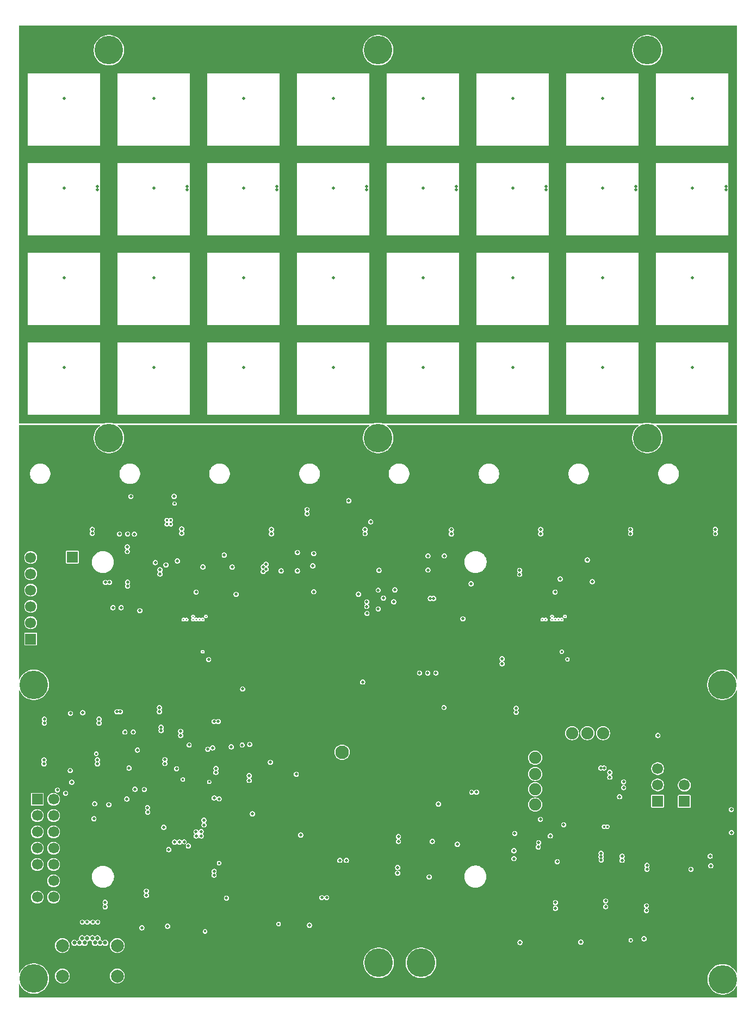
<source format=gbr>
%TF.GenerationSoftware,KiCad,Pcbnew,9.0.1*%
%TF.CreationDate,2025-06-02T14:00:05-06:00*%
%TF.ProjectId,PABA-DP,50414241-2d44-4502-9e6b-696361645f70,rev?*%
%TF.SameCoordinates,Original*%
%TF.FileFunction,Copper,L7,Inr*%
%TF.FilePolarity,Positive*%
%FSLAX46Y46*%
G04 Gerber Fmt 4.6, Leading zero omitted, Abs format (unit mm)*
G04 Created by KiCad (PCBNEW 9.0.1) date 2025-06-02 14:00:05*
%MOMM*%
%LPD*%
G01*
G04 APERTURE LIST*
%TA.AperFunction,ComponentPad*%
%ADD10C,0.508000*%
%TD*%
%TA.AperFunction,ComponentPad*%
%ADD11C,4.445000*%
%TD*%
%TA.AperFunction,ComponentPad*%
%ADD12R,1.700000X1.700000*%
%TD*%
%TA.AperFunction,ComponentPad*%
%ADD13C,1.700000*%
%TD*%
%TA.AperFunction,ComponentPad*%
%ADD14C,1.905000*%
%TD*%
%TA.AperFunction,ComponentPad*%
%ADD15C,2.100000*%
%TD*%
%TA.AperFunction,ComponentPad*%
%ADD16C,0.650000*%
%TD*%
%TA.AperFunction,ComponentPad*%
%ADD17C,2.012000*%
%TD*%
%TA.AperFunction,ComponentPad*%
%ADD18C,2.600000*%
%TD*%
%TA.AperFunction,ViaPad*%
%ADD19C,0.381000*%
%TD*%
%TA.AperFunction,ViaPad*%
%ADD20C,0.406400*%
%TD*%
%TA.AperFunction,ViaPad*%
%ADD21C,0.508000*%
%TD*%
%TA.AperFunction,ViaPad*%
%ADD22C,0.635000*%
%TD*%
%TA.AperFunction,ViaPad*%
%ADD23C,0.304800*%
%TD*%
%TA.AperFunction,Conductor*%
%ADD24C,0.304800*%
%TD*%
G04 APERTURE END LIST*
D10*
%TO.N,AGND*%
%TO.C,ANT29*%
X149657557Y-27169519D03*
X150907237Y-27169519D03*
X153406597Y-27169519D03*
X154656277Y-27169519D03*
X155905957Y-27169519D03*
X157155637Y-27169519D03*
X158405317Y-27169519D03*
X160904677Y-27169519D03*
X162154357Y-27169519D03*
X162154357Y-28419199D03*
X162154357Y-29668879D03*
X162154357Y-30918559D03*
X162154357Y-32168239D03*
X162154357Y-33417919D03*
X162154357Y-34667599D03*
X162154357Y-35917279D03*
X162154357Y-37166959D03*
X162154357Y-38416639D03*
X162154357Y-39666319D03*
X160904677Y-39666319D03*
X158405317Y-39666319D03*
X157155637Y-39666319D03*
X155905957Y-39666319D03*
X154656277Y-39666319D03*
X153406597Y-39666319D03*
X150907237Y-39666319D03*
X149657557Y-39666319D03*
X149657557Y-38416639D03*
X149657557Y-37166959D03*
X149657557Y-35917279D03*
X149657557Y-34667599D03*
X149657557Y-33417919D03*
X149657557Y-32168239D03*
X149657557Y-30918559D03*
X149657557Y-29668879D03*
X149657557Y-28419199D03*
%TO.N,ANT_8*%
X155905957Y-31652619D03*
%TD*%
D11*
%TO.N,*%
%TO.C,*%
X53400930Y-168754394D03*
%TD*%
%TO.N,*%
%TO.C,REF\u002A\u002A*%
X148922600Y-24169596D03*
%TD*%
D10*
%TO.N,AGND*%
%TO.C,ANT23*%
X121717557Y-55109519D03*
X122967237Y-55109519D03*
X125466597Y-55109519D03*
X126716277Y-55109519D03*
X127965957Y-55109519D03*
X129215637Y-55109519D03*
X130465317Y-55109519D03*
X132964677Y-55109519D03*
X134214357Y-55109519D03*
X134214357Y-56359199D03*
X134214357Y-57608879D03*
X134214357Y-58858559D03*
X134214357Y-60108239D03*
X134214357Y-61357919D03*
X134214357Y-62607599D03*
X134214357Y-63857279D03*
X134214357Y-65106959D03*
X134214357Y-66356639D03*
X134214357Y-67606319D03*
X132964677Y-67606319D03*
X130465317Y-67606319D03*
X129215637Y-67606319D03*
X127965957Y-67606319D03*
X126716277Y-67606319D03*
X125466597Y-67606319D03*
X122967237Y-67606319D03*
X121717557Y-67606319D03*
X121717557Y-66356639D03*
X121717557Y-65106959D03*
X121717557Y-63857279D03*
X121717557Y-62607599D03*
X121717557Y-61357919D03*
X121717557Y-60108239D03*
X121717557Y-58858559D03*
X121717557Y-57608879D03*
X121717557Y-56359199D03*
%TO.N,ANT_6*%
X127965957Y-59592619D03*
%TD*%
%TO.N,AGND*%
%TO.C,ANT18*%
X107747557Y-41139519D03*
X108997237Y-41139519D03*
X111496597Y-41139519D03*
X112746277Y-41139519D03*
X113995957Y-41139519D03*
X115245637Y-41139519D03*
X116495317Y-41139519D03*
X118994677Y-41139519D03*
X120244357Y-41139519D03*
X120244357Y-42389199D03*
X120244357Y-43638879D03*
X120244357Y-44888559D03*
X120244357Y-46138239D03*
X120244357Y-47387919D03*
X120244357Y-48637599D03*
X120244357Y-49887279D03*
X120244357Y-51136959D03*
X120244357Y-52386639D03*
X120244357Y-53636319D03*
X118994677Y-53636319D03*
X116495317Y-53636319D03*
X115245637Y-53636319D03*
X113995957Y-53636319D03*
X112746277Y-53636319D03*
X111496597Y-53636319D03*
X108997237Y-53636319D03*
X107747557Y-53636319D03*
X107747557Y-52386639D03*
X107747557Y-51136959D03*
X107747557Y-49887279D03*
X107747557Y-48637599D03*
X107747557Y-47387919D03*
X107747557Y-46138239D03*
X107747557Y-44888559D03*
X107747557Y-43638879D03*
X107747557Y-42389199D03*
%TO.N,ANT_5*%
X113995957Y-45622619D03*
%TD*%
D12*
%TO.N,Net-(P1-Pad1)*%
%TO.C,P1*%
X53951459Y-140844486D03*
D13*
%TO.N,Net-(P1-Pad2)*%
X56491459Y-140844486D03*
%TO.N,Net-(P1-Pad3)*%
X53951459Y-143384486D03*
%TO.N,PS_GPIO6*%
X56491459Y-143384486D03*
%TO.N,PS_GPIO5*%
X53951459Y-145924486D03*
%TO.N,PS_GPIO4*%
X56491459Y-145924486D03*
%TO.N,PS_GPIO3*%
X53951459Y-148464486D03*
%TO.N,PS_GPIO2*%
X56491459Y-148464486D03*
%TO.N,PS_GPIO1*%
X53951459Y-151004486D03*
%TO.N,PS_GPIO0*%
X56491459Y-151004486D03*
%TO.N,AGND*%
X53951459Y-153544486D03*
%TO.N,unconnected-(P1-Pad12)*%
X56491459Y-153544486D03*
%TO.N,PL_GPIO4*%
X53951459Y-156084486D03*
%TO.N,PL_GPIO3*%
X56491459Y-156084486D03*
%TD*%
D10*
%TO.N,AGND*%
%TO.C,ANT26*%
X135687557Y-41139519D03*
X136937237Y-41139519D03*
X139436597Y-41139519D03*
X140686277Y-41139519D03*
X141935957Y-41139519D03*
X143185637Y-41139519D03*
X144435317Y-41139519D03*
X146934677Y-41139519D03*
X148184357Y-41139519D03*
X148184357Y-42389199D03*
X148184357Y-43638879D03*
X148184357Y-44888559D03*
X148184357Y-46138239D03*
X148184357Y-47387919D03*
X148184357Y-48637599D03*
X148184357Y-49887279D03*
X148184357Y-51136959D03*
X148184357Y-52386639D03*
X148184357Y-53636319D03*
X146934677Y-53636319D03*
X144435317Y-53636319D03*
X143185637Y-53636319D03*
X141935957Y-53636319D03*
X140686277Y-53636319D03*
X139436597Y-53636319D03*
X136937237Y-53636319D03*
X135687557Y-53636319D03*
X135687557Y-52386639D03*
X135687557Y-51136959D03*
X135687557Y-49887279D03*
X135687557Y-48637599D03*
X135687557Y-47387919D03*
X135687557Y-46138239D03*
X135687557Y-44888559D03*
X135687557Y-43638879D03*
X135687557Y-42389199D03*
%TO.N,ANT_7*%
X141935957Y-45622619D03*
%TD*%
D11*
%TO.N,*%
%TO.C,*%
X160657969Y-168883127D03*
%TD*%
D10*
%TO.N,AGND*%
%TO.C,ANT13*%
X93777557Y-27169519D03*
X95027237Y-27169519D03*
X97526597Y-27169519D03*
X98776277Y-27169519D03*
X100025957Y-27169519D03*
X101275637Y-27169519D03*
X102525317Y-27169519D03*
X105024677Y-27169519D03*
X106274357Y-27169519D03*
X106274357Y-28419199D03*
X106274357Y-29668879D03*
X106274357Y-30918559D03*
X106274357Y-32168239D03*
X106274357Y-33417919D03*
X106274357Y-34667599D03*
X106274357Y-35917279D03*
X106274357Y-37166959D03*
X106274357Y-38416639D03*
X106274357Y-39666319D03*
X105024677Y-39666319D03*
X102525317Y-39666319D03*
X101275637Y-39666319D03*
X100025957Y-39666319D03*
X98776277Y-39666319D03*
X97526597Y-39666319D03*
X95027237Y-39666319D03*
X93777557Y-39666319D03*
X93777557Y-38416639D03*
X93777557Y-37166959D03*
X93777557Y-35917279D03*
X93777557Y-34667599D03*
X93777557Y-33417919D03*
X93777557Y-32168239D03*
X93777557Y-30918559D03*
X93777557Y-29668879D03*
X93777557Y-28419199D03*
%TO.N,ANT_4*%
X100025957Y-31652619D03*
%TD*%
%TO.N,AGND*%
%TO.C,ANT5*%
X65837557Y-27169519D03*
X67087237Y-27169519D03*
X69586597Y-27169519D03*
X70836277Y-27169519D03*
X72085957Y-27169519D03*
X73335637Y-27169519D03*
X74585317Y-27169519D03*
X77084677Y-27169519D03*
X78334357Y-27169519D03*
X78334357Y-28419199D03*
X78334357Y-29668879D03*
X78334357Y-30918559D03*
X78334357Y-32168239D03*
X78334357Y-33417919D03*
X78334357Y-34667599D03*
X78334357Y-35917279D03*
X78334357Y-37166959D03*
X78334357Y-38416639D03*
X78334357Y-39666319D03*
X77084677Y-39666319D03*
X74585317Y-39666319D03*
X73335637Y-39666319D03*
X72085957Y-39666319D03*
X70836277Y-39666319D03*
X69586597Y-39666319D03*
X67087237Y-39666319D03*
X65837557Y-39666319D03*
X65837557Y-38416639D03*
X65837557Y-37166959D03*
X65837557Y-35917279D03*
X65837557Y-34667599D03*
X65837557Y-33417919D03*
X65837557Y-32168239D03*
X65837557Y-30918559D03*
X65837557Y-29668879D03*
X65837557Y-28419199D03*
%TO.N,ANT_2*%
X72085957Y-31652619D03*
%TD*%
D14*
%TO.N,VDD_AMP*%
%TO.C,W2*%
X131445757Y-136890409D03*
%TD*%
D10*
%TO.N,AGND*%
%TO.C,ANT16*%
X93777557Y-69079519D03*
X95027237Y-69079519D03*
X97526597Y-69079519D03*
X98776277Y-69079519D03*
X100025957Y-69079519D03*
X101275637Y-69079519D03*
X102525317Y-69079519D03*
X105024677Y-69079519D03*
X106274357Y-69079519D03*
X106274357Y-70329199D03*
X106274357Y-71578879D03*
X106274357Y-72828559D03*
X106274357Y-74078239D03*
X106274357Y-75327919D03*
X106274357Y-76577599D03*
X106274357Y-77827279D03*
X106274357Y-79076959D03*
X106274357Y-80326639D03*
X106274357Y-81576319D03*
X105024677Y-81576319D03*
X102525317Y-81576319D03*
X101275637Y-81576319D03*
X100025957Y-81576319D03*
X98776277Y-81576319D03*
X97526597Y-81576319D03*
X95027237Y-81576319D03*
X93777557Y-81576319D03*
X93777557Y-80326639D03*
X93777557Y-79076959D03*
X93777557Y-77827279D03*
X93777557Y-76577599D03*
X93777557Y-75327919D03*
X93777557Y-74078239D03*
X93777557Y-72828559D03*
X93777557Y-71578879D03*
X93777557Y-70329199D03*
%TO.N,ANT_4*%
X100025957Y-73562619D03*
%TD*%
%TO.N,AGND*%
%TO.C,ANT3*%
X51867557Y-55109519D03*
X53117237Y-55109519D03*
X55616597Y-55109519D03*
X56866277Y-55109519D03*
X58115957Y-55109519D03*
X59365637Y-55109519D03*
X60615317Y-55109519D03*
X63114677Y-55109519D03*
X64364357Y-55109519D03*
X64364357Y-56359199D03*
X64364357Y-57608879D03*
X64364357Y-58858559D03*
X64364357Y-60108239D03*
X64364357Y-61357919D03*
X64364357Y-62607599D03*
X64364357Y-63857279D03*
X64364357Y-65106959D03*
X64364357Y-66356639D03*
X64364357Y-67606319D03*
X63114677Y-67606319D03*
X60615317Y-67606319D03*
X59365637Y-67606319D03*
X58115957Y-67606319D03*
X56866277Y-67606319D03*
X55616597Y-67606319D03*
X53117237Y-67606319D03*
X51867557Y-67606319D03*
X51867557Y-66356639D03*
X51867557Y-65106959D03*
X51867557Y-63857279D03*
X51867557Y-62607599D03*
X51867557Y-61357919D03*
X51867557Y-60108239D03*
X51867557Y-58858559D03*
X51867557Y-57608879D03*
X51867557Y-56359199D03*
%TO.N,ANT_1*%
X58115957Y-59592619D03*
%TD*%
%TO.N,AGND*%
%TO.C,ANT8*%
X65837557Y-69079519D03*
X67087237Y-69079519D03*
X69586597Y-69079519D03*
X70836277Y-69079519D03*
X72085957Y-69079519D03*
X73335637Y-69079519D03*
X74585317Y-69079519D03*
X77084677Y-69079519D03*
X78334357Y-69079519D03*
X78334357Y-70329199D03*
X78334357Y-71578879D03*
X78334357Y-72828559D03*
X78334357Y-74078239D03*
X78334357Y-75327919D03*
X78334357Y-76577599D03*
X78334357Y-77827279D03*
X78334357Y-79076959D03*
X78334357Y-80326639D03*
X78334357Y-81576319D03*
X77084677Y-81576319D03*
X74585317Y-81576319D03*
X73335637Y-81576319D03*
X72085957Y-81576319D03*
X70836277Y-81576319D03*
X69586597Y-81576319D03*
X67087237Y-81576319D03*
X65837557Y-81576319D03*
X65837557Y-80326639D03*
X65837557Y-79076959D03*
X65837557Y-77827279D03*
X65837557Y-76577599D03*
X65837557Y-75327919D03*
X65837557Y-74078239D03*
X65837557Y-72828559D03*
X65837557Y-71578879D03*
X65837557Y-70329199D03*
%TO.N,ANT_2*%
X72085957Y-73562619D03*
%TD*%
D11*
%TO.N,*%
%TO.C,*%
X107012094Y-24169596D03*
%TD*%
D10*
%TO.N,AGND*%
%TO.C,ANT24*%
X121717557Y-69079519D03*
X122967237Y-69079519D03*
X125466597Y-69079519D03*
X126716277Y-69079519D03*
X127965957Y-69079519D03*
X129215637Y-69079519D03*
X130465317Y-69079519D03*
X132964677Y-69079519D03*
X134214357Y-69079519D03*
X134214357Y-70329199D03*
X134214357Y-71578879D03*
X134214357Y-72828559D03*
X134214357Y-74078239D03*
X134214357Y-75327919D03*
X134214357Y-76577599D03*
X134214357Y-77827279D03*
X134214357Y-79076959D03*
X134214357Y-80326639D03*
X134214357Y-81576319D03*
X132964677Y-81576319D03*
X130465317Y-81576319D03*
X129215637Y-81576319D03*
X127965957Y-81576319D03*
X126716277Y-81576319D03*
X125466597Y-81576319D03*
X122967237Y-81576319D03*
X121717557Y-81576319D03*
X121717557Y-80326639D03*
X121717557Y-79076959D03*
X121717557Y-77827279D03*
X121717557Y-76577599D03*
X121717557Y-75327919D03*
X121717557Y-74078239D03*
X121717557Y-72828559D03*
X121717557Y-71578879D03*
X121717557Y-70329199D03*
%TO.N,ANT_6*%
X127965957Y-73562619D03*
%TD*%
%TO.N,AGND*%
%TO.C,ANT19*%
X107747557Y-55109519D03*
X108997237Y-55109519D03*
X111496597Y-55109519D03*
X112746277Y-55109519D03*
X113995957Y-55109519D03*
X115245637Y-55109519D03*
X116495317Y-55109519D03*
X118994677Y-55109519D03*
X120244357Y-55109519D03*
X120244357Y-56359199D03*
X120244357Y-57608879D03*
X120244357Y-58858559D03*
X120244357Y-60108239D03*
X120244357Y-61357919D03*
X120244357Y-62607599D03*
X120244357Y-63857279D03*
X120244357Y-65106959D03*
X120244357Y-66356639D03*
X120244357Y-67606319D03*
X118994677Y-67606319D03*
X116495317Y-67606319D03*
X115245637Y-67606319D03*
X113995957Y-67606319D03*
X112746277Y-67606319D03*
X111496597Y-67606319D03*
X108997237Y-67606319D03*
X107747557Y-67606319D03*
X107747557Y-66356639D03*
X107747557Y-65106959D03*
X107747557Y-63857279D03*
X107747557Y-62607599D03*
X107747557Y-61357919D03*
X107747557Y-60108239D03*
X107747557Y-58858559D03*
X107747557Y-57608879D03*
X107747557Y-56359199D03*
%TO.N,ANT_5*%
X113995957Y-59592619D03*
%TD*%
%TO.N,AGND*%
%TO.C,ANT21*%
X121717557Y-27169519D03*
X122967237Y-27169519D03*
X125466597Y-27169519D03*
X126716277Y-27169519D03*
X127965957Y-27169519D03*
X129215637Y-27169519D03*
X130465317Y-27169519D03*
X132964677Y-27169519D03*
X134214357Y-27169519D03*
X134214357Y-28419199D03*
X134214357Y-29668879D03*
X134214357Y-30918559D03*
X134214357Y-32168239D03*
X134214357Y-33417919D03*
X134214357Y-34667599D03*
X134214357Y-35917279D03*
X134214357Y-37166959D03*
X134214357Y-38416639D03*
X134214357Y-39666319D03*
X132964677Y-39666319D03*
X130465317Y-39666319D03*
X129215637Y-39666319D03*
X127965957Y-39666319D03*
X126716277Y-39666319D03*
X125466597Y-39666319D03*
X122967237Y-39666319D03*
X121717557Y-39666319D03*
X121717557Y-38416639D03*
X121717557Y-37166959D03*
X121717557Y-35917279D03*
X121717557Y-34667599D03*
X121717557Y-33417919D03*
X121717557Y-32168239D03*
X121717557Y-30918559D03*
X121717557Y-29668879D03*
X121717557Y-28419199D03*
%TO.N,ANT_6*%
X127965957Y-31652619D03*
%TD*%
D14*
%TO.N,IMON*%
%TO.C,W7*%
X131445757Y-141680339D03*
%TD*%
%TO.N,VDD_4V5*%
%TO.C,W1*%
X131445757Y-134383169D03*
%TD*%
D11*
%TO.N,*%
%TO.C,*%
X53400263Y-123016664D03*
%TD*%
D10*
%TO.N,AGND*%
%TO.C,ANT2*%
X51867557Y-41139519D03*
X53117237Y-41139519D03*
X55616597Y-41139519D03*
X56866277Y-41139519D03*
X58115957Y-41139519D03*
X59365637Y-41139519D03*
X60615317Y-41139519D03*
X63114677Y-41139519D03*
X64364357Y-41139519D03*
X64364357Y-42389199D03*
X64364357Y-43638879D03*
X64364357Y-44888559D03*
X64364357Y-46138239D03*
X64364357Y-47387919D03*
X64364357Y-48637599D03*
X64364357Y-49887279D03*
X64364357Y-51136959D03*
X64364357Y-52386639D03*
X64364357Y-53636319D03*
X63114677Y-53636319D03*
X60615317Y-53636319D03*
X59365637Y-53636319D03*
X58115957Y-53636319D03*
X56866277Y-53636319D03*
X55616597Y-53636319D03*
X53117237Y-53636319D03*
X51867557Y-53636319D03*
X51867557Y-52386639D03*
X51867557Y-51136959D03*
X51867557Y-49887279D03*
X51867557Y-48637599D03*
X51867557Y-47387919D03*
X51867557Y-46138239D03*
X51867557Y-44888559D03*
X51867557Y-43638879D03*
X51867557Y-42389199D03*
%TO.N,ANT_1*%
X58115957Y-45622619D03*
%TD*%
%TO.N,AGND*%
%TO.C,ANT14*%
X93777557Y-41139519D03*
X95027237Y-41139519D03*
X97526597Y-41139519D03*
X98776277Y-41139519D03*
X100025957Y-41139519D03*
X101275637Y-41139519D03*
X102525317Y-41139519D03*
X105024677Y-41139519D03*
X106274357Y-41139519D03*
X106274357Y-42389199D03*
X106274357Y-43638879D03*
X106274357Y-44888559D03*
X106274357Y-46138239D03*
X106274357Y-47387919D03*
X106274357Y-48637599D03*
X106274357Y-49887279D03*
X106274357Y-51136959D03*
X106274357Y-52386639D03*
X106274357Y-53636319D03*
X105024677Y-53636319D03*
X102525317Y-53636319D03*
X101275637Y-53636319D03*
X100025957Y-53636319D03*
X98776277Y-53636319D03*
X97526597Y-53636319D03*
X95027237Y-53636319D03*
X93777557Y-53636319D03*
X93777557Y-52386639D03*
X93777557Y-51136959D03*
X93777557Y-49887279D03*
X93777557Y-48637599D03*
X93777557Y-47387919D03*
X93777557Y-46138239D03*
X93777557Y-44888559D03*
X93777557Y-43638879D03*
X93777557Y-42389199D03*
%TO.N,ANT_4*%
X100025957Y-45622619D03*
%TD*%
%TO.N,AGND*%
%TO.C,ANT15*%
X93777557Y-55109519D03*
X95027237Y-55109519D03*
X97526597Y-55109519D03*
X98776277Y-55109519D03*
X100025957Y-55109519D03*
X101275637Y-55109519D03*
X102525317Y-55109519D03*
X105024677Y-55109519D03*
X106274357Y-55109519D03*
X106274357Y-56359199D03*
X106274357Y-57608879D03*
X106274357Y-58858559D03*
X106274357Y-60108239D03*
X106274357Y-61357919D03*
X106274357Y-62607599D03*
X106274357Y-63857279D03*
X106274357Y-65106959D03*
X106274357Y-66356639D03*
X106274357Y-67606319D03*
X105024677Y-67606319D03*
X102525317Y-67606319D03*
X101275637Y-67606319D03*
X100025957Y-67606319D03*
X98776277Y-67606319D03*
X97526597Y-67606319D03*
X95027237Y-67606319D03*
X93777557Y-67606319D03*
X93777557Y-66356639D03*
X93777557Y-65106959D03*
X93777557Y-63857279D03*
X93777557Y-62607599D03*
X93777557Y-61357919D03*
X93777557Y-60108239D03*
X93777557Y-58858559D03*
X93777557Y-57608879D03*
X93777557Y-56359199D03*
%TO.N,ANT_4*%
X100025957Y-59592619D03*
%TD*%
%TO.N,AGND*%
%TO.C,ANT11*%
X79807557Y-55109519D03*
X81057237Y-55109519D03*
X83556597Y-55109519D03*
X84806277Y-55109519D03*
X86055957Y-55109519D03*
X87305637Y-55109519D03*
X88555317Y-55109519D03*
X91054677Y-55109519D03*
X92304357Y-55109519D03*
X92304357Y-56359199D03*
X92304357Y-57608879D03*
X92304357Y-58858559D03*
X92304357Y-60108239D03*
X92304357Y-61357919D03*
X92304357Y-62607599D03*
X92304357Y-63857279D03*
X92304357Y-65106959D03*
X92304357Y-66356639D03*
X92304357Y-67606319D03*
X91054677Y-67606319D03*
X88555317Y-67606319D03*
X87305637Y-67606319D03*
X86055957Y-67606319D03*
X84806277Y-67606319D03*
X83556597Y-67606319D03*
X81057237Y-67606319D03*
X79807557Y-67606319D03*
X79807557Y-66356639D03*
X79807557Y-65106959D03*
X79807557Y-63857279D03*
X79807557Y-62607599D03*
X79807557Y-61357919D03*
X79807557Y-60108239D03*
X79807557Y-58858559D03*
X79807557Y-57608879D03*
X79807557Y-56359199D03*
%TO.N,ANT_3*%
X86055957Y-59592619D03*
%TD*%
D15*
%TO.N,Net-(R87-Pad2)*%
%TO.C,VTUNE1*%
X101407494Y-133501731D03*
%TD*%
D10*
%TO.N,AGND*%
%TO.C,ANT32*%
X149657557Y-69079519D03*
X150907237Y-69079519D03*
X153406597Y-69079519D03*
X154656277Y-69079519D03*
X155905957Y-69079519D03*
X157155637Y-69079519D03*
X158405317Y-69079519D03*
X160904677Y-69079519D03*
X162154357Y-69079519D03*
X162154357Y-70329199D03*
X162154357Y-71578879D03*
X162154357Y-72828559D03*
X162154357Y-74078239D03*
X162154357Y-75327919D03*
X162154357Y-76577599D03*
X162154357Y-77827279D03*
X162154357Y-79076959D03*
X162154357Y-80326639D03*
X162154357Y-81576319D03*
X160904677Y-81576319D03*
X158405317Y-81576319D03*
X157155637Y-81576319D03*
X155905957Y-81576319D03*
X154656277Y-81576319D03*
X153406597Y-81576319D03*
X150907237Y-81576319D03*
X149657557Y-81576319D03*
X149657557Y-80326639D03*
X149657557Y-79076959D03*
X149657557Y-77827279D03*
X149657557Y-76577599D03*
X149657557Y-75327919D03*
X149657557Y-74078239D03*
X149657557Y-72828559D03*
X149657557Y-71578879D03*
X149657557Y-70329199D03*
%TO.N,ANT_8*%
X155905957Y-73562619D03*
%TD*%
%TO.N,AGND*%
%TO.C,ANT9*%
X79807557Y-27169519D03*
X81057237Y-27169519D03*
X83556597Y-27169519D03*
X84806277Y-27169519D03*
X86055957Y-27169519D03*
X87305637Y-27169519D03*
X88555317Y-27169519D03*
X91054677Y-27169519D03*
X92304357Y-27169519D03*
X92304357Y-28419199D03*
X92304357Y-29668879D03*
X92304357Y-30918559D03*
X92304357Y-32168239D03*
X92304357Y-33417919D03*
X92304357Y-34667599D03*
X92304357Y-35917279D03*
X92304357Y-37166959D03*
X92304357Y-38416639D03*
X92304357Y-39666319D03*
X91054677Y-39666319D03*
X88555317Y-39666319D03*
X87305637Y-39666319D03*
X86055957Y-39666319D03*
X84806277Y-39666319D03*
X83556597Y-39666319D03*
X81057237Y-39666319D03*
X79807557Y-39666319D03*
X79807557Y-38416639D03*
X79807557Y-37166959D03*
X79807557Y-35917279D03*
X79807557Y-34667599D03*
X79807557Y-33417919D03*
X79807557Y-32168239D03*
X79807557Y-30918559D03*
X79807557Y-29668879D03*
X79807557Y-28419199D03*
%TO.N,ANT_3*%
X86055957Y-31652619D03*
%TD*%
%TO.N,AGND*%
%TO.C,ANT1*%
X51867557Y-27169519D03*
X53117237Y-27169519D03*
X55616597Y-27169519D03*
X56866277Y-27169519D03*
X58115957Y-27169519D03*
X59365637Y-27169519D03*
X60615317Y-27169519D03*
X63114677Y-27169519D03*
X64364357Y-27169519D03*
X64364357Y-28419199D03*
X64364357Y-29668879D03*
X64364357Y-30918559D03*
X64364357Y-32168239D03*
X64364357Y-33417919D03*
X64364357Y-34667599D03*
X64364357Y-35917279D03*
X64364357Y-37166959D03*
X64364357Y-38416639D03*
X64364357Y-39666319D03*
X63114677Y-39666319D03*
X60615317Y-39666319D03*
X59365637Y-39666319D03*
X58115957Y-39666319D03*
X56866277Y-39666319D03*
X55616597Y-39666319D03*
X53117237Y-39666319D03*
X51867557Y-39666319D03*
X51867557Y-38416639D03*
X51867557Y-37166959D03*
X51867557Y-35917279D03*
X51867557Y-34667599D03*
X51867557Y-33417919D03*
X51867557Y-32168239D03*
X51867557Y-30918559D03*
X51867557Y-29668879D03*
X51867557Y-28419199D03*
%TO.N,ANT_1*%
X58115957Y-31652619D03*
%TD*%
%TO.N,AGND*%
%TO.C,ANT22*%
X121717557Y-41139519D03*
X122967237Y-41139519D03*
X125466597Y-41139519D03*
X126716277Y-41139519D03*
X127965957Y-41139519D03*
X129215637Y-41139519D03*
X130465317Y-41139519D03*
X132964677Y-41139519D03*
X134214357Y-41139519D03*
X134214357Y-42389199D03*
X134214357Y-43638879D03*
X134214357Y-44888559D03*
X134214357Y-46138239D03*
X134214357Y-47387919D03*
X134214357Y-48637599D03*
X134214357Y-49887279D03*
X134214357Y-51136959D03*
X134214357Y-52386639D03*
X134214357Y-53636319D03*
X132964677Y-53636319D03*
X130465317Y-53636319D03*
X129215637Y-53636319D03*
X127965957Y-53636319D03*
X126716277Y-53636319D03*
X125466597Y-53636319D03*
X122967237Y-53636319D03*
X121717557Y-53636319D03*
X121717557Y-52386639D03*
X121717557Y-51136959D03*
X121717557Y-49887279D03*
X121717557Y-48637599D03*
X121717557Y-47387919D03*
X121717557Y-46138239D03*
X121717557Y-44888559D03*
X121717557Y-43638879D03*
X121717557Y-42389199D03*
%TO.N,ANT_6*%
X127965957Y-45622619D03*
%TD*%
D16*
%TO.N,AGND*%
%TO.C,P16*%
X64927203Y-162486305D03*
%TO.N,unconnected-(P16B-SSTXp2-PadB2)*%
X64527203Y-163186305D03*
%TO.N,unconnected-(P16B-SSTXn2-PadB3)*%
X63727203Y-163186305D03*
%TO.N,VINPUT*%
X63327203Y-162486305D03*
%TO.N,unconnected-(P16B-VCONN-PadB5)*%
X62927203Y-163186305D03*
%TO.N,unconnected-(P16B-Dp2-PadB6)*%
X62527203Y-162486305D03*
%TO.N,unconnected-(P16B-Dn2-PadB7)*%
X61727203Y-162486305D03*
%TO.N,unconnected-(P16B-SBU2-PadB8)*%
X61327203Y-163186305D03*
%TO.N,VINPUT*%
X60927203Y-162486305D03*
%TO.N,unconnected-(P16B-SSRXn1-PadB10)*%
X60527203Y-163186305D03*
%TO.N,unconnected-(P16B-SSRXp1-PadB11)*%
X59727203Y-163186305D03*
%TO.N,AGND*%
X59327203Y-162486305D03*
X64127203Y-162486305D03*
X60127203Y-162486305D03*
D17*
%TO.N,Net-(P16A-GND-PadSH1)*%
X66397203Y-168366305D03*
X66397203Y-163636305D03*
X57857203Y-163636305D03*
%TO.N,Net-(P16B-GND-PadSH4)*%
X57857203Y-168366305D03*
%TD*%
D11*
%TO.N,*%
%TO.C,*%
X65087351Y-24169596D03*
%TD*%
D10*
%TO.N,AGND*%
%TO.C,ANT17*%
X107747557Y-27169519D03*
X108997237Y-27169519D03*
X111496597Y-27169519D03*
X112746277Y-27169519D03*
X113995957Y-27169519D03*
X115245637Y-27169519D03*
X116495317Y-27169519D03*
X118994677Y-27169519D03*
X120244357Y-27169519D03*
X120244357Y-28419199D03*
X120244357Y-29668879D03*
X120244357Y-30918559D03*
X120244357Y-32168239D03*
X120244357Y-33417919D03*
X120244357Y-34667599D03*
X120244357Y-35917279D03*
X120244357Y-37166959D03*
X120244357Y-38416639D03*
X120244357Y-39666319D03*
X118994677Y-39666319D03*
X116495317Y-39666319D03*
X115245637Y-39666319D03*
X113995957Y-39666319D03*
X112746277Y-39666319D03*
X111496597Y-39666319D03*
X108997237Y-39666319D03*
X107747557Y-39666319D03*
X107747557Y-38416639D03*
X107747557Y-37166959D03*
X107747557Y-35917279D03*
X107747557Y-34667599D03*
X107747557Y-33417919D03*
X107747557Y-32168239D03*
X107747557Y-30918559D03*
X107747557Y-29668879D03*
X107747557Y-28419199D03*
%TO.N,ANT_5*%
X113995957Y-31652619D03*
%TD*%
%TO.N,AGND*%
%TO.C,ANT27*%
X135687557Y-55109519D03*
X136937237Y-55109519D03*
X139436597Y-55109519D03*
X140686277Y-55109519D03*
X141935957Y-55109519D03*
X143185637Y-55109519D03*
X144435317Y-55109519D03*
X146934677Y-55109519D03*
X148184357Y-55109519D03*
X148184357Y-56359199D03*
X148184357Y-57608879D03*
X148184357Y-58858559D03*
X148184357Y-60108239D03*
X148184357Y-61357919D03*
X148184357Y-62607599D03*
X148184357Y-63857279D03*
X148184357Y-65106959D03*
X148184357Y-66356639D03*
X148184357Y-67606319D03*
X146934677Y-67606319D03*
X144435317Y-67606319D03*
X143185637Y-67606319D03*
X141935957Y-67606319D03*
X140686277Y-67606319D03*
X139436597Y-67606319D03*
X136937237Y-67606319D03*
X135687557Y-67606319D03*
X135687557Y-66356639D03*
X135687557Y-65106959D03*
X135687557Y-63857279D03*
X135687557Y-62607599D03*
X135687557Y-61357919D03*
X135687557Y-60108239D03*
X135687557Y-58858559D03*
X135687557Y-57608879D03*
X135687557Y-56359199D03*
%TO.N,ANT_7*%
X141935957Y-59592619D03*
%TD*%
D14*
%TO.N,VDD_3V3*%
%TO.C,W3*%
X137190217Y-130537359D03*
%TD*%
D18*
%TO.N,AGND*%
%TO.C,AGND3*%
X158598806Y-130537359D03*
%TD*%
D11*
%TO.N,*%
%TO.C,*%
X148926585Y-84573339D03*
%TD*%
D12*
%TO.N,5V_RPI*%
%TO.C,P3*%
X59408307Y-103110150D03*
D13*
%TO.N,AGND*%
X59408307Y-105650150D03*
%TD*%
D12*
%TO.N,SPI0_CLK*%
%TO.C,P18*%
X52926737Y-115886353D03*
D13*
%TO.N,SPI0_MISO*%
X52926737Y-113346353D03*
%TO.N,SPI0_MOSI*%
X52926737Y-110806353D03*
%TO.N,CS0*%
X52926737Y-108266353D03*
%TO.N,CS1*%
X52926737Y-105726353D03*
%TO.N,CS2*%
X52926737Y-103186353D03*
%TO.N,AGND*%
X52926737Y-100646353D03*
%TD*%
D10*
%TO.N,AGND*%
%TO.C,ANT6*%
X65837557Y-41139519D03*
X67087237Y-41139519D03*
X69586597Y-41139519D03*
X70836277Y-41139519D03*
X72085957Y-41139519D03*
X73335637Y-41139519D03*
X74585317Y-41139519D03*
X77084677Y-41139519D03*
X78334357Y-41139519D03*
X78334357Y-42389199D03*
X78334357Y-43638879D03*
X78334357Y-44888559D03*
X78334357Y-46138239D03*
X78334357Y-47387919D03*
X78334357Y-48637599D03*
X78334357Y-49887279D03*
X78334357Y-51136959D03*
X78334357Y-52386639D03*
X78334357Y-53636319D03*
X77084677Y-53636319D03*
X74585317Y-53636319D03*
X73335637Y-53636319D03*
X72085957Y-53636319D03*
X70836277Y-53636319D03*
X69586597Y-53636319D03*
X67087237Y-53636319D03*
X65837557Y-53636319D03*
X65837557Y-52386639D03*
X65837557Y-51136959D03*
X65837557Y-49887279D03*
X65837557Y-48637599D03*
X65837557Y-47387919D03*
X65837557Y-46138239D03*
X65837557Y-44888559D03*
X65837557Y-43638879D03*
X65837557Y-42389199D03*
%TO.N,ANT_2*%
X72085957Y-45622619D03*
%TD*%
D11*
%TO.N,*%
%TO.C,*%
X65094613Y-84568055D03*
%TD*%
D10*
%TO.N,AGND*%
%TO.C,ANT28*%
X135687557Y-69079519D03*
X136937237Y-69079519D03*
X139436597Y-69079519D03*
X140686277Y-69079519D03*
X141935957Y-69079519D03*
X143185637Y-69079519D03*
X144435317Y-69079519D03*
X146934677Y-69079519D03*
X148184357Y-69079519D03*
X148184357Y-70329199D03*
X148184357Y-71578879D03*
X148184357Y-72828559D03*
X148184357Y-74078239D03*
X148184357Y-75327919D03*
X148184357Y-76577599D03*
X148184357Y-77827279D03*
X148184357Y-79076959D03*
X148184357Y-80326639D03*
X148184357Y-81576319D03*
X146934677Y-81576319D03*
X144435317Y-81576319D03*
X143185637Y-81576319D03*
X141935957Y-81576319D03*
X140686277Y-81576319D03*
X139436597Y-81576319D03*
X136937237Y-81576319D03*
X135687557Y-81576319D03*
X135687557Y-80326639D03*
X135687557Y-79076959D03*
X135687557Y-77827279D03*
X135687557Y-76577599D03*
X135687557Y-75327919D03*
X135687557Y-74078239D03*
X135687557Y-72828559D03*
X135687557Y-71578879D03*
X135687557Y-70329199D03*
%TO.N,ANT_7*%
X141935957Y-73562619D03*
%TD*%
D14*
%TO.N,VDD_1V8*%
%TO.C,W6*%
X142022067Y-130537359D03*
%TD*%
D10*
%TO.N,AGND*%
%TO.C,ANT31*%
X149657557Y-55109519D03*
X150907237Y-55109519D03*
X153406597Y-55109519D03*
X154656277Y-55109519D03*
X155905957Y-55109519D03*
X157155637Y-55109519D03*
X158405317Y-55109519D03*
X160904677Y-55109519D03*
X162154357Y-55109519D03*
X162154357Y-56359199D03*
X162154357Y-57608879D03*
X162154357Y-58858559D03*
X162154357Y-60108239D03*
X162154357Y-61357919D03*
X162154357Y-62607599D03*
X162154357Y-63857279D03*
X162154357Y-65106959D03*
X162154357Y-66356639D03*
X162154357Y-67606319D03*
X160904677Y-67606319D03*
X158405317Y-67606319D03*
X157155637Y-67606319D03*
X155905957Y-67606319D03*
X154656277Y-67606319D03*
X153406597Y-67606319D03*
X150907237Y-67606319D03*
X149657557Y-67606319D03*
X149657557Y-66356639D03*
X149657557Y-65106959D03*
X149657557Y-63857279D03*
X149657557Y-62607599D03*
X149657557Y-61357919D03*
X149657557Y-60108239D03*
X149657557Y-58858559D03*
X149657557Y-57608879D03*
X149657557Y-56359199D03*
%TO.N,ANT_8*%
X155905957Y-59592619D03*
%TD*%
D14*
%TO.N,VDD_3V0*%
%TO.C,W5*%
X139599667Y-130537359D03*
%TD*%
D10*
%TO.N,AGND*%
%TO.C,ANT7*%
X65837557Y-55109519D03*
X67087237Y-55109519D03*
X69586597Y-55109519D03*
X70836277Y-55109519D03*
X72085957Y-55109519D03*
X73335637Y-55109519D03*
X74585317Y-55109519D03*
X77084677Y-55109519D03*
X78334357Y-55109519D03*
X78334357Y-56359199D03*
X78334357Y-57608879D03*
X78334357Y-58858559D03*
X78334357Y-60108239D03*
X78334357Y-61357919D03*
X78334357Y-62607599D03*
X78334357Y-63857279D03*
X78334357Y-65106959D03*
X78334357Y-66356639D03*
X78334357Y-67606319D03*
X77084677Y-67606319D03*
X74585317Y-67606319D03*
X73335637Y-67606319D03*
X72085957Y-67606319D03*
X70836277Y-67606319D03*
X69586597Y-67606319D03*
X67087237Y-67606319D03*
X65837557Y-67606319D03*
X65837557Y-66356639D03*
X65837557Y-65106959D03*
X65837557Y-63857279D03*
X65837557Y-62607599D03*
X65837557Y-61357919D03*
X65837557Y-60108239D03*
X65837557Y-58858559D03*
X65837557Y-57608879D03*
X65837557Y-56359199D03*
%TO.N,ANT_2*%
X72085957Y-59592619D03*
%TD*%
%TO.N,AGND*%
%TO.C,ANT4*%
X51867557Y-69079519D03*
X53117237Y-69079519D03*
X55616597Y-69079519D03*
X56866277Y-69079519D03*
X58115957Y-69079519D03*
X59365637Y-69079519D03*
X60615317Y-69079519D03*
X63114677Y-69079519D03*
X64364357Y-69079519D03*
X64364357Y-70329199D03*
X64364357Y-71578879D03*
X64364357Y-72828559D03*
X64364357Y-74078239D03*
X64364357Y-75327919D03*
X64364357Y-76577599D03*
X64364357Y-77827279D03*
X64364357Y-79076959D03*
X64364357Y-80326639D03*
X64364357Y-81576319D03*
X63114677Y-81576319D03*
X60615317Y-81576319D03*
X59365637Y-81576319D03*
X58115957Y-81576319D03*
X56866277Y-81576319D03*
X55616597Y-81576319D03*
X53117237Y-81576319D03*
X51867557Y-81576319D03*
X51867557Y-80326639D03*
X51867557Y-79076959D03*
X51867557Y-77827279D03*
X51867557Y-76577599D03*
X51867557Y-75327919D03*
X51867557Y-74078239D03*
X51867557Y-72828559D03*
X51867557Y-71578879D03*
X51867557Y-70329199D03*
%TO.N,ANT_1*%
X58115957Y-73562619D03*
%TD*%
%TO.N,AGND*%
%TO.C,ANT20*%
X107747557Y-69079519D03*
X108997237Y-69079519D03*
X111496597Y-69079519D03*
X112746277Y-69079519D03*
X113995957Y-69079519D03*
X115245637Y-69079519D03*
X116495317Y-69079519D03*
X118994677Y-69079519D03*
X120244357Y-69079519D03*
X120244357Y-70329199D03*
X120244357Y-71578879D03*
X120244357Y-72828559D03*
X120244357Y-74078239D03*
X120244357Y-75327919D03*
X120244357Y-76577599D03*
X120244357Y-77827279D03*
X120244357Y-79076959D03*
X120244357Y-80326639D03*
X120244357Y-81576319D03*
X118994677Y-81576319D03*
X116495317Y-81576319D03*
X115245637Y-81576319D03*
X113995957Y-81576319D03*
X112746277Y-81576319D03*
X111496597Y-81576319D03*
X108997237Y-81576319D03*
X107747557Y-81576319D03*
X107747557Y-80326639D03*
X107747557Y-79076959D03*
X107747557Y-77827279D03*
X107747557Y-76577599D03*
X107747557Y-75327919D03*
X107747557Y-74078239D03*
X107747557Y-72828559D03*
X107747557Y-71578879D03*
X107747557Y-70329199D03*
%TO.N,ANT_5*%
X113995957Y-73562619D03*
%TD*%
%TO.N,AGND*%
%TO.C,ANT10*%
X79807557Y-41139519D03*
X81057237Y-41139519D03*
X83556597Y-41139519D03*
X84806277Y-41139519D03*
X86055957Y-41139519D03*
X87305637Y-41139519D03*
X88555317Y-41139519D03*
X91054677Y-41139519D03*
X92304357Y-41139519D03*
X92304357Y-42389199D03*
X92304357Y-43638879D03*
X92304357Y-44888559D03*
X92304357Y-46138239D03*
X92304357Y-47387919D03*
X92304357Y-48637599D03*
X92304357Y-49887279D03*
X92304357Y-51136959D03*
X92304357Y-52386639D03*
X92304357Y-53636319D03*
X91054677Y-53636319D03*
X88555317Y-53636319D03*
X87305637Y-53636319D03*
X86055957Y-53636319D03*
X84806277Y-53636319D03*
X83556597Y-53636319D03*
X81057237Y-53636319D03*
X79807557Y-53636319D03*
X79807557Y-52386639D03*
X79807557Y-51136959D03*
X79807557Y-49887279D03*
X79807557Y-48637599D03*
X79807557Y-47387919D03*
X79807557Y-46138239D03*
X79807557Y-44888559D03*
X79807557Y-43638879D03*
X79807557Y-42389199D03*
%TO.N,ANT_3*%
X86055957Y-45622619D03*
%TD*%
D14*
%TO.N,VINPUT*%
%TO.C,W4*%
X131445757Y-139271909D03*
%TD*%
D10*
%TO.N,AGND*%
%TO.C,ANT30*%
X149657557Y-41139519D03*
X150907237Y-41139519D03*
X153406597Y-41139519D03*
X154656277Y-41139519D03*
X155905957Y-41139519D03*
X157155637Y-41139519D03*
X158405317Y-41139519D03*
X160904677Y-41139519D03*
X162154357Y-41139519D03*
X162154357Y-42389199D03*
X162154357Y-43638879D03*
X162154357Y-44888559D03*
X162154357Y-46138239D03*
X162154357Y-47387919D03*
X162154357Y-48637599D03*
X162154357Y-49887279D03*
X162154357Y-51136959D03*
X162154357Y-52386639D03*
X162154357Y-53636319D03*
X160904677Y-53636319D03*
X158405317Y-53636319D03*
X157155637Y-53636319D03*
X155905957Y-53636319D03*
X154656277Y-53636319D03*
X153406597Y-53636319D03*
X150907237Y-53636319D03*
X149657557Y-53636319D03*
X149657557Y-52386639D03*
X149657557Y-51136959D03*
X149657557Y-49887279D03*
X149657557Y-48637599D03*
X149657557Y-47387919D03*
X149657557Y-46138239D03*
X149657557Y-44888559D03*
X149657557Y-43638879D03*
X149657557Y-42389199D03*
%TO.N,ANT_8*%
X155905957Y-45622619D03*
%TD*%
D11*
%TO.N,*%
%TO.C,*%
X160601357Y-123008926D03*
%TD*%
D10*
%TO.N,AGND*%
%TO.C,ANT12*%
X79807557Y-69079519D03*
X81057237Y-69079519D03*
X83556597Y-69079519D03*
X84806277Y-69079519D03*
X86055957Y-69079519D03*
X87305637Y-69079519D03*
X88555317Y-69079519D03*
X91054677Y-69079519D03*
X92304357Y-69079519D03*
X92304357Y-70329199D03*
X92304357Y-71578879D03*
X92304357Y-72828559D03*
X92304357Y-74078239D03*
X92304357Y-75327919D03*
X92304357Y-76577599D03*
X92304357Y-77827279D03*
X92304357Y-79076959D03*
X92304357Y-80326639D03*
X92304357Y-81576319D03*
X91054677Y-81576319D03*
X88555317Y-81576319D03*
X87305637Y-81576319D03*
X86055957Y-81576319D03*
X84806277Y-81576319D03*
X83556597Y-81576319D03*
X81057237Y-81576319D03*
X79807557Y-81576319D03*
X79807557Y-80326639D03*
X79807557Y-79076959D03*
X79807557Y-77827279D03*
X79807557Y-76577599D03*
X79807557Y-75327919D03*
X79807557Y-74078239D03*
X79807557Y-72828559D03*
X79807557Y-71578879D03*
X79807557Y-70329199D03*
%TO.N,ANT_3*%
X86055957Y-73562619D03*
%TD*%
D11*
%TO.N,*%
%TO.C,*%
X113683513Y-166306459D03*
%TD*%
%TO.N,*%
%TO.C,*%
X107084995Y-166306459D03*
%TD*%
D10*
%TO.N,AGND*%
%TO.C,ANT25*%
X135687557Y-27169519D03*
X136937237Y-27169519D03*
X139436597Y-27169519D03*
X140686277Y-27169519D03*
X141935957Y-27169519D03*
X143185637Y-27169519D03*
X144435317Y-27169519D03*
X146934677Y-27169519D03*
X148184357Y-27169519D03*
X148184357Y-28419199D03*
X148184357Y-29668879D03*
X148184357Y-30918559D03*
X148184357Y-32168239D03*
X148184357Y-33417919D03*
X148184357Y-34667599D03*
X148184357Y-35917279D03*
X148184357Y-37166959D03*
X148184357Y-38416639D03*
X148184357Y-39666319D03*
X146934677Y-39666319D03*
X144435317Y-39666319D03*
X143185637Y-39666319D03*
X141935957Y-39666319D03*
X140686277Y-39666319D03*
X139436597Y-39666319D03*
X136937237Y-39666319D03*
X135687557Y-39666319D03*
X135687557Y-38416639D03*
X135687557Y-37166959D03*
X135687557Y-35917279D03*
X135687557Y-34667599D03*
X135687557Y-33417919D03*
X135687557Y-32168239D03*
X135687557Y-30918559D03*
X135687557Y-29668879D03*
X135687557Y-28419199D03*
%TO.N,ANT_7*%
X141935957Y-31652619D03*
%TD*%
D11*
%TO.N,*%
%TO.C,*%
X107007589Y-84574221D03*
%TD*%
D12*
%TO.N,MUXOUT_1V8*%
%TO.C,P11*%
X150521157Y-141142879D03*
D13*
%TO.N,TR_1V8*%
X150521157Y-138602879D03*
%TO.N,Net-(P11-Pad3)*%
X150521157Y-136062879D03*
%TD*%
D12*
%TO.N,VLOGIC*%
%TO.C,P6*%
X154673807Y-141168633D03*
D13*
%TO.N,WP*%
X154673807Y-138628633D03*
%TO.N,AGND*%
X154673807Y-136088633D03*
%TD*%
D19*
%TO.N,AGND*%
X110450117Y-150189339D03*
D20*
X150251917Y-166419939D03*
X53884317Y-161527899D03*
X123843537Y-84812279D03*
X96373437Y-85035799D03*
X90373957Y-141459359D03*
X75669825Y-158545598D03*
X143876517Y-171525339D03*
X109408717Y-99643339D03*
X73594717Y-159638139D03*
X128952237Y-100370029D03*
X149083517Y-137641739D03*
X82779357Y-142449959D03*
D21*
X69461627Y-88195559D03*
D20*
X161300917Y-171525339D03*
X100391717Y-106247339D03*
D21*
X121962157Y-90142219D03*
X122378977Y-88867639D03*
D20*
X100300277Y-142869059D03*
D19*
X149507697Y-159452719D03*
D20*
X137932917Y-171525339D03*
X136579097Y-158642459D03*
D21*
X56261757Y-91446759D03*
D20*
X60071757Y-131680359D03*
D21*
X112141757Y-88855709D03*
D19*
X82891117Y-171525339D03*
D20*
X72964797Y-140148719D03*
X98689917Y-171525339D03*
D19*
X62596517Y-92912339D03*
D21*
X97435157Y-88195559D03*
D20*
X148463757Y-164827359D03*
X152291537Y-103369519D03*
D19*
X119340117Y-142594739D03*
D20*
X154646117Y-159917539D03*
X90206317Y-166394539D03*
D19*
X135588247Y-116349169D03*
D20*
X77697577Y-114849049D03*
D21*
X140074387Y-88855709D03*
D20*
X72908917Y-101319739D03*
X113726717Y-171525339D03*
X123886717Y-171525339D03*
X115758717Y-171525339D03*
X78697577Y-114349179D03*
X110881917Y-171525339D03*
X73950317Y-130783739D03*
X129027677Y-119960799D03*
X59769497Y-154634339D03*
X72967337Y-100346409D03*
D21*
X108408977Y-88867639D03*
D20*
X143063717Y-171525339D03*
X90373957Y-138792359D03*
X92913957Y-151619359D03*
X70277477Y-130062379D03*
D21*
X102068367Y-122470569D03*
D20*
X152542997Y-147961759D03*
X118197117Y-171525339D03*
X79197447Y-114849049D03*
X92593917Y-171525339D03*
D19*
X114768117Y-145490339D03*
X80630517Y-163117939D03*
X110856517Y-145033139D03*
X82078317Y-171525339D03*
D20*
X75220317Y-101421339D03*
X76197457Y-116349169D03*
D19*
X125105917Y-171525339D03*
D20*
X146568667Y-164116159D03*
X88713307Y-135838339D03*
X91770957Y-141459359D03*
X113320317Y-171525339D03*
X102753917Y-171525339D03*
D19*
X85735917Y-171525339D03*
D20*
X133088117Y-116349169D03*
X149642317Y-154151739D03*
X136256517Y-155066139D03*
X69901557Y-149193659D03*
X133588247Y-116349169D03*
D19*
X131588247Y-117298629D03*
D20*
X133088117Y-114349179D03*
X81900517Y-146379339D03*
D21*
X137117827Y-88169649D03*
D20*
X162545517Y-165886539D03*
D21*
X77292957Y-45889319D03*
D20*
X132088127Y-115849049D03*
D21*
X109166147Y-92108679D03*
D20*
X72858117Y-128599339D03*
X118044717Y-107517339D03*
X97470717Y-171525339D03*
X132588247Y-114349179D03*
D22*
X136457687Y-153745589D03*
X134326117Y-122460159D03*
D20*
X100721917Y-171525339D03*
D19*
X80859117Y-171525339D03*
D20*
X158024317Y-171525339D03*
X121448317Y-171525339D03*
X101941117Y-171525339D03*
X76697577Y-113849049D03*
X59769497Y-106760419D03*
X102962856Y-100860292D03*
D21*
X53297827Y-88169909D03*
D19*
X153960317Y-171525339D03*
D21*
X135924797Y-90142219D03*
D20*
X123899417Y-121865799D03*
X112913917Y-171525339D03*
D21*
X91262957Y-45381319D03*
X140074387Y-91446509D03*
D20*
X135088117Y-114849049D03*
X140538957Y-140062359D03*
X131588247Y-113849049D03*
X106533187Y-138894209D03*
X130338317Y-171525339D03*
X81951317Y-147344539D03*
X53808117Y-171525339D03*
X121041917Y-171525339D03*
D19*
X138745717Y-171525339D03*
D20*
X133588247Y-113849049D03*
X104303317Y-90575539D03*
X143459957Y-164954359D03*
X134326117Y-171525339D03*
X132088127Y-116349169D03*
X71400157Y-125533559D03*
X104303317Y-89356339D03*
D19*
X86142317Y-171525339D03*
D21*
X54331357Y-87890759D03*
X151101797Y-88169649D03*
D20*
X156805117Y-171525339D03*
X126561337Y-138794899D03*
X134588247Y-116349169D03*
X80005677Y-148205599D03*
X95784157Y-139920119D03*
X62342517Y-171525339D03*
X67219317Y-171525339D03*
X162545517Y-163854539D03*
X90544397Y-103892737D03*
X73315317Y-171525339D03*
D21*
X151054557Y-92157959D03*
D20*
X77697577Y-113349179D03*
D21*
X154065727Y-88855709D03*
D20*
X149566117Y-171525339D03*
X146314917Y-171525339D03*
X99096317Y-171525339D03*
X108900717Y-101675339D03*
X72680317Y-166419939D03*
X102695497Y-121403519D03*
D19*
X89749117Y-171525339D03*
D20*
X104608117Y-102335739D03*
X133995917Y-171525339D03*
X122667517Y-171525339D03*
D19*
X80681317Y-106552139D03*
D20*
X70165717Y-131774339D03*
X94625917Y-171525339D03*
X78202277Y-133260239D03*
X97699317Y-159536539D03*
X55027317Y-171525339D03*
D19*
X135588247Y-115849049D03*
D20*
X52873397Y-137199779D03*
X95722687Y-143100709D03*
X59497717Y-171525339D03*
X150785317Y-171525339D03*
X100926864Y-100949653D03*
X75220317Y-100481539D03*
X55713117Y-131139339D03*
D19*
X81240117Y-160882739D03*
X81265517Y-171525339D03*
D20*
X76197457Y-115849049D03*
X158837117Y-171525339D03*
X114260117Y-152932539D03*
X132776717Y-171525339D03*
X108484157Y-119401999D03*
D21*
X63322957Y-45889319D03*
D20*
X148753317Y-171525339D03*
X82400537Y-103211764D03*
X77697577Y-114349179D03*
X107630717Y-171525339D03*
D19*
X160168077Y-94062959D03*
D20*
X150556717Y-155370939D03*
X75697587Y-114349179D03*
X73112117Y-122782739D03*
X60716917Y-171525339D03*
X101306117Y-103265379D03*
X139370557Y-84868159D03*
X138928597Y-159866739D03*
X147102317Y-137463939D03*
X78697577Y-115849049D03*
D21*
X56261757Y-88855959D03*
D20*
X58684917Y-171525339D03*
X119009917Y-171525339D03*
D21*
X94438977Y-88867899D03*
D20*
X76697577Y-115349179D03*
X149159717Y-171525339D03*
D21*
X153329127Y-88195309D03*
D20*
X129119117Y-171525339D03*
X81138517Y-135736739D03*
D21*
X152197557Y-92488159D03*
D20*
X147127717Y-171525339D03*
X55027317Y-138683139D03*
X105644187Y-137116209D03*
X79697577Y-117323769D03*
X88072717Y-102056339D03*
D19*
X70089517Y-97712939D03*
D20*
X79697577Y-115849049D03*
X137120117Y-171525339D03*
X63155317Y-171525339D03*
X138064997Y-149592439D03*
D21*
X53286147Y-92108939D03*
X94438977Y-91411199D03*
D20*
X73891897Y-133189119D03*
X133088117Y-113849049D03*
X117384317Y-171525339D03*
X105644187Y-138894209D03*
D19*
X85329517Y-171525339D03*
X111974117Y-144017139D03*
D20*
X108900717Y-101167339D03*
X119416317Y-171525339D03*
X76197457Y-117298629D03*
X77197457Y-113849049D03*
X130149597Y-100370029D03*
X81265517Y-142823339D03*
X96657917Y-171525339D03*
X84252557Y-142018159D03*
X55433717Y-171525339D03*
X90155517Y-171525339D03*
X52995317Y-171525339D03*
D19*
X141562577Y-164357459D03*
D20*
X116977917Y-171525339D03*
X52588917Y-171525339D03*
X148369777Y-106450539D03*
X133627617Y-137999879D03*
X88849957Y-140189359D03*
X143256757Y-132162959D03*
X51369717Y-165073739D03*
X93813117Y-171525339D03*
X129525517Y-171525339D03*
X66670677Y-139315599D03*
X135494517Y-171525339D03*
X95563177Y-106387039D03*
X110170717Y-144194939D03*
D21*
X110287557Y-92411709D03*
D20*
X142098517Y-159104739D03*
X65339717Y-161339939D03*
X139649957Y-138284359D03*
X76197457Y-113849049D03*
D21*
X55525157Y-88195559D03*
X111405157Y-88195309D03*
X150332947Y-88867639D03*
D20*
X103998517Y-116115239D03*
X114945917Y-171525339D03*
X141427957Y-139173359D03*
X103744517Y-91261339D03*
D19*
X101052117Y-94639539D03*
D20*
X62291717Y-125119539D03*
X58369957Y-156394559D03*
X96403917Y-113514279D03*
X65936617Y-111860739D03*
X51369717Y-171525339D03*
X147473157Y-132467759D03*
X117790717Y-171525339D03*
X98934033Y-146737986D03*
X133614917Y-135624979D03*
X96444557Y-139655959D03*
X56652917Y-171525339D03*
X55713117Y-132536339D03*
X150013157Y-132645559D03*
X138299947Y-159345529D03*
X76697577Y-114849049D03*
X74188317Y-100357079D03*
X136713717Y-171525339D03*
D21*
X95196147Y-92108939D03*
D20*
X147534117Y-171525339D03*
X63968117Y-171525339D03*
X51369717Y-166699339D03*
D21*
X126111757Y-91446509D03*
D20*
X77197457Y-116349169D03*
X123703837Y-106422599D03*
D21*
X139337787Y-88195309D03*
D20*
X77419957Y-144634359D03*
X135088117Y-116349169D03*
X109827817Y-115282119D03*
X118628917Y-145820539D03*
X118044717Y-106501339D03*
X145009357Y-132543959D03*
X125215137Y-121809919D03*
X104755187Y-137116209D03*
D19*
X156839657Y-100385529D03*
D20*
X132588247Y-113849049D03*
D19*
X118527317Y-142569339D03*
D20*
X117536717Y-105485339D03*
X91135957Y-152508359D03*
X146939757Y-94062959D03*
X55840117Y-171525339D03*
D22*
X145271997Y-154948539D03*
D20*
X95619057Y-105470099D03*
X131588247Y-113374069D03*
X149083517Y-139013339D03*
X99863397Y-143350639D03*
X68910957Y-157512159D03*
X95032317Y-171525339D03*
X76697577Y-116849049D03*
X56439557Y-119996359D03*
X80305397Y-151492359D03*
X51369717Y-164260939D03*
X79697577Y-116349169D03*
D19*
X113579397Y-150593199D03*
D20*
X149972517Y-171525339D03*
X125161797Y-125510699D03*
X54620917Y-171525339D03*
D19*
X83297517Y-171525339D03*
D20*
X51369717Y-171118939D03*
D21*
X77292957Y-45381319D03*
X125324357Y-92132309D03*
D20*
X91628717Y-99643339D03*
X88849957Y-138792359D03*
X144282917Y-171525339D03*
X119340117Y-145820539D03*
X117856757Y-142500759D03*
X150378917Y-171525339D03*
X60310517Y-171525339D03*
X100366317Y-143801239D03*
X84277957Y-143389759D03*
D19*
X141645837Y-162720484D03*
X135605837Y-117275942D03*
D20*
X92136717Y-99643339D03*
X154686757Y-156064359D03*
X80716877Y-128909219D03*
X73188317Y-120572939D03*
X137526517Y-171525339D03*
X102428797Y-167443559D03*
X108900717Y-100659339D03*
D19*
X84745317Y-166369139D03*
D20*
X93000317Y-171525339D03*
X78197447Y-114349179D03*
D21*
X110211357Y-87890509D03*
D20*
X134088117Y-116849049D03*
X139497557Y-145040759D03*
X68844917Y-171525339D03*
X143470117Y-171525339D03*
X129931917Y-171525339D03*
X140538957Y-138284359D03*
X95804477Y-138947299D03*
X99037897Y-137088019D03*
X141417797Y-110374839D03*
X137709397Y-158845659D03*
X111288317Y-171525339D03*
D19*
X132088127Y-117298629D03*
D20*
X110475517Y-171525339D03*
X135088117Y-113849049D03*
X61699897Y-135917079D03*
X102677717Y-109295339D03*
X158458657Y-108302199D03*
X65253357Y-120123359D03*
D21*
X68344027Y-92411959D03*
D19*
X79639917Y-171525339D03*
D20*
X152923997Y-155294739D03*
X91781117Y-171525339D03*
D19*
X80452717Y-171525339D03*
D20*
X160081717Y-171525339D03*
D19*
X127899917Y-171525339D03*
D20*
X71046213Y-134773269D03*
X75697587Y-113374069D03*
X51369717Y-167105739D03*
D21*
X66465447Y-88867899D03*
D20*
X105598717Y-171525339D03*
X79197447Y-115849049D03*
D21*
X137098777Y-92108679D03*
D20*
X131588247Y-114849049D03*
D19*
X78852517Y-171525339D03*
D21*
X119202957Y-45889319D03*
D20*
X133588247Y-115849049D03*
X78199737Y-132729379D03*
X110424717Y-100659339D03*
D19*
X81671917Y-171525339D03*
D20*
X130541517Y-163143339D03*
X66406517Y-171525339D03*
X133088117Y-116849049D03*
X70267317Y-146226939D03*
X100234237Y-139912499D03*
X109256317Y-171525339D03*
X105624117Y-101878539D03*
X135088117Y-114349179D03*
X162520117Y-171525339D03*
X51369717Y-166292939D03*
X132588247Y-115349179D03*
X57750197Y-125091599D03*
X99909117Y-171525339D03*
X158430717Y-171525339D03*
D22*
X76962247Y-122485559D03*
D19*
X144902677Y-159313019D03*
D20*
X114133117Y-171525339D03*
X61656717Y-136981339D03*
X64069717Y-132307739D03*
X133782557Y-148774559D03*
X162520117Y-171118939D03*
D19*
X80458557Y-91411199D03*
D22*
X145271997Y-156091539D03*
D20*
X92644717Y-102183339D03*
D19*
X135088117Y-117323769D03*
D20*
X151704797Y-154273659D03*
D21*
X126111757Y-88855709D03*
D20*
X72568557Y-133686959D03*
X103744517Y-88797539D03*
X135088117Y-171525339D03*
D21*
X154077157Y-91472159D03*
D20*
X101727757Y-144611499D03*
X138466317Y-148004939D03*
X158072827Y-100385529D03*
X142657317Y-171525339D03*
X109916717Y-102310339D03*
X51369717Y-163854539D03*
X65187317Y-171525339D03*
X93406717Y-99516339D03*
X91770957Y-140189359D03*
X100592377Y-140953899D03*
X53401717Y-171525339D03*
D21*
X63370173Y-140000779D03*
D20*
X119413777Y-137479179D03*
X110424717Y-101675339D03*
X58278517Y-171525339D03*
X96188017Y-97187159D03*
X131588247Y-116849049D03*
X155789117Y-154456539D03*
D19*
X135588247Y-116849049D03*
D20*
X129782057Y-165002619D03*
X91135957Y-150730359D03*
X117968517Y-145807839D03*
X100424737Y-139290199D03*
X71527157Y-121977559D03*
X162545517Y-167105739D03*
X133861935Y-140604660D03*
X53770017Y-112366199D03*
D19*
X110450117Y-148512939D03*
X89495117Y-159587339D03*
X128662373Y-154257715D03*
D21*
X108408977Y-91410949D03*
D20*
X77399637Y-149061579D03*
X70876917Y-171525339D03*
X70127617Y-148114159D03*
X51776117Y-171525339D03*
X75474317Y-129793139D03*
D21*
X136348977Y-88867639D03*
D19*
X111557557Y-144103499D03*
D20*
X97877117Y-171525339D03*
X108900717Y-102183339D03*
X67625717Y-171525339D03*
D19*
X98029517Y-93979139D03*
D21*
X81227417Y-88169909D03*
D20*
X144689317Y-171525339D03*
X150973277Y-163133179D03*
X138339317Y-171525339D03*
D21*
X84191347Y-91446759D03*
D19*
X80458557Y-88867899D03*
D20*
X90561917Y-171525339D03*
X100391717Y-106755339D03*
D19*
X136457687Y-152272389D03*
D20*
X162520117Y-170712539D03*
X96332797Y-132447439D03*
X59904117Y-171525339D03*
D21*
X52528977Y-91411199D03*
D20*
X134588247Y-116849049D03*
X91120717Y-100659339D03*
X122261117Y-171525339D03*
X123073917Y-171525339D03*
D19*
X76515717Y-171525339D03*
D20*
X138885417Y-158850739D03*
X92644717Y-100659339D03*
X113841157Y-146156390D03*
X128636517Y-103366979D03*
X79197447Y-116349169D03*
X92136717Y-102310339D03*
X76197457Y-114849049D03*
D19*
X76922117Y-171525339D03*
D20*
X116149877Y-100312119D03*
X108849917Y-171525339D03*
X111694717Y-171525339D03*
X132741157Y-107474159D03*
D22*
X132852917Y-122460159D03*
D20*
X57059317Y-171525339D03*
D21*
X67234307Y-88169909D03*
D20*
X145095717Y-171525339D03*
X76022957Y-143237359D03*
X61936117Y-171525339D03*
X99502717Y-171525339D03*
X99009957Y-138487559D03*
X162545517Y-165480139D03*
X148031957Y-151187559D03*
D21*
X105232957Y-45381319D03*
D20*
X80683857Y-149569579D03*
X59152277Y-111972499D03*
X79697577Y-115349179D03*
D19*
X78496917Y-171525339D03*
D20*
X101026717Y-106247339D03*
X104379517Y-171525339D03*
X75697587Y-115849049D03*
X114169947Y-150099929D03*
D19*
X131532117Y-128751739D03*
X141946117Y-171525339D03*
D20*
X59091317Y-171525339D03*
D19*
X135588247Y-114349179D03*
D21*
X149916127Y-90142219D03*
D20*
X110805717Y-106755339D03*
D21*
X96317557Y-92411959D03*
D20*
X140742157Y-132289959D03*
X121377197Y-94454119D03*
D21*
X111354357Y-92132309D03*
D19*
X83225377Y-140036449D03*
D20*
X76697577Y-113374069D03*
X77697577Y-115849049D03*
X76697577Y-114349179D03*
D21*
X67222617Y-92108939D03*
D20*
X135549797Y-131727091D03*
X108037117Y-171525339D03*
D21*
X125375157Y-88195309D03*
D20*
X71689717Y-171525339D03*
X75697587Y-115349179D03*
X105624117Y-94230599D03*
X132715757Y-106534359D03*
D19*
X84110317Y-171525339D03*
D22*
X147684997Y-154948539D03*
D21*
X103302557Y-122485559D03*
D20*
X76197457Y-115349179D03*
X82347557Y-154489559D03*
X90373957Y-140189359D03*
X120229117Y-171525339D03*
D21*
X52528977Y-88867899D03*
X133172957Y-45889319D03*
D20*
X72908917Y-171525339D03*
X157211517Y-171525339D03*
X116165117Y-171525339D03*
X97064317Y-171525339D03*
X107224317Y-171525339D03*
X64918077Y-146851779D03*
X140538957Y-139173359D03*
X75499717Y-130377339D03*
X78697577Y-116349169D03*
X131588247Y-115349179D03*
X137709397Y-159838799D03*
X79197447Y-114349179D03*
D21*
X124257557Y-92411709D03*
D20*
X106309917Y-98881339D03*
D19*
X80046317Y-171525339D03*
D20*
X82753957Y-141256159D03*
X64374517Y-171525339D03*
X78852517Y-152068939D03*
X161605717Y-147522339D03*
X92024957Y-152508359D03*
X76697577Y-116349169D03*
X77197457Y-114849049D03*
D19*
X151598117Y-171525339D03*
D20*
X151704797Y-155266799D03*
X136728957Y-106559759D03*
X137374117Y-166369139D03*
X132370317Y-171525339D03*
D19*
X78217517Y-166445339D03*
D20*
X92913957Y-150730359D03*
X91770957Y-138792359D03*
X71119574Y-136142673D03*
X135900917Y-171525339D03*
X89215717Y-134187339D03*
X148331677Y-147146419D03*
X91120717Y-102183339D03*
X57465717Y-171525339D03*
D19*
X105679747Y-132663589D03*
D20*
X131963917Y-171525339D03*
X106533187Y-138005209D03*
X79197447Y-113849049D03*
X155179517Y-171525339D03*
X112101117Y-171525339D03*
X114755417Y-149605139D03*
X110438880Y-99545102D03*
X75697587Y-116849049D03*
X83703917Y-135939939D03*
X86040717Y-135939939D03*
X93406717Y-171525339D03*
X98275897Y-139970919D03*
D21*
X97384357Y-92132559D03*
X91262957Y-45889319D03*
D20*
X143993357Y-144812159D03*
X132309357Y-150857359D03*
X67392037Y-145815459D03*
X146378417Y-103311099D03*
X75324457Y-121192699D03*
X74153517Y-102513539D03*
D19*
X151191717Y-171525339D03*
D20*
X105626657Y-100974299D03*
X135088117Y-115349179D03*
X133588247Y-114349179D03*
X100391717Y-105739339D03*
X66000117Y-171525339D03*
X54214517Y-171525339D03*
X104755187Y-138005209D03*
X128992117Y-141502539D03*
X119931069Y-142600409D03*
X78197447Y-114849049D03*
D22*
X147684997Y-156091539D03*
D20*
X124178817Y-127639219D03*
X114798597Y-150621139D03*
X147940517Y-171525339D03*
X123480317Y-171525339D03*
D21*
X96241357Y-87890759D03*
D20*
X160107117Y-160095339D03*
D19*
X82484717Y-171525339D03*
D20*
X101872537Y-144144139D03*
X68438517Y-171525339D03*
X139817597Y-159754979D03*
D21*
X138220187Y-92411709D03*
D20*
X58938917Y-161212939D03*
D19*
X84719917Y-141146939D03*
D20*
X157617917Y-171525339D03*
D21*
X137110467Y-88169649D03*
D20*
X79697577Y-114349179D03*
X106533187Y-137116209D03*
X65593717Y-171525339D03*
X135088117Y-116849049D03*
X61123317Y-171525339D03*
D21*
X122378977Y-91410949D03*
D20*
X66812917Y-171525339D03*
X78997297Y-94454119D03*
D19*
X154773117Y-171525339D03*
D20*
X92024957Y-150730359D03*
X134681717Y-171525339D03*
X136228577Y-149937879D03*
X74712317Y-132510939D03*
X96251517Y-171525339D03*
D21*
X136341607Y-91410949D03*
D20*
X132588247Y-116849049D03*
X77197457Y-115349179D03*
X95438717Y-171525339D03*
X139817597Y-158754219D03*
D22*
X78435447Y-122485559D03*
D20*
X101026717Y-105739339D03*
X88860117Y-155675739D03*
X156398717Y-171525339D03*
X148346917Y-171525339D03*
X92644717Y-101167339D03*
X128194557Y-108363159D03*
X92187517Y-171525339D03*
X110069117Y-171525339D03*
X78197447Y-115849049D03*
X105624117Y-100151339D03*
X119553477Y-106562299D03*
X80790455Y-102703974D03*
X135189717Y-162228939D03*
X134549637Y-94398239D03*
X139649957Y-140062359D03*
X78197447Y-115349179D03*
X68032117Y-171525339D03*
D21*
X112141757Y-91446509D03*
D20*
X92644717Y-100151339D03*
X93264477Y-105525979D03*
X131588247Y-114349179D03*
X62748917Y-171525339D03*
X79106517Y-158215739D03*
D19*
X83297517Y-100608539D03*
D20*
X146899117Y-143915539D03*
X82179917Y-144931539D03*
X92593917Y-98289519D03*
X134088117Y-113849049D03*
X141427957Y-140062359D03*
D19*
X84694517Y-142493139D03*
D20*
X69413877Y-147408039D03*
D19*
X83297517Y-101268939D03*
D20*
X161707317Y-171525339D03*
X95845117Y-171525339D03*
X145908517Y-171525339D03*
X133088117Y-114849049D03*
X135088117Y-115849049D03*
X131036817Y-165030559D03*
D21*
X80041747Y-90142469D03*
D20*
X133588247Y-116849049D03*
D19*
X77328517Y-171525339D03*
X71257917Y-99262339D03*
D20*
X53267097Y-95462499D03*
X98077777Y-141667639D03*
X141135857Y-122035979D03*
D19*
X83661604Y-133671680D03*
D20*
X97452937Y-139239399D03*
X77698847Y-115348409D03*
X77208337Y-113363763D03*
X81240117Y-141680339D03*
X61001397Y-126549559D03*
X87919384Y-101105656D03*
X91120717Y-101675339D03*
X70470517Y-171525339D03*
X146873717Y-145998339D03*
X82728557Y-144837559D03*
X138222477Y-122035979D03*
D21*
X66048627Y-90142469D03*
D20*
X152295347Y-154773529D03*
D19*
X141539717Y-171525339D03*
X97188777Y-103720039D03*
D20*
X119863865Y-145817028D03*
X131588247Y-116349169D03*
D21*
X109177827Y-88169649D03*
D20*
X82728557Y-146259959D03*
D19*
X146978367Y-162633049D03*
X77709517Y-171525339D03*
D20*
X125999997Y-141710819D03*
X67503797Y-147245479D03*
X85106265Y-109673211D03*
X137287757Y-104883359D03*
D21*
X98171757Y-88855959D03*
X95207827Y-88169909D03*
X55474357Y-92132559D03*
D20*
X101610917Y-135635139D03*
X119525537Y-140771019D03*
X97663757Y-166463119D03*
X102662477Y-113354259D03*
X142835117Y-147776339D03*
X64633597Y-144456559D03*
X104755187Y-138894209D03*
D21*
X124181357Y-87890509D03*
X139286987Y-92132309D03*
D20*
X106005117Y-171525339D03*
X105283757Y-116059359D03*
X142844007Y-100320249D03*
X120635517Y-171525339D03*
X104222037Y-103031699D03*
X148169117Y-140232539D03*
X93152717Y-102310339D03*
X78131157Y-149536559D03*
X146721317Y-171525339D03*
X113249197Y-84868159D03*
X84999317Y-132587139D03*
X133183117Y-171525339D03*
X77197457Y-115849049D03*
X113343177Y-142345819D03*
X73678537Y-137750959D03*
D19*
X82753957Y-166153239D03*
D20*
X155712917Y-150722739D03*
X118603517Y-171525339D03*
X91374717Y-171525339D03*
X60069977Y-138164979D03*
X129576317Y-166394539D03*
X63998597Y-131154579D03*
D19*
X83653117Y-163041739D03*
D20*
X82728557Y-147275959D03*
D21*
X138143987Y-87890509D03*
D20*
X76697577Y-115849049D03*
X77697577Y-116849049D03*
X86066117Y-138454539D03*
X91666817Y-94286479D03*
X109916717Y-99643339D03*
X81069937Y-85820659D03*
X109408717Y-102310339D03*
D21*
X119202957Y-45381319D03*
D20*
X104785917Y-171525339D03*
X91135957Y-151619359D03*
D21*
X107992157Y-90142219D03*
X147142957Y-45889319D03*
D20*
X134088117Y-114349179D03*
D21*
X83403947Y-92132559D03*
D20*
X61029337Y-131004719D03*
X72502517Y-171525339D03*
D19*
X84516717Y-171525339D03*
X125512317Y-171525339D03*
D20*
X110424717Y-100151339D03*
X56886597Y-125759619D03*
X75697587Y-114849049D03*
D21*
X63322957Y-45381319D03*
D20*
X162545517Y-164260939D03*
X103975657Y-121340019D03*
X133088117Y-115349179D03*
X137973557Y-164420959D03*
X114539517Y-171525339D03*
X92644717Y-101675339D03*
X96429317Y-152754739D03*
X52182517Y-171525339D03*
X78197447Y-116349169D03*
X118044717Y-107009339D03*
X138923517Y-155091539D03*
D19*
X125918717Y-171525339D03*
D20*
X116749317Y-150855329D03*
D19*
X128712717Y-171525339D03*
D21*
X52112157Y-90142469D03*
D20*
X71283317Y-171525339D03*
X78697577Y-116849049D03*
X75697587Y-117298629D03*
X136068557Y-108515559D03*
X145806917Y-140638939D03*
X131151117Y-171525339D03*
X96048317Y-141832739D03*
D21*
X153289757Y-92208759D03*
D20*
X128194557Y-109150559D03*
X127493517Y-154202539D03*
X102621837Y-116036499D03*
X109662717Y-171525339D03*
X103160317Y-171525339D03*
D19*
X154366717Y-171525339D03*
D20*
X116520717Y-107009339D03*
X130744717Y-171525339D03*
X103973117Y-171525339D03*
X116520717Y-105993339D03*
X72604117Y-154329539D03*
X89825317Y-156158339D03*
X134588247Y-114849049D03*
X101026717Y-106755339D03*
X100315517Y-171525339D03*
X63561717Y-138505339D03*
D21*
X161138357Y-45406719D03*
D20*
X133588247Y-114849049D03*
X106411517Y-171525339D03*
X96962717Y-109295339D03*
X140272257Y-105660599D03*
X150556717Y-153288139D03*
X132609587Y-105518359D03*
X56246517Y-171525339D03*
X98110797Y-138421519D03*
X132588247Y-116349169D03*
X121854717Y-171525339D03*
D19*
X135588247Y-113849049D03*
D20*
X75677517Y-100989539D03*
X147904957Y-150069959D03*
D19*
X83703917Y-171525339D03*
D21*
X84191347Y-88855959D03*
D20*
X96520757Y-138411359D03*
X61683387Y-128901349D03*
X116110813Y-103931136D03*
X96335337Y-99325839D03*
X133757157Y-149841359D03*
X60248037Y-100325079D03*
X70757537Y-84644639D03*
X160028377Y-118561259D03*
X105192317Y-171525339D03*
X85740997Y-111345119D03*
X138252957Y-132188359D03*
X101938577Y-143598039D03*
D19*
X74534517Y-171525339D03*
X78631537Y-164108539D03*
D20*
X96495357Y-137268359D03*
X92913957Y-152508359D03*
X162545517Y-164667339D03*
D21*
X70198227Y-88855959D03*
D20*
X77658717Y-158139539D03*
X77419957Y-143237359D03*
D19*
X100279957Y-97029679D03*
D20*
X134088117Y-115849049D03*
X87788237Y-111345119D03*
X155662117Y-166419939D03*
X101128317Y-171525339D03*
X100831137Y-109282639D03*
X155789117Y-152957939D03*
X76820517Y-133653939D03*
D21*
X82260947Y-87890759D03*
D20*
X131557517Y-171525339D03*
X162545517Y-166292939D03*
X132588247Y-114849049D03*
X67546977Y-148843139D03*
X98562917Y-132587139D03*
D19*
X135588247Y-115349179D03*
D20*
X144047207Y-100320249D03*
D21*
X70198227Y-91446759D03*
D20*
X152880817Y-154278739D03*
D19*
X59032387Y-100325079D03*
D20*
X76197457Y-114349179D03*
X79197447Y-116849049D03*
X77697577Y-113849049D03*
X154953457Y-84362699D03*
X76197457Y-116849049D03*
X144475957Y-142094359D03*
X139649957Y-139173359D03*
D19*
X152004517Y-171525339D03*
D20*
X64780917Y-171525339D03*
X63561717Y-171525339D03*
X134088117Y-114849049D03*
X77197457Y-116849049D03*
D21*
X136348977Y-91410949D03*
X68267827Y-87890759D03*
D20*
X81875117Y-134593739D03*
X119822717Y-171525339D03*
D19*
X95719897Y-146793359D03*
X89342717Y-171525339D03*
D20*
X115377717Y-137479179D03*
D19*
X88162887Y-100413209D03*
D20*
X133589517Y-171525339D03*
D21*
X82337147Y-92411959D03*
D20*
X134588247Y-114349179D03*
X116571517Y-171525339D03*
X77197457Y-114349179D03*
X162545517Y-166699339D03*
X115617497Y-101012909D03*
X67894957Y-164751159D03*
D19*
X113579397Y-149600059D03*
D20*
X79697577Y-116849049D03*
X62545717Y-97484339D03*
X78197447Y-113849049D03*
X76022957Y-144634359D03*
X86904317Y-158444339D03*
X141427957Y-138284359D03*
X124293117Y-171525339D03*
X117028717Y-105485339D03*
X155992317Y-171525339D03*
X51369717Y-164667339D03*
X162113717Y-171525339D03*
X88849957Y-141459359D03*
D21*
X105232957Y-45889319D03*
D20*
X70064117Y-171525339D03*
X57872117Y-171525339D03*
X103617517Y-146074539D03*
X94219517Y-171525339D03*
X159243517Y-171525339D03*
X108443517Y-171525339D03*
D21*
X135932157Y-90142219D03*
D20*
X75474317Y-97611339D03*
X98049837Y-144888359D03*
X103566717Y-171525339D03*
X100043737Y-138441839D03*
D21*
X123147827Y-88169649D03*
X152135327Y-87890509D03*
D20*
X56261757Y-164674959D03*
X115352317Y-171525339D03*
D21*
X150292557Y-91446759D03*
D20*
X136627357Y-107550359D03*
X69251317Y-171525339D03*
X52792117Y-135142379D03*
X78697577Y-113849049D03*
X95133917Y-97687539D03*
D19*
X135588247Y-114849049D03*
D20*
X146015197Y-121195239D03*
X124699517Y-171525339D03*
X101712517Y-142104519D03*
X136622277Y-159958179D03*
X101534717Y-171525339D03*
X123632717Y-112978339D03*
D21*
X98171757Y-91446759D03*
X66465447Y-91411199D03*
D20*
X110424717Y-102183339D03*
X82779357Y-143719959D03*
X90968317Y-171525339D03*
X77697577Y-116349169D03*
X142276317Y-171525339D03*
D21*
X81215737Y-92108939D03*
D20*
X158430717Y-103593039D03*
X67097397Y-141538099D03*
X51369717Y-165886539D03*
X118044717Y-105993339D03*
X109644937Y-145259199D03*
X84603627Y-138489188D03*
X73975717Y-124840139D03*
X93254317Y-160552539D03*
X51369717Y-170712539D03*
X160488117Y-171525339D03*
X74128117Y-171525339D03*
D19*
X128306317Y-171525339D03*
X78090517Y-171525339D03*
D20*
X141427957Y-145218559D03*
X105644187Y-138005209D03*
X110612677Y-103143459D03*
X142809717Y-166369139D03*
X96073717Y-109295339D03*
X105334557Y-113234879D03*
D19*
X147889717Y-159384139D03*
D20*
X132588247Y-115849049D03*
X93208597Y-106364179D03*
X72096117Y-171525339D03*
X102347517Y-171525339D03*
D21*
X123136147Y-92108679D03*
D20*
X95413317Y-159536539D03*
D19*
X111288317Y-144575939D03*
D20*
X78697577Y-115349179D03*
X132088127Y-113374069D03*
X82154517Y-143940939D03*
X106817917Y-171525339D03*
D19*
X84923117Y-171525339D03*
D20*
X76657957Y-143999359D03*
D21*
X94022157Y-90142469D03*
D20*
X112507517Y-171525339D03*
X132088127Y-114849049D03*
D19*
X77531717Y-163244939D03*
D20*
X79697577Y-113849049D03*
X62596517Y-95325339D03*
X79401157Y-149587359D03*
X72934317Y-102869139D03*
D19*
X88529917Y-171525339D03*
D20*
X132004557Y-108566359D03*
X93406717Y-101548339D03*
D21*
X161138357Y-45914719D03*
D20*
X134588247Y-115849049D03*
D19*
X128687317Y-128751739D03*
D20*
X69657717Y-171525339D03*
D21*
X83454747Y-88195559D03*
D20*
X124089917Y-166394539D03*
X100523797Y-114720779D03*
X152347417Y-130049679D03*
X91623637Y-132531259D03*
X145502117Y-171525339D03*
X160894517Y-171525339D03*
X162545517Y-165073739D03*
X51369717Y-165480139D03*
D19*
X86548717Y-171525339D03*
X88936317Y-171525339D03*
D20*
X131588247Y-115849049D03*
X79697577Y-114849049D03*
X82195157Y-155899259D03*
X91628717Y-102310339D03*
X78697577Y-114849049D03*
X137120117Y-148004939D03*
X108900717Y-100151339D03*
X124864617Y-145718939D03*
D19*
X74915517Y-159688939D03*
D20*
X116520717Y-106501339D03*
X133088117Y-115849049D03*
X75697587Y-113849049D03*
X79197447Y-117323769D03*
D21*
X147142957Y-45381319D03*
D20*
X91120717Y-101167339D03*
X110424717Y-101167339D03*
D21*
X69410827Y-92132559D03*
D20*
X159649917Y-171525339D03*
X91120717Y-100151339D03*
D19*
X110881917Y-144194939D03*
D20*
X75697587Y-116349169D03*
X76197457Y-113374069D03*
D19*
X79233517Y-171525339D03*
D21*
X136341607Y-88867639D03*
D20*
X134588247Y-115349179D03*
D19*
X108761017Y-145254119D03*
D20*
X73721717Y-171525339D03*
X61898017Y-148746619D03*
X134588247Y-113849049D03*
X161808917Y-143890139D03*
D21*
X133172957Y-45381319D03*
X54407557Y-92411959D03*
D20*
X71036937Y-140293499D03*
X132088127Y-115349179D03*
X110810797Y-124278799D03*
X98283517Y-171525339D03*
X116520717Y-107517339D03*
X134088117Y-116349169D03*
X105334557Y-121324779D03*
X72662537Y-163996779D03*
X136307317Y-171525339D03*
X134088117Y-115349179D03*
X132088127Y-116849049D03*
D19*
X94201737Y-146681599D03*
D20*
X92024957Y-151619359D03*
X155585917Y-171525339D03*
X147000717Y-148030339D03*
X79197447Y-115349179D03*
X78197447Y-116849049D03*
X61529717Y-171525339D03*
D19*
%TO.N,Net-(A2--)*%
X80715607Y-138124339D03*
D21*
X81494877Y-140638179D03*
D20*
%TO.N,VTUNE*%
X76617317Y-137747399D03*
D21*
X81240117Y-132841139D03*
%TO.N,VDD_AMP*%
X86944957Y-137903359D03*
X86944957Y-137141359D03*
X98232717Y-156158339D03*
X98994717Y-156158339D03*
%TO.N,VLOGIC*%
X82103717Y-128726339D03*
X66993175Y-110987709D03*
X68006717Y-99516339D03*
X73213717Y-129615339D03*
X73213717Y-130123339D03*
X65723175Y-110987709D03*
X63561717Y-128980339D03*
X126299717Y-119709339D03*
X69066726Y-99536131D03*
X115123717Y-109549339D03*
X126299717Y-118947339D03*
X115631717Y-109549339D03*
X55052717Y-128345339D03*
X81468717Y-128726339D03*
X55052717Y-128980339D03*
X66736717Y-99516339D03*
X63561717Y-128345339D03*
%TO.N,VDD_1V8*%
X74419457Y-148656959D03*
X73820267Y-134655719D03*
X78668617Y-145891409D03*
X129089657Y-163139279D03*
X79467707Y-146551039D03*
X54988707Y-135322969D03*
X55001407Y-134713119D03*
X84289367Y-104674040D03*
X140350997Y-106940759D03*
X81756247Y-136648089D03*
X63307717Y-134695339D03*
X63307717Y-135330339D03*
X81768947Y-136038239D03*
X139572487Y-103569929D03*
X83057737Y-102802849D03*
X79467707Y-145853309D03*
X78694017Y-146563739D03*
X73807567Y-135265569D03*
%TO.N,RPI_3V3*%
X89130191Y-104635936D03*
X89577803Y-104983721D03*
X68006717Y-107009339D03*
X141666717Y-135965339D03*
X158696657Y-149693279D03*
X142174717Y-135965339D03*
D20*
X74102717Y-97992339D03*
D21*
X89110870Y-105370149D03*
D20*
X142174717Y-145109339D03*
X74102717Y-97357339D03*
D21*
X68006717Y-107644339D03*
X105852717Y-97611339D03*
D20*
X142682717Y-145109339D03*
D21*
X95946717Y-95706339D03*
D20*
X74737717Y-97992339D03*
D21*
X95946717Y-96341339D03*
D20*
X74737717Y-97357339D03*
D21*
X89564923Y-104252728D03*
%TO.N,VDD_3V3*%
X65197743Y-107052700D03*
X96321117Y-160459069D03*
X128493007Y-127297839D03*
X66863717Y-127202339D03*
X132314947Y-98829269D03*
X76261717Y-130250339D03*
X72959717Y-127202339D03*
X146312127Y-99457409D03*
X73062183Y-105096538D03*
X122336557Y-139735209D03*
X132315457Y-99478999D03*
X159512757Y-99446489D03*
X118404127Y-98850609D03*
X118404637Y-99500339D03*
X81471767Y-152641959D03*
X75631797Y-136083199D03*
X72959717Y-126567339D03*
X159512247Y-98796759D03*
X57084717Y-139394339D03*
X81482177Y-152082909D03*
X70229217Y-160857339D03*
X129035547Y-105159709D03*
X132001270Y-147599962D03*
X62503557Y-98771099D03*
X64562743Y-107052700D03*
X104982767Y-98807929D03*
X76436467Y-99393909D03*
X73062693Y-105746268D03*
X62504057Y-99420839D03*
X104983277Y-99457669D03*
X128498337Y-126669449D03*
X146311617Y-98807679D03*
X76261717Y-130885339D03*
X121590807Y-139745879D03*
X90411037Y-98829269D03*
X76435957Y-98744179D03*
X148405587Y-162548729D03*
X90411547Y-99478999D03*
X66355717Y-127202339D03*
X129036057Y-105809439D03*
X131940606Y-148291540D03*
%TO.N,VDD_4V75*%
X115453917Y-147395339D03*
X110170717Y-147395339D03*
X110170717Y-146633339D03*
X87452957Y-143110359D03*
X94265237Y-136947049D03*
D23*
%TO.N,CR2_0*%
X76698847Y-112848289D03*
D21*
X79736437Y-104645869D03*
%TO.N,CR1_0*%
X78671667Y-108566359D03*
D23*
X77198727Y-112848289D03*
D21*
%TO.N,CR2_1*%
X135345677Y-106534359D03*
D23*
X132589517Y-112848289D03*
D21*
%TO.N,CR1_1*%
X134562337Y-108566359D03*
D23*
X133089387Y-112848289D03*
D21*
%TO.N,VDD_3V0*%
X138553697Y-163078319D03*
X71119737Y-142121029D03*
X71145137Y-142856609D03*
X79884267Y-144099689D03*
X79909667Y-144835269D03*
%TO.N,VSOURCE*%
X148778717Y-158190339D03*
X134619487Y-156920339D03*
X141717517Y-149249539D03*
X70927717Y-155142339D03*
X148778717Y-157428339D03*
X110043717Y-152348339D03*
X128153917Y-150087739D03*
X101041957Y-150349359D03*
X142428717Y-156666339D03*
X134619487Y-157809339D03*
X128280917Y-146150739D03*
X142428717Y-157555339D03*
X70927717Y-155777339D03*
X141742917Y-150316339D03*
X102057957Y-150349359D03*
X110043717Y-151459339D03*
X141717517Y-149782939D03*
X133808977Y-146538339D03*
%TO.N,VDD_4V5*%
X144983957Y-150349359D03*
X148859784Y-151761220D03*
X155712917Y-151746359D03*
X148859784Y-151126220D03*
X144983957Y-149714359D03*
%TO.N,Net-(U31-VIN)*%
X116408957Y-141586359D03*
X119329957Y-147842629D03*
X94945957Y-146412359D03*
%TO.N,Net-(D2-K)*%
X83399117Y-156234539D03*
D20*
X80071717Y-161416139D03*
D21*
%TO.N,Net-(U3-VIN7)*%
X84135717Y-132663339D03*
X135900917Y-144804539D03*
D23*
%TO.N,SPI0_CS0_1V8*%
X79698847Y-112848289D03*
D21*
%TO.N,SPI0_CS1_1V8*%
X85852757Y-132385459D03*
D23*
X135589517Y-112848289D03*
D21*
%TO.N,SPI0_CS2_1V8*%
X76810357Y-147453759D03*
X70612757Y-139310009D03*
%TO.N,VINPUT*%
X143078957Y-137395359D03*
X61734697Y-159975959D03*
X143078957Y-136633359D03*
X62586357Y-159975959D03*
X60972697Y-159975959D03*
X63348357Y-159975959D03*
%TO.N,RED_LED*%
X161986717Y-142442339D03*
X114768367Y-102919689D03*
%TO.N,GREEN_LED*%
X114768367Y-105129989D03*
X162014147Y-146025769D03*
%TO.N,5V_RPI*%
X64516757Y-157588359D03*
X67958457Y-101537419D03*
X64516757Y-156877159D03*
X67958457Y-102248619D03*
%TO.N,MUXOUT_1V8*%
X77467967Y-148099429D03*
X62888617Y-141538099D03*
X59083187Y-136355989D03*
%TO.N,BURST_1V8*%
X68241417Y-135965339D03*
X62766697Y-143872359D03*
%TO.N,TXDATA_1V8*%
X73650087Y-145203829D03*
X65085717Y-141680339D03*
%TO.N,GPIO_X*%
X115998997Y-121164759D03*
X75753717Y-103707339D03*
%TO.N,SPI0_MOSI*%
X91908367Y-105256989D03*
%TO.N,GPIO_Z*%
X107148117Y-105180539D03*
X113458997Y-121164759D03*
D20*
%TO.N,VCTRL_2*%
X91516957Y-160255359D03*
D21*
X134900157Y-150552559D03*
X59315347Y-138179709D03*
%TO.N,CS2*%
X58354717Y-139902339D03*
X69541387Y-133171339D03*
X84897717Y-108914339D03*
%TO.N,MUXOUT*%
X121485657Y-107263339D03*
X94448367Y-102395179D03*
X59116717Y-127456339D03*
%TO.N,CS1*%
X96835717Y-104476959D03*
%TO.N,SD_RPI*%
X158799777Y-151193399D03*
X117308367Y-102919689D03*
%TO.N,VCTRL_1*%
X114954557Y-152941179D03*
X74229717Y-160603339D03*
D20*
X63130189Y-133737236D03*
X82252307Y-150782939D03*
D21*
%TO.N,CS0*%
X82257637Y-140764419D03*
X90231717Y-135076339D03*
X96988367Y-102564339D03*
%TO.N,SPI0_MISO*%
X94448367Y-105256989D03*
%TO.N,SDA*%
X75245717Y-93658339D03*
X145222717Y-139013339D03*
X72324717Y-103961339D03*
D19*
%TO.N,SCL*%
X75309667Y-94776191D03*
D21*
X145222717Y-138124339D03*
X73975717Y-104342339D03*
%TO.N,GPIO_Y*%
X104608367Y-122576749D03*
X114728997Y-121190159D03*
%TO.N,SPI0_CLK*%
X96988367Y-108507689D03*
%TO.N,WP*%
X102446577Y-94332199D03*
X68514717Y-93674339D03*
%TO.N,TR_1V8*%
X103961937Y-108907479D03*
X150556717Y-130885339D03*
X109426497Y-110080449D03*
X68891397Y-130355749D03*
D23*
X134089647Y-112348419D03*
X78198977Y-112348419D03*
D21*
X69149717Y-139267339D03*
%TO.N,MO_3V3*%
X61033397Y-127341019D03*
X85925657Y-123658279D03*
%TO.N,TXDATA_3V3*%
X120203717Y-112724339D03*
X69911717Y-111454339D03*
D23*
%TO.N,RX_LOAD_1V8*%
X80198967Y-112348419D03*
D21*
X67591177Y-130366419D03*
X67897497Y-140791339D03*
X109618267Y-108216089D03*
D23*
X136089637Y-112348419D03*
D21*
X105273347Y-111890709D03*
%TO.N,UV*%
X128153917Y-148843139D03*
X144602957Y-140443359D03*
%TO.N,PA_ON_0*%
X80626707Y-119081959D03*
D23*
X79698847Y-117848539D03*
D19*
%TO.N,PA_ON_1*%
X135589517Y-117848539D03*
X136494517Y-119040049D03*
%TO.N,TX_SWITCH*%
X146335382Y-162787463D03*
D21*
X117268997Y-126542959D03*
%TO.N,IMON*%
X132268717Y-143966339D03*
D23*
%TO.N,SCLK_1V8*%
X134089647Y-112848289D03*
D21*
X107029497Y-108255459D03*
X107029497Y-111187129D03*
X77586577Y-132379619D03*
X75337157Y-147504559D03*
D23*
X78198977Y-112848289D03*
D21*
%TO.N,MOSI_1V8*%
X76073757Y-147504559D03*
X80493357Y-133051959D03*
D23*
X78698847Y-112848289D03*
X134589517Y-112848289D03*
D21*
X105250737Y-110089849D03*
%TO.N,MISO_1V8*%
X105240067Y-110792919D03*
D23*
X135089637Y-112848289D03*
X79198977Y-112848289D03*
D21*
X87021157Y-132289959D03*
X107838997Y-109504129D03*
%TD*%
D24*
%TO.N,AGND*%
X59408307Y-105612339D02*
X60488317Y-105612339D01*
X158649157Y-131871369D02*
X158649157Y-130537359D01*
X53953917Y-153542649D02*
X55033917Y-153542649D01*
X59408307Y-105612339D02*
X59408307Y-104532329D01*
X153593797Y-136062879D02*
X154673807Y-136062879D01*
X158649157Y-130537359D02*
X159983167Y-130537359D01*
X64933827Y-162465159D02*
X64933827Y-161880449D01*
X51846727Y-100641559D02*
X52926737Y-100641559D01*
X60133737Y-162465159D02*
X60133737Y-161880449D01*
X58748927Y-162465159D02*
X59333637Y-162465159D01*
X52873907Y-153542649D02*
X53953917Y-153542649D01*
X64933827Y-162465159D02*
X65518537Y-162465159D01*
X64133727Y-162465159D02*
X64133727Y-161880449D01*
X59408307Y-106692349D02*
X59408307Y-105612339D01*
X157315147Y-130537359D02*
X158649157Y-130537359D01*
X154673807Y-136062879D02*
X154673807Y-134982869D01*
X59333637Y-162465159D02*
X59333637Y-161880449D01*
X58328297Y-105612339D02*
X59408307Y-105612339D01*
X158649157Y-130537359D02*
X158649157Y-129203349D01*
X52926737Y-100641559D02*
X54006747Y-100641559D01*
X52926737Y-101721569D02*
X52926737Y-100641559D01*
X53953917Y-154622659D02*
X53953917Y-153542649D01*
X52926737Y-100641559D02*
X52926737Y-99561549D01*
X53953917Y-153542649D02*
X53953917Y-152462639D01*
X154673807Y-136062879D02*
X155753807Y-136062879D01*
X154673807Y-137142879D02*
X154673807Y-136062879D01*
%TD*%
%TA.AperFunction,Conductor*%
%TO.N,AGND*%
G36*
X162876605Y-20300471D02*
G01*
X162890957Y-20335119D01*
X162890957Y-82277379D01*
X162876605Y-82312027D01*
X162841957Y-82326379D01*
X149712639Y-82326379D01*
X149693888Y-82322649D01*
X149690998Y-82321452D01*
X149690997Y-82321451D01*
X149690993Y-82321450D01*
X149390539Y-82240943D01*
X149390532Y-82240942D01*
X149390528Y-82240941D01*
X149082120Y-82200339D01*
X148771050Y-82200339D01*
X148462642Y-82240941D01*
X148462638Y-82240941D01*
X148462630Y-82240943D01*
X148162176Y-82321450D01*
X148162175Y-82321450D01*
X148160170Y-82322281D01*
X148159281Y-82322649D01*
X148140531Y-82326379D01*
X107791515Y-82326379D01*
X107773540Y-82322804D01*
X107773525Y-82322851D01*
X107773170Y-82322730D01*
X107772765Y-82322650D01*
X107772004Y-82322334D01*
X107771995Y-82322331D01*
X107471543Y-82241825D01*
X107471536Y-82241824D01*
X107471532Y-82241823D01*
X107163124Y-82201221D01*
X106852054Y-82201221D01*
X106543646Y-82241823D01*
X106543642Y-82241823D01*
X106543634Y-82241825D01*
X106243182Y-82322331D01*
X106243173Y-82322334D01*
X106242413Y-82322650D01*
X106242007Y-82322730D01*
X106241653Y-82322851D01*
X106241637Y-82322804D01*
X106223663Y-82326379D01*
X65893424Y-82326379D01*
X65874673Y-82322649D01*
X65859028Y-82316168D01*
X65859021Y-82316166D01*
X65558567Y-82235659D01*
X65558560Y-82235658D01*
X65558556Y-82235657D01*
X65250148Y-82195055D01*
X64939078Y-82195055D01*
X64630670Y-82235657D01*
X64630666Y-82235657D01*
X64630658Y-82235659D01*
X64330204Y-82316166D01*
X64330197Y-82316168D01*
X64314553Y-82322649D01*
X64295802Y-82326379D01*
X51154557Y-82326379D01*
X51119909Y-82312027D01*
X51105557Y-82277379D01*
X51105557Y-69718024D01*
X52470597Y-69718024D01*
X52470597Y-80967367D01*
X52470598Y-80967378D01*
X52470977Y-80969284D01*
X52470979Y-80969287D01*
X52473681Y-80971989D01*
X52473684Y-80971991D01*
X52475597Y-80972372D01*
X52475602Y-80972372D01*
X63712171Y-80972372D01*
X63712176Y-80972372D01*
X63714089Y-80971991D01*
X63716795Y-80969285D01*
X63717176Y-80967372D01*
X63717176Y-69718020D01*
X63716795Y-69716107D01*
X63716793Y-69716104D01*
X63714091Y-69713402D01*
X63714088Y-69713400D01*
X63712182Y-69713021D01*
X63712180Y-69713020D01*
X63712176Y-69713020D01*
X52475597Y-69713020D01*
X52475593Y-69713020D01*
X52475590Y-69713021D01*
X52473684Y-69713400D01*
X52473681Y-69713402D01*
X52470979Y-69716104D01*
X52470977Y-69716107D01*
X52470598Y-69718013D01*
X52470597Y-69718024D01*
X51105557Y-69718024D01*
X51105557Y-69708807D01*
X66436703Y-69708807D01*
X66436703Y-80958150D01*
X66436704Y-80958161D01*
X66437083Y-80960067D01*
X66437085Y-80960070D01*
X66439787Y-80962772D01*
X66439790Y-80962774D01*
X66441703Y-80963155D01*
X66441708Y-80963155D01*
X77678277Y-80963155D01*
X77678282Y-80963155D01*
X77680195Y-80962774D01*
X77682901Y-80960068D01*
X77683282Y-80958155D01*
X77683282Y-69712429D01*
X80407239Y-69712429D01*
X80407239Y-80961772D01*
X80407240Y-80961783D01*
X80407619Y-80963689D01*
X80407621Y-80963692D01*
X80410323Y-80966394D01*
X80410326Y-80966396D01*
X80412239Y-80966777D01*
X80412244Y-80966777D01*
X91648813Y-80966777D01*
X91648818Y-80966777D01*
X91650731Y-80966396D01*
X91653437Y-80963690D01*
X91653818Y-80961777D01*
X91653818Y-69714776D01*
X94382937Y-69714776D01*
X94382937Y-80964119D01*
X94382938Y-80964130D01*
X94383317Y-80966036D01*
X94383319Y-80966039D01*
X94386021Y-80968741D01*
X94386024Y-80968743D01*
X94387937Y-80969124D01*
X94387942Y-80969124D01*
X105624511Y-80969124D01*
X105624516Y-80969124D01*
X105626429Y-80968743D01*
X105629135Y-80966037D01*
X105629516Y-80964124D01*
X105629516Y-69717796D01*
X108354342Y-69717796D01*
X108354342Y-80967139D01*
X108354343Y-80967150D01*
X108354722Y-80969056D01*
X108354724Y-80969059D01*
X108357426Y-80971761D01*
X108357429Y-80971763D01*
X108359342Y-80972144D01*
X108359347Y-80972144D01*
X119595916Y-80972144D01*
X119595921Y-80972144D01*
X119597834Y-80971763D01*
X119600540Y-80969057D01*
X119600921Y-80967144D01*
X119600921Y-69717792D01*
X119600847Y-69717421D01*
X122323197Y-69717421D01*
X122323197Y-80961773D01*
X122323197Y-80966773D01*
X122323198Y-80966777D01*
X122323577Y-80968685D01*
X122323579Y-80968688D01*
X122326281Y-80971390D01*
X122326284Y-80971392D01*
X122328197Y-80971773D01*
X122328202Y-80971773D01*
X133564771Y-80971773D01*
X133564776Y-80971773D01*
X133566689Y-80971392D01*
X133569395Y-80968686D01*
X133569776Y-80966773D01*
X133569776Y-69718473D01*
X136288834Y-69718473D01*
X136288834Y-80967816D01*
X136288835Y-80967827D01*
X136289214Y-80969733D01*
X136289216Y-80969736D01*
X136291918Y-80972438D01*
X136291921Y-80972440D01*
X136293834Y-80972821D01*
X136293839Y-80972821D01*
X147530408Y-80972821D01*
X147530413Y-80972821D01*
X147532326Y-80972440D01*
X147535032Y-80969734D01*
X147535413Y-80967821D01*
X147535413Y-69718469D01*
X147535271Y-69717754D01*
X150260475Y-69717754D01*
X150260475Y-80967097D01*
X150260476Y-80967108D01*
X150260855Y-80969014D01*
X150260857Y-80969017D01*
X150263559Y-80971719D01*
X150263562Y-80971721D01*
X150265475Y-80972102D01*
X150265480Y-80972102D01*
X161502049Y-80972102D01*
X161502054Y-80972102D01*
X161503967Y-80971721D01*
X161506673Y-80969015D01*
X161507054Y-80967102D01*
X161507054Y-69717750D01*
X161506673Y-69715837D01*
X161506671Y-69715834D01*
X161503969Y-69713132D01*
X161503966Y-69713130D01*
X161502060Y-69712751D01*
X161502058Y-69712750D01*
X161502054Y-69712750D01*
X150265475Y-69712750D01*
X150265471Y-69712750D01*
X150265468Y-69712751D01*
X150263562Y-69713130D01*
X150263559Y-69713132D01*
X150260857Y-69715834D01*
X150260855Y-69715837D01*
X150260476Y-69717743D01*
X150260475Y-69717754D01*
X147535271Y-69717754D01*
X147535032Y-69716556D01*
X147535030Y-69716553D01*
X147532328Y-69713851D01*
X147532325Y-69713849D01*
X147530419Y-69713470D01*
X147530417Y-69713469D01*
X147530413Y-69713469D01*
X136293834Y-69713469D01*
X136293830Y-69713469D01*
X136293827Y-69713470D01*
X136291921Y-69713849D01*
X136291918Y-69713851D01*
X136289216Y-69716553D01*
X136289214Y-69716556D01*
X136288835Y-69718462D01*
X136288834Y-69718473D01*
X133569776Y-69718473D01*
X133569776Y-69717421D01*
X133569395Y-69715508D01*
X133569393Y-69715505D01*
X133566691Y-69712803D01*
X133566688Y-69712801D01*
X133564782Y-69712422D01*
X133564780Y-69712421D01*
X133564776Y-69712421D01*
X122328197Y-69712421D01*
X122328193Y-69712421D01*
X122328190Y-69712422D01*
X122326284Y-69712801D01*
X122326281Y-69712803D01*
X122323579Y-69715505D01*
X122323577Y-69715508D01*
X122323369Y-69716556D01*
X122323197Y-69717421D01*
X119600847Y-69717421D01*
X119600540Y-69715879D01*
X119600538Y-69715876D01*
X119597836Y-69713174D01*
X119597833Y-69713172D01*
X119595927Y-69712793D01*
X119595925Y-69712792D01*
X119595921Y-69712792D01*
X108359342Y-69712792D01*
X108359338Y-69712792D01*
X108359335Y-69712793D01*
X108357429Y-69713172D01*
X108357426Y-69713174D01*
X108354724Y-69715876D01*
X108354722Y-69715879D01*
X108354343Y-69717785D01*
X108354342Y-69717796D01*
X105629516Y-69717796D01*
X105629516Y-69714772D01*
X105629135Y-69712859D01*
X105629133Y-69712856D01*
X105626431Y-69710154D01*
X105626428Y-69710152D01*
X105624522Y-69709773D01*
X105624520Y-69709772D01*
X105624516Y-69709772D01*
X94387937Y-69709772D01*
X94387933Y-69709772D01*
X94387930Y-69709773D01*
X94386024Y-69710152D01*
X94386021Y-69710154D01*
X94383319Y-69712856D01*
X94383317Y-69712859D01*
X94382938Y-69714765D01*
X94382937Y-69714776D01*
X91653818Y-69714776D01*
X91653818Y-69712425D01*
X91653437Y-69710512D01*
X91653435Y-69710509D01*
X91650733Y-69707807D01*
X91650730Y-69707805D01*
X91648824Y-69707426D01*
X91648822Y-69707425D01*
X91648818Y-69707425D01*
X80412239Y-69707425D01*
X80412235Y-69707425D01*
X80412232Y-69707426D01*
X80410326Y-69707805D01*
X80410323Y-69707807D01*
X80407621Y-69710509D01*
X80407619Y-69710512D01*
X80407240Y-69712418D01*
X80407239Y-69712429D01*
X77683282Y-69712429D01*
X77683282Y-69708803D01*
X77682901Y-69706890D01*
X77682899Y-69706887D01*
X77680197Y-69704185D01*
X77680194Y-69704183D01*
X77678288Y-69703804D01*
X77678286Y-69703803D01*
X77678282Y-69703803D01*
X66441703Y-69703803D01*
X66441699Y-69703803D01*
X66441696Y-69703804D01*
X66439790Y-69704183D01*
X66439787Y-69704185D01*
X66437085Y-69706887D01*
X66437083Y-69706890D01*
X66436704Y-69708796D01*
X66436703Y-69708807D01*
X51105557Y-69708807D01*
X51105557Y-55746239D01*
X52465576Y-55746239D01*
X52465576Y-66995582D01*
X52465577Y-66995593D01*
X52465956Y-66997499D01*
X52465958Y-66997502D01*
X52468660Y-67000204D01*
X52468663Y-67000206D01*
X52470576Y-67000587D01*
X52470581Y-67000587D01*
X63707150Y-67000587D01*
X63707155Y-67000587D01*
X63709068Y-67000206D01*
X63711774Y-66997500D01*
X63712155Y-66995587D01*
X63712155Y-55746455D01*
X66440674Y-55746455D01*
X66440674Y-66995798D01*
X66440675Y-66995809D01*
X66441054Y-66997715D01*
X66441056Y-66997718D01*
X66443758Y-67000420D01*
X66443761Y-67000422D01*
X66445674Y-67000803D01*
X66445679Y-67000803D01*
X77682248Y-67000803D01*
X77682253Y-67000803D01*
X77684166Y-67000422D01*
X77686872Y-66997716D01*
X77687253Y-66995803D01*
X77687253Y-55748604D01*
X80408500Y-55748604D01*
X80408500Y-66997947D01*
X80408501Y-66997958D01*
X80408880Y-66999864D01*
X80408882Y-66999867D01*
X80411584Y-67002569D01*
X80411587Y-67002571D01*
X80413500Y-67002952D01*
X80413505Y-67002952D01*
X91650074Y-67002952D01*
X91650079Y-67002952D01*
X91651992Y-67002571D01*
X91654698Y-66999865D01*
X91655079Y-66997952D01*
X91655079Y-55748600D01*
X91654698Y-55746687D01*
X91654696Y-55746684D01*
X91652896Y-55744884D01*
X94380707Y-55744884D01*
X94380707Y-66994227D01*
X94380708Y-66994238D01*
X94381087Y-66996144D01*
X94381089Y-66996147D01*
X94383791Y-66998849D01*
X94383794Y-66998851D01*
X94385707Y-66999232D01*
X94385712Y-66999232D01*
X105622281Y-66999232D01*
X105622286Y-66999232D01*
X105624199Y-66998851D01*
X105626905Y-66996145D01*
X105627286Y-66994232D01*
X105627286Y-55746578D01*
X108350663Y-55746578D01*
X108350663Y-66995921D01*
X108350664Y-66995932D01*
X108351043Y-66997838D01*
X108351045Y-66997841D01*
X108353747Y-67000543D01*
X108353750Y-67000545D01*
X108355663Y-67000926D01*
X108355668Y-67000926D01*
X119592237Y-67000926D01*
X119592242Y-67000926D01*
X119594155Y-67000545D01*
X119596861Y-66997839D01*
X119597242Y-66995926D01*
X119597242Y-55746574D01*
X119597191Y-55746320D01*
X122324075Y-55746320D01*
X122324075Y-66995663D01*
X122324076Y-66995674D01*
X122324455Y-66997580D01*
X122324457Y-66997583D01*
X122327159Y-67000285D01*
X122327162Y-67000287D01*
X122329075Y-67000668D01*
X122329080Y-67000668D01*
X133565649Y-67000668D01*
X133565654Y-67000668D01*
X133567567Y-67000287D01*
X133570273Y-66997581D01*
X133570654Y-66995668D01*
X133570654Y-55747391D01*
X136287994Y-55747391D01*
X136287994Y-66996734D01*
X136287995Y-66996745D01*
X136288374Y-66998651D01*
X136288376Y-66998654D01*
X136291078Y-67001356D01*
X136291081Y-67001358D01*
X136292994Y-67001739D01*
X136292999Y-67001739D01*
X147529568Y-67001739D01*
X147529573Y-67001739D01*
X147531486Y-67001358D01*
X147534192Y-66998652D01*
X147534573Y-66996739D01*
X147534573Y-55747387D01*
X147534478Y-55746911D01*
X150259228Y-55746911D01*
X150259228Y-66996254D01*
X150259229Y-66996265D01*
X150259608Y-66998171D01*
X150259610Y-66998174D01*
X150262312Y-67000876D01*
X150262315Y-67000878D01*
X150264228Y-67001259D01*
X150264233Y-67001259D01*
X161500802Y-67001259D01*
X161500807Y-67001259D01*
X161502720Y-67000878D01*
X161505426Y-66998172D01*
X161505807Y-66996259D01*
X161505807Y-55746907D01*
X161505426Y-55744994D01*
X161505424Y-55744991D01*
X161502722Y-55742289D01*
X161502719Y-55742287D01*
X161500813Y-55741908D01*
X161500811Y-55741907D01*
X161500807Y-55741907D01*
X150264228Y-55741907D01*
X150264224Y-55741907D01*
X150264221Y-55741908D01*
X150262315Y-55742287D01*
X150262312Y-55742289D01*
X150259610Y-55744991D01*
X150259608Y-55744994D01*
X150259229Y-55746900D01*
X150259228Y-55746911D01*
X147534478Y-55746911D01*
X147534477Y-55746907D01*
X147534192Y-55745474D01*
X147534190Y-55745471D01*
X147531488Y-55742769D01*
X147531485Y-55742767D01*
X147529579Y-55742388D01*
X147529577Y-55742387D01*
X147529573Y-55742387D01*
X136292994Y-55742387D01*
X136292990Y-55742387D01*
X136292987Y-55742388D01*
X136291081Y-55742767D01*
X136291078Y-55742769D01*
X136288376Y-55745471D01*
X136288374Y-55745474D01*
X136287995Y-55747380D01*
X136287994Y-55747391D01*
X133570654Y-55747391D01*
X133570654Y-55746316D01*
X133570273Y-55744403D01*
X133570271Y-55744400D01*
X133567569Y-55741698D01*
X133567566Y-55741696D01*
X133565660Y-55741317D01*
X133565658Y-55741316D01*
X133565654Y-55741316D01*
X122329075Y-55741316D01*
X122329071Y-55741316D01*
X122329068Y-55741317D01*
X122327162Y-55741696D01*
X122327159Y-55741698D01*
X122324457Y-55744400D01*
X122324455Y-55744403D01*
X122324076Y-55746309D01*
X122324075Y-55746320D01*
X119597191Y-55746320D01*
X119596861Y-55744661D01*
X119596859Y-55744658D01*
X119594157Y-55741956D01*
X119594154Y-55741954D01*
X119592248Y-55741575D01*
X119592246Y-55741574D01*
X119592242Y-55741574D01*
X108355663Y-55741574D01*
X108355659Y-55741574D01*
X108355656Y-55741575D01*
X108353750Y-55741954D01*
X108353747Y-55741956D01*
X108351045Y-55744658D01*
X108351043Y-55744661D01*
X108350664Y-55746567D01*
X108350663Y-55746578D01*
X105627286Y-55746578D01*
X105627286Y-55744880D01*
X105626905Y-55742967D01*
X105626903Y-55742964D01*
X105624201Y-55740262D01*
X105624198Y-55740260D01*
X105622292Y-55739881D01*
X105622290Y-55739880D01*
X105622286Y-55739880D01*
X94385707Y-55739880D01*
X94385703Y-55739880D01*
X94385700Y-55739881D01*
X94383794Y-55740260D01*
X94383791Y-55740262D01*
X94381089Y-55742964D01*
X94381087Y-55742967D01*
X94380708Y-55744873D01*
X94380707Y-55744884D01*
X91652896Y-55744884D01*
X91651994Y-55743982D01*
X91651991Y-55743980D01*
X91650085Y-55743601D01*
X91650083Y-55743600D01*
X91650079Y-55743600D01*
X80413500Y-55743600D01*
X80413496Y-55743600D01*
X80413493Y-55743601D01*
X80411587Y-55743980D01*
X80411584Y-55743982D01*
X80408882Y-55746684D01*
X80408880Y-55746687D01*
X80408501Y-55748593D01*
X80408500Y-55748604D01*
X77687253Y-55748604D01*
X77687253Y-55746451D01*
X77686872Y-55744538D01*
X77686870Y-55744535D01*
X77684168Y-55741833D01*
X77684165Y-55741831D01*
X77682259Y-55741452D01*
X77682257Y-55741451D01*
X77682253Y-55741451D01*
X66445674Y-55741451D01*
X66445670Y-55741451D01*
X66445667Y-55741452D01*
X66443761Y-55741831D01*
X66443758Y-55741833D01*
X66441056Y-55744535D01*
X66441054Y-55744538D01*
X66440675Y-55746444D01*
X66440674Y-55746455D01*
X63712155Y-55746455D01*
X63712155Y-55746235D01*
X63711774Y-55744322D01*
X63711772Y-55744319D01*
X63709070Y-55741617D01*
X63709067Y-55741615D01*
X63707161Y-55741236D01*
X63707159Y-55741235D01*
X63707155Y-55741235D01*
X52470576Y-55741235D01*
X52470572Y-55741235D01*
X52470569Y-55741236D01*
X52468663Y-55741615D01*
X52468660Y-55741617D01*
X52465958Y-55744319D01*
X52465956Y-55744322D01*
X52465577Y-55746228D01*
X52465576Y-55746239D01*
X51105557Y-55746239D01*
X51105557Y-41776262D01*
X52472504Y-41776262D01*
X52472504Y-53025605D01*
X52472505Y-53025616D01*
X52472884Y-53027522D01*
X52472886Y-53027525D01*
X52475588Y-53030227D01*
X52475591Y-53030229D01*
X52477504Y-53030610D01*
X52477509Y-53030610D01*
X63714078Y-53030610D01*
X63714083Y-53030610D01*
X63715996Y-53030229D01*
X63718702Y-53027523D01*
X63719083Y-53025610D01*
X63719083Y-41777454D01*
X66439217Y-41777454D01*
X66439217Y-53026797D01*
X66439218Y-53026808D01*
X66439597Y-53028714D01*
X66439599Y-53028717D01*
X66442301Y-53031419D01*
X66442303Y-53031420D01*
X66442304Y-53031421D01*
X66442305Y-53031421D01*
X66442323Y-53031431D01*
X66444309Y-53031826D01*
X66444310Y-53031827D01*
X66446223Y-53032208D01*
X66446228Y-53032208D01*
X77682797Y-53032208D01*
X77682802Y-53032208D01*
X77684715Y-53031827D01*
X77687421Y-53029121D01*
X77687802Y-53027208D01*
X77687802Y-41777856D01*
X77687421Y-41775943D01*
X77687173Y-41775695D01*
X80414618Y-41775695D01*
X80414618Y-53025038D01*
X80414619Y-53025049D01*
X80414998Y-53026955D01*
X80415000Y-53026958D01*
X80417702Y-53029660D01*
X80417705Y-53029662D01*
X80419618Y-53030043D01*
X80419623Y-53030043D01*
X91656192Y-53030043D01*
X91656197Y-53030043D01*
X91658110Y-53029662D01*
X91660816Y-53026956D01*
X91661197Y-53025043D01*
X91661197Y-41777430D01*
X94379122Y-41777430D01*
X94379122Y-53026773D01*
X94379123Y-53026784D01*
X94379502Y-53028690D01*
X94379504Y-53028693D01*
X94382206Y-53031395D01*
X94382209Y-53031397D01*
X94384122Y-53031778D01*
X94384127Y-53031778D01*
X105620696Y-53031778D01*
X105620701Y-53031778D01*
X105622614Y-53031397D01*
X105625320Y-53028691D01*
X105625701Y-53026778D01*
X105625701Y-41777426D01*
X105625557Y-41776705D01*
X108350389Y-41776705D01*
X108350389Y-53026048D01*
X108350390Y-53026059D01*
X108350769Y-53027965D01*
X108350771Y-53027968D01*
X108353473Y-53030670D01*
X108353476Y-53030672D01*
X108355389Y-53031053D01*
X108355394Y-53031053D01*
X119591963Y-53031053D01*
X119591968Y-53031053D01*
X119593881Y-53030672D01*
X119596587Y-53027966D01*
X119596968Y-53026053D01*
X119596968Y-41776701D01*
X119596587Y-41774788D01*
X119596585Y-41774785D01*
X119593883Y-41772083D01*
X119593880Y-41772081D01*
X119591974Y-41771702D01*
X119591972Y-41771701D01*
X119591968Y-41771701D01*
X108355389Y-41771701D01*
X108355385Y-41771701D01*
X108355382Y-41771702D01*
X108353476Y-41772081D01*
X108353473Y-41772083D01*
X108350771Y-41774785D01*
X108350769Y-41774788D01*
X108350390Y-41776694D01*
X108350389Y-41776705D01*
X105625557Y-41776705D01*
X105625320Y-41775513D01*
X105625318Y-41775510D01*
X105622616Y-41772808D01*
X105622613Y-41772806D01*
X105620707Y-41772427D01*
X105620705Y-41772426D01*
X105620701Y-41772426D01*
X94384122Y-41772426D01*
X94384118Y-41772426D01*
X94384115Y-41772427D01*
X94382209Y-41772806D01*
X94382206Y-41772808D01*
X94379504Y-41775510D01*
X94379502Y-41775513D01*
X94379123Y-41777419D01*
X94379122Y-41777430D01*
X91661197Y-41777430D01*
X91661197Y-41775691D01*
X91660816Y-41773778D01*
X91660814Y-41773775D01*
X91658112Y-41771073D01*
X91658109Y-41771071D01*
X91657108Y-41770872D01*
X122320650Y-41770872D01*
X122320650Y-53020215D01*
X122320651Y-53020226D01*
X122321030Y-53022132D01*
X122321032Y-53022135D01*
X122323734Y-53024837D01*
X122323737Y-53024839D01*
X122325650Y-53025220D01*
X122325655Y-53025220D01*
X133562224Y-53025220D01*
X133562229Y-53025220D01*
X133564142Y-53024839D01*
X133566848Y-53022133D01*
X133567229Y-53020220D01*
X133567229Y-41780390D01*
X136289375Y-41780390D01*
X136289375Y-53029733D01*
X136289376Y-53029744D01*
X136289755Y-53031650D01*
X136289757Y-53031653D01*
X136292459Y-53034355D01*
X136292462Y-53034357D01*
X136294375Y-53034738D01*
X136294380Y-53034738D01*
X147530949Y-53034738D01*
X147530954Y-53034738D01*
X147532867Y-53034357D01*
X147535573Y-53031651D01*
X147535954Y-53029738D01*
X147535954Y-41780386D01*
X147535573Y-41778473D01*
X147535571Y-41778470D01*
X147532869Y-41775768D01*
X147532866Y-41775766D01*
X147530960Y-41775387D01*
X147530958Y-41775386D01*
X147530954Y-41775386D01*
X136294375Y-41775386D01*
X136294371Y-41775386D01*
X136294368Y-41775387D01*
X136292462Y-41775766D01*
X136292459Y-41775768D01*
X136289757Y-41778470D01*
X136289755Y-41778473D01*
X136289376Y-41780379D01*
X136289375Y-41780390D01*
X133567229Y-41780390D01*
X133567229Y-41774609D01*
X150259325Y-41774609D01*
X150259325Y-53023952D01*
X150259326Y-53023963D01*
X150259705Y-53025869D01*
X150259707Y-53025872D01*
X150262409Y-53028574D01*
X150262412Y-53028576D01*
X150264325Y-53028957D01*
X150264330Y-53028957D01*
X161500899Y-53028957D01*
X161500904Y-53028957D01*
X161502817Y-53028576D01*
X161505523Y-53025870D01*
X161505904Y-53023957D01*
X161505904Y-41774605D01*
X161505523Y-41772692D01*
X161505521Y-41772689D01*
X161502819Y-41769987D01*
X161502816Y-41769985D01*
X161500910Y-41769606D01*
X161500908Y-41769605D01*
X161500904Y-41769605D01*
X150264325Y-41769605D01*
X150264321Y-41769605D01*
X150264318Y-41769606D01*
X150262412Y-41769985D01*
X150262409Y-41769987D01*
X150259707Y-41772689D01*
X150259705Y-41772692D01*
X150259326Y-41774598D01*
X150259325Y-41774609D01*
X133567229Y-41774609D01*
X133567229Y-41770868D01*
X133566848Y-41768955D01*
X133566846Y-41768952D01*
X133564144Y-41766250D01*
X133564141Y-41766248D01*
X133562235Y-41765869D01*
X133562233Y-41765868D01*
X133562229Y-41765868D01*
X122325650Y-41765868D01*
X122325646Y-41765868D01*
X122325643Y-41765869D01*
X122323737Y-41766248D01*
X122323734Y-41766250D01*
X122321032Y-41768952D01*
X122321030Y-41768955D01*
X122320651Y-41770861D01*
X122320650Y-41770872D01*
X91657108Y-41770872D01*
X91656203Y-41770692D01*
X91656201Y-41770691D01*
X91656197Y-41770691D01*
X80419618Y-41770691D01*
X80419614Y-41770691D01*
X80419611Y-41770692D01*
X80417705Y-41771071D01*
X80417702Y-41771073D01*
X80415000Y-41773775D01*
X80414998Y-41773778D01*
X80414619Y-41775684D01*
X80414618Y-41775695D01*
X77687173Y-41775695D01*
X77684715Y-41773237D01*
X77682802Y-41772856D01*
X77682734Y-41772856D01*
X77682709Y-41772831D01*
X77680796Y-41772450D01*
X66444217Y-41772450D01*
X66444213Y-41772450D01*
X66444210Y-41772451D01*
X66442304Y-41772830D01*
X66442301Y-41772832D01*
X66439599Y-41775534D01*
X66439597Y-41775537D01*
X66439218Y-41777443D01*
X66439217Y-41777454D01*
X63719083Y-41777454D01*
X63719083Y-41776258D01*
X63718702Y-41774345D01*
X63718700Y-41774342D01*
X63715998Y-41771640D01*
X63715995Y-41771638D01*
X63714089Y-41771259D01*
X63714087Y-41771258D01*
X63714083Y-41771258D01*
X52477504Y-41771258D01*
X52477500Y-41771258D01*
X52477497Y-41771259D01*
X52475591Y-41771638D01*
X52475588Y-41771640D01*
X52472886Y-41774342D01*
X52472884Y-41774345D01*
X52472505Y-41776251D01*
X52472504Y-41776262D01*
X51105557Y-41776262D01*
X51105557Y-27808035D01*
X52470138Y-27808035D01*
X52470138Y-39057378D01*
X52470139Y-39057389D01*
X52470518Y-39059295D01*
X52470520Y-39059298D01*
X52473222Y-39062000D01*
X52473225Y-39062002D01*
X52475138Y-39062383D01*
X52475143Y-39062383D01*
X63711712Y-39062383D01*
X63711717Y-39062383D01*
X63713630Y-39062002D01*
X63716336Y-39059296D01*
X63716717Y-39057383D01*
X63716717Y-27813935D01*
X66435868Y-27813935D01*
X66435868Y-39063278D01*
X66435869Y-39063289D01*
X66436248Y-39065195D01*
X66436250Y-39065198D01*
X66438952Y-39067900D01*
X66438955Y-39067902D01*
X66440868Y-39068283D01*
X66440873Y-39068283D01*
X77677442Y-39068283D01*
X77677447Y-39068283D01*
X77679360Y-39067902D01*
X77682066Y-39065196D01*
X77682447Y-39063283D01*
X77682447Y-27813931D01*
X77682066Y-27812018D01*
X77682064Y-27812015D01*
X77681217Y-27811168D01*
X80407682Y-27811168D01*
X80407682Y-39060511D01*
X80407683Y-39060522D01*
X80408062Y-39062428D01*
X80408064Y-39062431D01*
X80410766Y-39065133D01*
X80410769Y-39065135D01*
X80412682Y-39065516D01*
X80412687Y-39065516D01*
X91649256Y-39065516D01*
X91649261Y-39065516D01*
X91651174Y-39065135D01*
X91653880Y-39062429D01*
X91654261Y-39060516D01*
X91654261Y-27811164D01*
X91653880Y-27809251D01*
X91653878Y-27809248D01*
X91651176Y-27806546D01*
X91651173Y-27806544D01*
X91650534Y-27806417D01*
X94381135Y-27806417D01*
X94381135Y-39055760D01*
X94381136Y-39055771D01*
X94381515Y-39057677D01*
X94381517Y-39057680D01*
X94384219Y-39060382D01*
X94384222Y-39060384D01*
X94386135Y-39060765D01*
X94386140Y-39060765D01*
X105622709Y-39060765D01*
X105622714Y-39060765D01*
X105624627Y-39060384D01*
X105627333Y-39057678D01*
X105627714Y-39055765D01*
X105627714Y-27808446D01*
X108345910Y-27808446D01*
X108345910Y-39057789D01*
X108345911Y-39057800D01*
X108346290Y-39059706D01*
X108346292Y-39059709D01*
X108348994Y-39062411D01*
X108348997Y-39062413D01*
X108350910Y-39062794D01*
X108350915Y-39062794D01*
X119587484Y-39062794D01*
X119587489Y-39062794D01*
X119589402Y-39062413D01*
X119592108Y-39059707D01*
X119592489Y-39057794D01*
X119592489Y-27808442D01*
X119592329Y-27807638D01*
X122318560Y-27807638D01*
X122318560Y-39056981D01*
X122318561Y-39056992D01*
X122318940Y-39058898D01*
X122318942Y-39058901D01*
X122321644Y-39061603D01*
X122321647Y-39061605D01*
X122323560Y-39061986D01*
X122323565Y-39061986D01*
X133560134Y-39061986D01*
X133560139Y-39061986D01*
X133562052Y-39061605D01*
X133564758Y-39058899D01*
X133565139Y-39056986D01*
X133565139Y-27807634D01*
X133565082Y-27807351D01*
X136290270Y-27807351D01*
X136290270Y-39056694D01*
X136290271Y-39056705D01*
X136290650Y-39058611D01*
X136290652Y-39058614D01*
X136293354Y-39061316D01*
X136293357Y-39061318D01*
X136295270Y-39061699D01*
X136295275Y-39061699D01*
X147531844Y-39061699D01*
X147531849Y-39061699D01*
X147533762Y-39061318D01*
X147536468Y-39058612D01*
X147536849Y-39056699D01*
X147536849Y-27807347D01*
X147536689Y-27806546D01*
X147536468Y-27805434D01*
X147536466Y-27805431D01*
X147533764Y-27802729D01*
X147533761Y-27802727D01*
X147531855Y-27802348D01*
X147531853Y-27802347D01*
X147531849Y-27802347D01*
X136295270Y-27802347D01*
X136295266Y-27802347D01*
X136295263Y-27802348D01*
X136293357Y-27802727D01*
X136293354Y-27802729D01*
X136290652Y-27805431D01*
X136290650Y-27805434D01*
X136290271Y-27807340D01*
X136290270Y-27807351D01*
X133565082Y-27807351D01*
X133565080Y-27807340D01*
X133564758Y-27805721D01*
X133564756Y-27805718D01*
X133562054Y-27803016D01*
X133562051Y-27803014D01*
X133560145Y-27802635D01*
X133560143Y-27802634D01*
X133560139Y-27802634D01*
X122323560Y-27802634D01*
X122323556Y-27802634D01*
X122323553Y-27802635D01*
X122321647Y-27803014D01*
X122321644Y-27803016D01*
X122318942Y-27805718D01*
X122318940Y-27805721D01*
X122318561Y-27807627D01*
X122318560Y-27807638D01*
X119592329Y-27807638D01*
X119592108Y-27806529D01*
X119592106Y-27806526D01*
X119589404Y-27803824D01*
X119589401Y-27803822D01*
X119587495Y-27803443D01*
X119587493Y-27803442D01*
X119587489Y-27803442D01*
X108350910Y-27803442D01*
X108350906Y-27803442D01*
X108350903Y-27803443D01*
X108348997Y-27803822D01*
X108348994Y-27803824D01*
X108346292Y-27806526D01*
X108346290Y-27806529D01*
X108345911Y-27808435D01*
X108345910Y-27808446D01*
X105627714Y-27808446D01*
X105627714Y-27806413D01*
X105627664Y-27806164D01*
X105627333Y-27804500D01*
X105627331Y-27804497D01*
X105624629Y-27801795D01*
X105624626Y-27801793D01*
X105622720Y-27801414D01*
X105622718Y-27801413D01*
X105622714Y-27801413D01*
X94386135Y-27801413D01*
X94386131Y-27801413D01*
X94386128Y-27801414D01*
X94384222Y-27801793D01*
X94384219Y-27801795D01*
X94381517Y-27804497D01*
X94381515Y-27804500D01*
X94381137Y-27806401D01*
X94381135Y-27806417D01*
X91650534Y-27806417D01*
X91649267Y-27806165D01*
X91649265Y-27806164D01*
X91649261Y-27806164D01*
X80412682Y-27806164D01*
X80412678Y-27806164D01*
X80412675Y-27806165D01*
X80410769Y-27806544D01*
X80410766Y-27806546D01*
X80408064Y-27809248D01*
X80408062Y-27809251D01*
X80407683Y-27811157D01*
X80407682Y-27811168D01*
X77681217Y-27811168D01*
X77679362Y-27809313D01*
X77679359Y-27809311D01*
X77677453Y-27808932D01*
X77677451Y-27808931D01*
X77677447Y-27808931D01*
X66440868Y-27808931D01*
X66440864Y-27808931D01*
X66440861Y-27808932D01*
X66438955Y-27809311D01*
X66438952Y-27809313D01*
X66436250Y-27812015D01*
X66436248Y-27812018D01*
X66435869Y-27813924D01*
X66435868Y-27813935D01*
X63716717Y-27813935D01*
X63716717Y-27808031D01*
X63716336Y-27806118D01*
X63716334Y-27806115D01*
X63713632Y-27803413D01*
X63713629Y-27803411D01*
X63711723Y-27803032D01*
X63711721Y-27803031D01*
X63711717Y-27803031D01*
X52475138Y-27803031D01*
X52475134Y-27803031D01*
X52475131Y-27803032D01*
X52473225Y-27803411D01*
X52473222Y-27803413D01*
X52470520Y-27806115D01*
X52470518Y-27806118D01*
X52470139Y-27808024D01*
X52470138Y-27808035D01*
X51105557Y-27808035D01*
X51105557Y-27799863D01*
X150258250Y-27799863D01*
X150258250Y-39049206D01*
X150258251Y-39049217D01*
X150258630Y-39051123D01*
X150258632Y-39051126D01*
X150261334Y-39053828D01*
X150261337Y-39053830D01*
X150263250Y-39054211D01*
X150263255Y-39054211D01*
X161499824Y-39054211D01*
X161499829Y-39054211D01*
X161501742Y-39053830D01*
X161504448Y-39051124D01*
X161504829Y-39049211D01*
X161504829Y-27799859D01*
X161504448Y-27797946D01*
X161504446Y-27797943D01*
X161501744Y-27795241D01*
X161501741Y-27795239D01*
X161499835Y-27794860D01*
X161499833Y-27794859D01*
X161499829Y-27794859D01*
X150263250Y-27794859D01*
X150263246Y-27794859D01*
X150263243Y-27794860D01*
X150261337Y-27795239D01*
X150261334Y-27795241D01*
X150258632Y-27797943D01*
X150258630Y-27797946D01*
X150258251Y-27799852D01*
X150258250Y-27799863D01*
X51105557Y-27799863D01*
X51105557Y-24014061D01*
X62714351Y-24014061D01*
X62714351Y-24325131D01*
X62754953Y-24633539D01*
X62754954Y-24633543D01*
X62754955Y-24633550D01*
X62835461Y-24934002D01*
X62835465Y-24934012D01*
X62954505Y-25221400D01*
X63110038Y-25490790D01*
X63110048Y-25490805D01*
X63299402Y-25737575D01*
X63299412Y-25737587D01*
X63519359Y-25957534D01*
X63519371Y-25957544D01*
X63766141Y-26146898D01*
X63766150Y-26146904D01*
X63766154Y-26146907D01*
X64035548Y-26302442D01*
X64322938Y-26421483D01*
X64322941Y-26421483D01*
X64322944Y-26421485D01*
X64623396Y-26501991D01*
X64623397Y-26501991D01*
X64623408Y-26501994D01*
X64931816Y-26542596D01*
X64931820Y-26542596D01*
X65242882Y-26542596D01*
X65242886Y-26542596D01*
X65551294Y-26501994D01*
X65851764Y-26421483D01*
X66139154Y-26302442D01*
X66408548Y-26146907D01*
X66655336Y-25957540D01*
X66875295Y-25737581D01*
X67064662Y-25490793D01*
X67220197Y-25221399D01*
X67339238Y-24934009D01*
X67419749Y-24633539D01*
X67460351Y-24325131D01*
X67460351Y-24014061D01*
X104639094Y-24014061D01*
X104639094Y-24325131D01*
X104679696Y-24633539D01*
X104679697Y-24633543D01*
X104679698Y-24633550D01*
X104760204Y-24934002D01*
X104760208Y-24934012D01*
X104879248Y-25221400D01*
X105034781Y-25490790D01*
X105034791Y-25490805D01*
X105224145Y-25737575D01*
X105224155Y-25737587D01*
X105444102Y-25957534D01*
X105444114Y-25957544D01*
X105690884Y-26146898D01*
X105690893Y-26146904D01*
X105690897Y-26146907D01*
X105960291Y-26302442D01*
X106247681Y-26421483D01*
X106247684Y-26421483D01*
X106247687Y-26421485D01*
X106548139Y-26501991D01*
X106548140Y-26501991D01*
X106548151Y-26501994D01*
X106856559Y-26542596D01*
X106856563Y-26542596D01*
X107167625Y-26542596D01*
X107167629Y-26542596D01*
X107476037Y-26501994D01*
X107776507Y-26421483D01*
X108063897Y-26302442D01*
X108333291Y-26146907D01*
X108580079Y-25957540D01*
X108800038Y-25737581D01*
X108989405Y-25490793D01*
X109144940Y-25221399D01*
X109263981Y-24934009D01*
X109344492Y-24633539D01*
X109385094Y-24325131D01*
X109385094Y-24014061D01*
X146549600Y-24014061D01*
X146549600Y-24325131D01*
X146590202Y-24633539D01*
X146590203Y-24633543D01*
X146590204Y-24633550D01*
X146670710Y-24934002D01*
X146670714Y-24934012D01*
X146789754Y-25221400D01*
X146945287Y-25490790D01*
X146945297Y-25490805D01*
X147134651Y-25737575D01*
X147134661Y-25737587D01*
X147354608Y-25957534D01*
X147354620Y-25957544D01*
X147601390Y-26146898D01*
X147601399Y-26146904D01*
X147601403Y-26146907D01*
X147870797Y-26302442D01*
X148158187Y-26421483D01*
X148158190Y-26421483D01*
X148158193Y-26421485D01*
X148458645Y-26501991D01*
X148458646Y-26501991D01*
X148458657Y-26501994D01*
X148767065Y-26542596D01*
X148767069Y-26542596D01*
X149078131Y-26542596D01*
X149078135Y-26542596D01*
X149386543Y-26501994D01*
X149687013Y-26421483D01*
X149974403Y-26302442D01*
X150243797Y-26146907D01*
X150490585Y-25957540D01*
X150710544Y-25737581D01*
X150899911Y-25490793D01*
X151055446Y-25221399D01*
X151174487Y-24934009D01*
X151254998Y-24633539D01*
X151295600Y-24325131D01*
X151295600Y-24014061D01*
X151254998Y-23705653D01*
X151174487Y-23405183D01*
X151055446Y-23117793D01*
X150899911Y-22848399D01*
X150899908Y-22848395D01*
X150899902Y-22848386D01*
X150710548Y-22601616D01*
X150710538Y-22601604D01*
X150490591Y-22381657D01*
X150490579Y-22381647D01*
X150243809Y-22192293D01*
X150243794Y-22192283D01*
X149974404Y-22036750D01*
X149687016Y-21917710D01*
X149687006Y-21917706D01*
X149386554Y-21837200D01*
X149386547Y-21837199D01*
X149386543Y-21837198D01*
X149078135Y-21796596D01*
X148767065Y-21796596D01*
X148458657Y-21837198D01*
X148458653Y-21837198D01*
X148458645Y-21837200D01*
X148158193Y-21917706D01*
X148158183Y-21917710D01*
X147870795Y-22036750D01*
X147601405Y-22192283D01*
X147601390Y-22192293D01*
X147354620Y-22381647D01*
X147354608Y-22381657D01*
X147134661Y-22601604D01*
X147134651Y-22601616D01*
X146945297Y-22848386D01*
X146945287Y-22848401D01*
X146789754Y-23117791D01*
X146670714Y-23405179D01*
X146670710Y-23405189D01*
X146590204Y-23705641D01*
X146590202Y-23705649D01*
X146590202Y-23705653D01*
X146549600Y-24014061D01*
X109385094Y-24014061D01*
X109344492Y-23705653D01*
X109263981Y-23405183D01*
X109144940Y-23117793D01*
X108989405Y-22848399D01*
X108989402Y-22848395D01*
X108989396Y-22848386D01*
X108800042Y-22601616D01*
X108800032Y-22601604D01*
X108580085Y-22381657D01*
X108580073Y-22381647D01*
X108333303Y-22192293D01*
X108333288Y-22192283D01*
X108063898Y-22036750D01*
X107776510Y-21917710D01*
X107776500Y-21917706D01*
X107476048Y-21837200D01*
X107476041Y-21837199D01*
X107476037Y-21837198D01*
X107167629Y-21796596D01*
X106856559Y-21796596D01*
X106548151Y-21837198D01*
X106548147Y-21837198D01*
X106548139Y-21837200D01*
X106247687Y-21917706D01*
X106247677Y-21917710D01*
X105960289Y-22036750D01*
X105690899Y-22192283D01*
X105690884Y-22192293D01*
X105444114Y-22381647D01*
X105444102Y-22381657D01*
X105224155Y-22601604D01*
X105224145Y-22601616D01*
X105034791Y-22848386D01*
X105034781Y-22848401D01*
X104879248Y-23117791D01*
X104760208Y-23405179D01*
X104760204Y-23405189D01*
X104679698Y-23705641D01*
X104679696Y-23705649D01*
X104679696Y-23705653D01*
X104639094Y-24014061D01*
X67460351Y-24014061D01*
X67419749Y-23705653D01*
X67339238Y-23405183D01*
X67220197Y-23117793D01*
X67064662Y-22848399D01*
X67064659Y-22848395D01*
X67064653Y-22848386D01*
X66875299Y-22601616D01*
X66875289Y-22601604D01*
X66655342Y-22381657D01*
X66655330Y-22381647D01*
X66408560Y-22192293D01*
X66408545Y-22192283D01*
X66139155Y-22036750D01*
X65851767Y-21917710D01*
X65851757Y-21917706D01*
X65551305Y-21837200D01*
X65551298Y-21837199D01*
X65551294Y-21837198D01*
X65242886Y-21796596D01*
X64931816Y-21796596D01*
X64623408Y-21837198D01*
X64623404Y-21837198D01*
X64623396Y-21837200D01*
X64322944Y-21917706D01*
X64322934Y-21917710D01*
X64035546Y-22036750D01*
X63766156Y-22192283D01*
X63766141Y-22192293D01*
X63519371Y-22381647D01*
X63519359Y-22381657D01*
X63299412Y-22601604D01*
X63299402Y-22601616D01*
X63110048Y-22848386D01*
X63110038Y-22848401D01*
X62954505Y-23117791D01*
X62835465Y-23405179D01*
X62835461Y-23405189D01*
X62754955Y-23705641D01*
X62754953Y-23705649D01*
X62754953Y-23705653D01*
X62714351Y-24014061D01*
X51105557Y-24014061D01*
X51105557Y-20335119D01*
X51119909Y-20300471D01*
X51154557Y-20286119D01*
X162841957Y-20286119D01*
X162876605Y-20300471D01*
G37*
%TD.AperFunction*%
%TD*%
%TA.AperFunction,Conductor*%
%TO.N,AGND*%
G36*
X63709659Y-82569841D02*
G01*
X63724011Y-82604489D01*
X63709659Y-82639137D01*
X63704840Y-82643363D01*
X63526633Y-82780106D01*
X63526621Y-82780116D01*
X63306674Y-83000063D01*
X63306664Y-83000075D01*
X63117310Y-83246845D01*
X63117300Y-83246860D01*
X62961767Y-83516250D01*
X62842727Y-83803638D01*
X62842723Y-83803648D01*
X62762217Y-84104100D01*
X62762215Y-84104108D01*
X62762215Y-84104112D01*
X62721613Y-84412520D01*
X62721613Y-84723590D01*
X62762215Y-85031998D01*
X62762216Y-85032002D01*
X62762217Y-85032009D01*
X62842723Y-85332461D01*
X62842727Y-85332471D01*
X62961767Y-85619859D01*
X63117300Y-85889249D01*
X63117310Y-85889264D01*
X63306664Y-86136034D01*
X63306674Y-86136046D01*
X63526621Y-86355993D01*
X63526633Y-86356003D01*
X63773403Y-86545357D01*
X63773412Y-86545363D01*
X63773416Y-86545366D01*
X64042810Y-86700901D01*
X64330200Y-86819942D01*
X64330203Y-86819942D01*
X64330206Y-86819944D01*
X64630658Y-86900450D01*
X64630659Y-86900450D01*
X64630670Y-86900453D01*
X64939078Y-86941055D01*
X64939082Y-86941055D01*
X65250144Y-86941055D01*
X65250148Y-86941055D01*
X65558556Y-86900453D01*
X65836007Y-86826110D01*
X65859019Y-86819944D01*
X65859019Y-86819943D01*
X65859026Y-86819942D01*
X66146416Y-86700901D01*
X66415810Y-86545366D01*
X66662598Y-86355999D01*
X66882557Y-86136040D01*
X67023422Y-85952460D01*
X67071915Y-85889264D01*
X67071916Y-85889261D01*
X67071924Y-85889252D01*
X67227459Y-85619858D01*
X67346500Y-85332468D01*
X67427011Y-85031998D01*
X67467613Y-84723590D01*
X67467613Y-84412520D01*
X67427011Y-84104112D01*
X67348154Y-83809814D01*
X67346502Y-83803648D01*
X67346498Y-83803638D01*
X67227458Y-83516250D01*
X67071925Y-83246860D01*
X67071915Y-83246845D01*
X66882561Y-83000075D01*
X66882551Y-83000063D01*
X66662604Y-82780116D01*
X66662592Y-82780106D01*
X66484386Y-82643363D01*
X66465634Y-82610885D01*
X66475341Y-82574660D01*
X66507819Y-82555908D01*
X66514215Y-82555489D01*
X105596023Y-82555489D01*
X105630671Y-82569841D01*
X105645023Y-82604489D01*
X105630671Y-82639137D01*
X105625852Y-82643363D01*
X105439609Y-82786272D01*
X105439597Y-82786282D01*
X105219650Y-83006229D01*
X105219640Y-83006241D01*
X105030286Y-83253011D01*
X105030276Y-83253026D01*
X104874743Y-83522416D01*
X104755703Y-83809804D01*
X104755699Y-83809814D01*
X104675193Y-84110266D01*
X104675191Y-84110274D01*
X104675191Y-84110278D01*
X104634589Y-84418686D01*
X104634589Y-84729756D01*
X104675191Y-85038164D01*
X104675192Y-85038168D01*
X104675193Y-85038175D01*
X104755699Y-85338627D01*
X104755703Y-85338637D01*
X104874743Y-85626025D01*
X105030276Y-85895415D01*
X105030286Y-85895430D01*
X105219640Y-86142200D01*
X105219650Y-86142212D01*
X105439597Y-86362159D01*
X105439609Y-86362169D01*
X105686379Y-86551523D01*
X105686394Y-86551533D01*
X105954256Y-86706184D01*
X105955786Y-86707067D01*
X106243176Y-86826108D01*
X106243179Y-86826108D01*
X106243182Y-86826110D01*
X106543634Y-86906616D01*
X106543635Y-86906616D01*
X106543646Y-86906619D01*
X106852054Y-86947221D01*
X106852058Y-86947221D01*
X107163120Y-86947221D01*
X107163124Y-86947221D01*
X107471532Y-86906619D01*
X107772002Y-86826108D01*
X108059392Y-86707067D01*
X108328786Y-86551532D01*
X108329936Y-86550650D01*
X108391994Y-86503030D01*
X108575574Y-86362165D01*
X108795533Y-86142206D01*
X108984900Y-85895418D01*
X109140435Y-85626024D01*
X109259476Y-85338634D01*
X109339987Y-85038164D01*
X109380589Y-84729756D01*
X109380589Y-84418686D01*
X109339987Y-84110278D01*
X109339751Y-84109396D01*
X109259478Y-83809814D01*
X109259474Y-83809804D01*
X109259110Y-83808926D01*
X109140435Y-83522418D01*
X108984900Y-83253024D01*
X108984897Y-83253020D01*
X108984891Y-83253011D01*
X108795537Y-83006241D01*
X108795527Y-83006229D01*
X108575580Y-82786282D01*
X108575568Y-82786272D01*
X108389326Y-82643363D01*
X108370574Y-82610885D01*
X108380281Y-82574660D01*
X108412759Y-82555908D01*
X108419155Y-82555489D01*
X147513870Y-82555489D01*
X147548518Y-82569841D01*
X147562870Y-82604489D01*
X147548518Y-82639137D01*
X147543699Y-82643363D01*
X147358605Y-82785390D01*
X147358593Y-82785400D01*
X147138646Y-83005347D01*
X147138636Y-83005359D01*
X146949282Y-83252129D01*
X146949272Y-83252144D01*
X146793739Y-83521534D01*
X146674699Y-83808922D01*
X146674695Y-83808932D01*
X146594189Y-84109384D01*
X146594187Y-84109392D01*
X146594187Y-84109396D01*
X146553585Y-84417804D01*
X146553585Y-84728874D01*
X146594187Y-85037282D01*
X146594188Y-85037286D01*
X146594189Y-85037293D01*
X146674695Y-85337745D01*
X146674699Y-85337755D01*
X146793739Y-85625143D01*
X146949272Y-85894533D01*
X146949282Y-85894548D01*
X147138636Y-86141318D01*
X147138646Y-86141330D01*
X147358593Y-86361277D01*
X147358605Y-86361287D01*
X147605375Y-86550641D01*
X147605384Y-86550647D01*
X147605388Y-86550650D01*
X147874782Y-86706185D01*
X148162172Y-86825226D01*
X148162175Y-86825226D01*
X148162178Y-86825228D01*
X148462630Y-86905734D01*
X148462631Y-86905734D01*
X148462642Y-86905737D01*
X148771050Y-86946339D01*
X148771054Y-86946339D01*
X149082116Y-86946339D01*
X149082120Y-86946339D01*
X149390528Y-86905737D01*
X149687699Y-86826110D01*
X149690991Y-86825228D01*
X149690991Y-86825227D01*
X149690998Y-86825226D01*
X149978388Y-86706185D01*
X150247782Y-86550650D01*
X150494570Y-86361283D01*
X150714529Y-86141324D01*
X150903896Y-85894536D01*
X151059431Y-85625142D01*
X151178472Y-85337752D01*
X151258983Y-85037282D01*
X151299585Y-84728874D01*
X151299585Y-84417804D01*
X151258983Y-84109396D01*
X151178710Y-83809814D01*
X151178474Y-83808932D01*
X151178470Y-83808922D01*
X151176285Y-83803648D01*
X151059431Y-83521536D01*
X150903896Y-83252142D01*
X150903893Y-83252138D01*
X150903887Y-83252129D01*
X150714533Y-83005359D01*
X150714523Y-83005347D01*
X150494576Y-82785400D01*
X150494564Y-82785390D01*
X150309471Y-82643363D01*
X150290719Y-82610885D01*
X150300426Y-82574660D01*
X150332904Y-82555908D01*
X150339300Y-82555489D01*
X162841707Y-82555489D01*
X162876355Y-82569841D01*
X162890707Y-82604489D01*
X162890707Y-122088616D01*
X162876355Y-122123264D01*
X162841707Y-122137616D01*
X162807059Y-122123264D01*
X162796437Y-122107368D01*
X162734202Y-121957121D01*
X162583137Y-121695469D01*
X162578668Y-121687729D01*
X162578665Y-121687725D01*
X162578659Y-121687716D01*
X162389305Y-121440946D01*
X162389295Y-121440934D01*
X162169348Y-121220987D01*
X162169336Y-121220977D01*
X161922566Y-121031623D01*
X161922551Y-121031613D01*
X161653161Y-120876080D01*
X161365773Y-120757040D01*
X161365763Y-120757036D01*
X161065311Y-120676530D01*
X161065304Y-120676529D01*
X161065300Y-120676528D01*
X160756892Y-120635926D01*
X160445822Y-120635926D01*
X160137414Y-120676528D01*
X160137410Y-120676528D01*
X160137402Y-120676530D01*
X159836950Y-120757036D01*
X159836940Y-120757040D01*
X159549552Y-120876080D01*
X159280162Y-121031613D01*
X159280147Y-121031623D01*
X159033377Y-121220977D01*
X159033365Y-121220987D01*
X158813418Y-121440934D01*
X158813408Y-121440946D01*
X158624054Y-121687716D01*
X158624044Y-121687731D01*
X158468511Y-121957121D01*
X158349471Y-122244509D01*
X158349467Y-122244519D01*
X158268961Y-122544971D01*
X158268959Y-122544979D01*
X158268959Y-122544983D01*
X158228357Y-122853391D01*
X158228357Y-123164461D01*
X158268959Y-123472869D01*
X158268960Y-123472873D01*
X158268961Y-123472880D01*
X158349467Y-123773332D01*
X158349471Y-123773342D01*
X158468511Y-124060730D01*
X158624044Y-124330120D01*
X158624054Y-124330135D01*
X158813408Y-124576905D01*
X158813418Y-124576917D01*
X159033365Y-124796864D01*
X159033377Y-124796874D01*
X159280147Y-124986228D01*
X159280156Y-124986234D01*
X159280160Y-124986237D01*
X159549554Y-125141772D01*
X159836944Y-125260813D01*
X159836947Y-125260813D01*
X159836950Y-125260815D01*
X160137402Y-125341321D01*
X160137403Y-125341321D01*
X160137414Y-125341324D01*
X160445822Y-125381926D01*
X160445826Y-125381926D01*
X160756888Y-125381926D01*
X160756892Y-125381926D01*
X161065300Y-125341324D01*
X161365770Y-125260813D01*
X161653160Y-125141772D01*
X161922554Y-124986237D01*
X162169342Y-124796870D01*
X162389301Y-124576911D01*
X162572721Y-124337873D01*
X162578659Y-124330135D01*
X162578660Y-124330132D01*
X162578668Y-124330123D01*
X162734203Y-124060729D01*
X162796437Y-123910482D01*
X162822956Y-123883965D01*
X162860459Y-123883965D01*
X162886977Y-123910484D01*
X162890707Y-123929235D01*
X162890707Y-164080326D01*
X162898067Y-164098095D01*
X162898067Y-167843913D01*
X162883715Y-167878561D01*
X162849067Y-167892913D01*
X162814419Y-167878561D01*
X162803797Y-167862665D01*
X162798591Y-167850098D01*
X162790815Y-167831324D01*
X162635280Y-167561930D01*
X162635277Y-167561926D01*
X162635271Y-167561917D01*
X162445917Y-167315147D01*
X162445907Y-167315135D01*
X162225960Y-167095188D01*
X162225948Y-167095178D01*
X161979178Y-166905824D01*
X161979163Y-166905814D01*
X161709773Y-166750281D01*
X161422385Y-166631241D01*
X161422375Y-166631237D01*
X161121923Y-166550731D01*
X161121916Y-166550730D01*
X161121912Y-166550729D01*
X160813504Y-166510127D01*
X160502434Y-166510127D01*
X160194026Y-166550729D01*
X160194022Y-166550729D01*
X160194014Y-166550731D01*
X159893562Y-166631237D01*
X159893552Y-166631241D01*
X159606164Y-166750281D01*
X159336774Y-166905814D01*
X159336759Y-166905824D01*
X159089989Y-167095178D01*
X159089977Y-167095188D01*
X158870030Y-167315135D01*
X158870020Y-167315147D01*
X158680666Y-167561917D01*
X158680656Y-167561932D01*
X158525123Y-167831322D01*
X158406083Y-168118710D01*
X158406079Y-168118720D01*
X158325573Y-168419172D01*
X158325571Y-168419180D01*
X158325571Y-168419184D01*
X158284969Y-168727592D01*
X158284969Y-169038662D01*
X158325571Y-169347070D01*
X158325572Y-169347074D01*
X158325573Y-169347081D01*
X158406079Y-169647533D01*
X158406083Y-169647543D01*
X158525123Y-169934931D01*
X158680656Y-170204321D01*
X158680666Y-170204336D01*
X158870020Y-170451106D01*
X158870030Y-170451118D01*
X159089977Y-170671065D01*
X159089989Y-170671075D01*
X159336759Y-170860429D01*
X159336768Y-170860435D01*
X159336772Y-170860438D01*
X159471469Y-170938205D01*
X159589375Y-171006279D01*
X159606166Y-171015973D01*
X159893556Y-171135014D01*
X159893559Y-171135014D01*
X159893562Y-171135016D01*
X160194014Y-171215522D01*
X160194015Y-171215522D01*
X160194026Y-171215525D01*
X160502434Y-171256127D01*
X160502438Y-171256127D01*
X160813500Y-171256127D01*
X160813504Y-171256127D01*
X161121912Y-171215525D01*
X161422382Y-171135014D01*
X161709772Y-171015973D01*
X161979166Y-170860438D01*
X162225954Y-170671071D01*
X162445913Y-170451112D01*
X162635280Y-170204324D01*
X162790815Y-169934930D01*
X162803797Y-169903587D01*
X162830315Y-169877069D01*
X162867818Y-169877069D01*
X162894337Y-169903587D01*
X162898067Y-169922339D01*
X162898067Y-171691990D01*
X162883715Y-171726638D01*
X162849069Y-171740990D01*
X156386017Y-171741239D01*
X149578817Y-171741239D01*
X143527646Y-171740988D01*
X143527041Y-171741239D01*
X136767533Y-171741239D01*
X136766929Y-171740989D01*
X136746987Y-171740989D01*
X130310887Y-171740989D01*
X130290945Y-171740989D01*
X130290341Y-171741239D01*
X123531093Y-171741239D01*
X123530489Y-171740989D01*
X123510547Y-171740989D01*
X90949777Y-171740989D01*
X90929835Y-171740989D01*
X90929231Y-171741239D01*
X84165913Y-171741239D01*
X84165309Y-171740989D01*
X84145367Y-171740989D01*
X78942437Y-171740989D01*
X78922495Y-171740989D01*
X78921891Y-171741239D01*
X72158573Y-171741239D01*
X72157969Y-171740989D01*
X72138027Y-171740989D01*
X51152777Y-171740989D01*
X51118129Y-171726637D01*
X51103777Y-171691989D01*
X51103777Y-169655865D01*
X51118129Y-169621217D01*
X51152777Y-169606865D01*
X51187425Y-169621217D01*
X51198047Y-169637113D01*
X51268084Y-169806198D01*
X51423617Y-170075588D01*
X51423627Y-170075603D01*
X51612981Y-170322373D01*
X51612991Y-170322385D01*
X51832938Y-170542332D01*
X51832950Y-170542342D01*
X52079720Y-170731696D01*
X52079735Y-170731706D01*
X52302704Y-170860438D01*
X52349127Y-170887240D01*
X52636517Y-171006281D01*
X52636520Y-171006281D01*
X52636523Y-171006283D01*
X52936975Y-171086789D01*
X52936976Y-171086789D01*
X52936987Y-171086792D01*
X53245395Y-171127394D01*
X53245399Y-171127394D01*
X53556461Y-171127394D01*
X53556465Y-171127394D01*
X53864873Y-171086792D01*
X54165343Y-171006281D01*
X54452733Y-170887240D01*
X54722127Y-170731705D01*
X54968915Y-170542338D01*
X55188874Y-170322379D01*
X55378241Y-170075591D01*
X55533776Y-169806197D01*
X55652817Y-169518807D01*
X55659377Y-169494327D01*
X55709410Y-169307598D01*
X55733328Y-169218337D01*
X55773930Y-168909929D01*
X55773930Y-168598859D01*
X55733328Y-168290451D01*
X55732147Y-168286042D01*
X55732147Y-168286040D01*
X55729265Y-168275286D01*
X56700703Y-168275286D01*
X56700703Y-168457323D01*
X56729179Y-168637116D01*
X56729180Y-168637119D01*
X56785433Y-168810248D01*
X56868074Y-168972440D01*
X56868076Y-168972443D01*
X56975074Y-169119714D01*
X56975076Y-169119716D01*
X56975079Y-169119720D01*
X57103787Y-169248428D01*
X57103790Y-169248430D01*
X57103794Y-169248434D01*
X57251065Y-169355432D01*
X57413261Y-169438075D01*
X57586389Y-169494328D01*
X57766184Y-169522805D01*
X57766185Y-169522805D01*
X57948221Y-169522805D01*
X57948222Y-169522805D01*
X58128017Y-169494328D01*
X58301145Y-169438075D01*
X58463341Y-169355432D01*
X58610612Y-169248434D01*
X58739332Y-169119714D01*
X58846330Y-168972443D01*
X58928973Y-168810247D01*
X58985226Y-168637119D01*
X59013703Y-168457324D01*
X59013703Y-168275286D01*
X65240703Y-168275286D01*
X65240703Y-168457323D01*
X65269179Y-168637116D01*
X65269180Y-168637119D01*
X65325433Y-168810248D01*
X65408074Y-168972440D01*
X65408076Y-168972443D01*
X65515074Y-169119714D01*
X65515076Y-169119716D01*
X65515079Y-169119720D01*
X65643787Y-169248428D01*
X65643790Y-169248430D01*
X65643794Y-169248434D01*
X65791065Y-169355432D01*
X65953261Y-169438075D01*
X66126389Y-169494328D01*
X66306184Y-169522805D01*
X66306185Y-169522805D01*
X66488221Y-169522805D01*
X66488222Y-169522805D01*
X66668017Y-169494328D01*
X66841145Y-169438075D01*
X67003341Y-169355432D01*
X67150612Y-169248434D01*
X67279332Y-169119714D01*
X67386330Y-168972443D01*
X67468973Y-168810247D01*
X67525226Y-168637119D01*
X67553703Y-168457324D01*
X67553703Y-168275286D01*
X67525226Y-168095491D01*
X67468973Y-167922363D01*
X67386330Y-167760167D01*
X67279332Y-167612896D01*
X67279328Y-167612892D01*
X67279326Y-167612889D01*
X67150618Y-167484181D01*
X67150619Y-167484181D01*
X67003340Y-167377177D01*
X67003338Y-167377176D01*
X66841146Y-167294535D01*
X66668017Y-167238282D01*
X66668014Y-167238281D01*
X66529900Y-167216406D01*
X66488222Y-167209805D01*
X66306184Y-167209805D01*
X66272349Y-167215163D01*
X66126391Y-167238281D01*
X66126388Y-167238282D01*
X65953259Y-167294535D01*
X65791067Y-167377176D01*
X65791065Y-167377177D01*
X65643787Y-167484181D01*
X65515079Y-167612889D01*
X65408075Y-167760167D01*
X65408074Y-167760169D01*
X65325433Y-167922361D01*
X65269180Y-168095490D01*
X65269179Y-168095493D01*
X65240703Y-168275286D01*
X59013703Y-168275286D01*
X58985226Y-168095491D01*
X58928973Y-167922363D01*
X58846330Y-167760167D01*
X58739332Y-167612896D01*
X58739328Y-167612892D01*
X58739326Y-167612889D01*
X58610618Y-167484181D01*
X58610619Y-167484181D01*
X58463340Y-167377177D01*
X58463338Y-167377176D01*
X58301146Y-167294535D01*
X58128017Y-167238282D01*
X58128014Y-167238281D01*
X57989900Y-167216406D01*
X57948222Y-167209805D01*
X57766184Y-167209805D01*
X57732349Y-167215163D01*
X57586391Y-167238281D01*
X57586388Y-167238282D01*
X57413259Y-167294535D01*
X57251067Y-167377176D01*
X57251065Y-167377177D01*
X57103787Y-167484181D01*
X56975079Y-167612889D01*
X56868075Y-167760167D01*
X56868074Y-167760169D01*
X56785433Y-167922361D01*
X56729180Y-168095490D01*
X56729179Y-168095493D01*
X56700703Y-168275286D01*
X55729265Y-168275286D01*
X55652819Y-167989987D01*
X55652815Y-167989977D01*
X55624808Y-167922363D01*
X55533776Y-167702591D01*
X55490510Y-167627653D01*
X55378242Y-167433199D01*
X55378232Y-167433184D01*
X55188878Y-167186414D01*
X55188868Y-167186402D01*
X54968921Y-166966455D01*
X54968909Y-166966445D01*
X54722139Y-166777091D01*
X54722124Y-166777081D01*
X54452734Y-166621548D01*
X54165346Y-166502508D01*
X54165336Y-166502504D01*
X53864884Y-166421998D01*
X53864877Y-166421997D01*
X53864873Y-166421996D01*
X53556465Y-166381394D01*
X53245395Y-166381394D01*
X52936987Y-166421996D01*
X52936983Y-166421996D01*
X52936975Y-166421998D01*
X52636523Y-166502504D01*
X52636513Y-166502508D01*
X52349125Y-166621548D01*
X52079735Y-166777081D01*
X52079720Y-166777091D01*
X51832950Y-166966445D01*
X51832938Y-166966455D01*
X51612991Y-167186402D01*
X51612981Y-167186414D01*
X51423627Y-167433184D01*
X51423617Y-167433199D01*
X51268084Y-167702589D01*
X51198047Y-167871674D01*
X51171528Y-167898192D01*
X51134025Y-167898192D01*
X51107507Y-167871673D01*
X51103777Y-167852922D01*
X51103777Y-166150924D01*
X104711995Y-166150924D01*
X104711995Y-166461994D01*
X104752597Y-166770402D01*
X104752598Y-166770406D01*
X104752599Y-166770413D01*
X104833105Y-167070865D01*
X104833109Y-167070875D01*
X104952149Y-167358263D01*
X105107682Y-167627653D01*
X105107692Y-167627668D01*
X105297046Y-167874438D01*
X105297056Y-167874450D01*
X105517003Y-168094397D01*
X105517015Y-168094407D01*
X105763785Y-168283761D01*
X105763800Y-168283771D01*
X105998320Y-168419172D01*
X106033192Y-168439305D01*
X106320582Y-168558346D01*
X106320585Y-168558346D01*
X106320588Y-168558348D01*
X106621040Y-168638854D01*
X106621041Y-168638854D01*
X106621052Y-168638857D01*
X106929460Y-168679459D01*
X106929464Y-168679459D01*
X107240526Y-168679459D01*
X107240530Y-168679459D01*
X107548938Y-168638857D01*
X107849408Y-168558346D01*
X108136798Y-168439305D01*
X108406192Y-168283770D01*
X108652980Y-168094403D01*
X108872939Y-167874444D01*
X109062306Y-167627656D01*
X109217841Y-167358262D01*
X109336882Y-167070872D01*
X109417393Y-166770402D01*
X109457995Y-166461994D01*
X109457995Y-166150924D01*
X111310513Y-166150924D01*
X111310513Y-166461994D01*
X111351115Y-166770402D01*
X111351116Y-166770406D01*
X111351117Y-166770413D01*
X111431623Y-167070865D01*
X111431627Y-167070875D01*
X111550667Y-167358263D01*
X111706200Y-167627653D01*
X111706210Y-167627668D01*
X111895564Y-167874438D01*
X111895574Y-167874450D01*
X112115521Y-168094397D01*
X112115533Y-168094407D01*
X112362303Y-168283761D01*
X112362318Y-168283771D01*
X112596838Y-168419172D01*
X112631710Y-168439305D01*
X112919100Y-168558346D01*
X112919103Y-168558346D01*
X112919106Y-168558348D01*
X113219558Y-168638854D01*
X113219559Y-168638854D01*
X113219570Y-168638857D01*
X113527978Y-168679459D01*
X113527982Y-168679459D01*
X113839044Y-168679459D01*
X113839048Y-168679459D01*
X114147456Y-168638857D01*
X114447926Y-168558346D01*
X114735316Y-168439305D01*
X115004710Y-168283770D01*
X115251498Y-168094403D01*
X115471457Y-167874444D01*
X115660824Y-167627656D01*
X115816359Y-167358262D01*
X115935400Y-167070872D01*
X116015911Y-166770402D01*
X116056513Y-166461994D01*
X116056513Y-166150924D01*
X116015911Y-165842516D01*
X115935400Y-165542046D01*
X115816359Y-165254656D01*
X115660824Y-164985262D01*
X115660821Y-164985258D01*
X115660815Y-164985249D01*
X115471461Y-164738479D01*
X115471451Y-164738467D01*
X115251504Y-164518520D01*
X115251492Y-164518510D01*
X115004722Y-164329156D01*
X115004707Y-164329146D01*
X114735317Y-164173613D01*
X114447929Y-164054573D01*
X114447919Y-164054569D01*
X114147467Y-163974063D01*
X114147460Y-163974062D01*
X114147456Y-163974061D01*
X113839048Y-163933459D01*
X113527978Y-163933459D01*
X113219570Y-163974061D01*
X113219566Y-163974061D01*
X113219558Y-163974063D01*
X112919106Y-164054569D01*
X112919096Y-164054573D01*
X112631708Y-164173613D01*
X112362318Y-164329146D01*
X112362303Y-164329156D01*
X112115533Y-164518510D01*
X112115521Y-164518520D01*
X111895574Y-164738467D01*
X111895564Y-164738479D01*
X111706210Y-164985249D01*
X111706200Y-164985264D01*
X111550667Y-165254654D01*
X111431627Y-165542042D01*
X111431623Y-165542052D01*
X111351117Y-165842504D01*
X111351115Y-165842512D01*
X111351115Y-165842516D01*
X111310513Y-166150924D01*
X109457995Y-166150924D01*
X109417393Y-165842516D01*
X109336882Y-165542046D01*
X109217841Y-165254656D01*
X109062306Y-164985262D01*
X109062303Y-164985258D01*
X109062297Y-164985249D01*
X108872943Y-164738479D01*
X108872933Y-164738467D01*
X108652986Y-164518520D01*
X108652974Y-164518510D01*
X108406204Y-164329156D01*
X108406189Y-164329146D01*
X108136799Y-164173613D01*
X107849411Y-164054573D01*
X107849401Y-164054569D01*
X107548949Y-163974063D01*
X107548942Y-163974062D01*
X107548938Y-163974061D01*
X107240530Y-163933459D01*
X106929460Y-163933459D01*
X106621052Y-163974061D01*
X106621048Y-163974061D01*
X106621040Y-163974063D01*
X106320588Y-164054569D01*
X106320578Y-164054573D01*
X106033190Y-164173613D01*
X105763800Y-164329146D01*
X105763785Y-164329156D01*
X105517015Y-164518510D01*
X105517003Y-164518520D01*
X105297056Y-164738467D01*
X105297046Y-164738479D01*
X105107692Y-164985249D01*
X105107682Y-164985264D01*
X104952149Y-165254654D01*
X104833109Y-165542042D01*
X104833105Y-165542052D01*
X104752599Y-165842504D01*
X104752597Y-165842512D01*
X104752597Y-165842516D01*
X104711995Y-166150924D01*
X51103777Y-166150924D01*
X51103777Y-163545286D01*
X56700703Y-163545286D01*
X56700703Y-163727323D01*
X56729179Y-163907116D01*
X56729180Y-163907119D01*
X56785433Y-164080248D01*
X56785473Y-164080326D01*
X56868076Y-164242443D01*
X56975074Y-164389714D01*
X56975076Y-164389716D01*
X56975079Y-164389720D01*
X57103787Y-164518428D01*
X57103790Y-164518430D01*
X57103794Y-164518434D01*
X57251065Y-164625432D01*
X57413261Y-164708075D01*
X57586389Y-164764328D01*
X57766184Y-164792805D01*
X57766185Y-164792805D01*
X57948221Y-164792805D01*
X57948222Y-164792805D01*
X58128017Y-164764328D01*
X58301145Y-164708075D01*
X58463341Y-164625432D01*
X58610612Y-164518434D01*
X58739332Y-164389714D01*
X58846330Y-164242443D01*
X58928973Y-164080247D01*
X58985226Y-163907119D01*
X59013703Y-163727324D01*
X59013703Y-163545286D01*
X58985226Y-163365491D01*
X58928973Y-163192363D01*
X58893988Y-163123702D01*
X59251703Y-163123702D01*
X59251703Y-163123704D01*
X59251703Y-163248906D01*
X59284108Y-163369841D01*
X59346708Y-163478269D01*
X59435239Y-163566800D01*
X59543667Y-163629400D01*
X59616228Y-163648843D01*
X59664600Y-163661805D01*
X59664602Y-163661805D01*
X59789806Y-163661805D01*
X59830115Y-163651003D01*
X59910739Y-163629400D01*
X60019167Y-163566800D01*
X60092555Y-163493412D01*
X60127203Y-163479060D01*
X60161851Y-163493412D01*
X60235239Y-163566800D01*
X60343667Y-163629400D01*
X60416228Y-163648843D01*
X60464600Y-163661805D01*
X60464602Y-163661805D01*
X60589806Y-163661805D01*
X60630115Y-163651003D01*
X60710739Y-163629400D01*
X60819167Y-163566800D01*
X60892555Y-163493412D01*
X60927203Y-163479060D01*
X60961851Y-163493412D01*
X61035239Y-163566800D01*
X61143667Y-163629400D01*
X61216228Y-163648843D01*
X61264600Y-163661805D01*
X61264602Y-163661805D01*
X61389806Y-163661805D01*
X61430115Y-163651003D01*
X61510739Y-163629400D01*
X61619167Y-163566800D01*
X61707698Y-163478269D01*
X61770298Y-163369841D01*
X61802703Y-163248906D01*
X61802703Y-163123704D01*
X61802703Y-163123702D01*
X61777639Y-163030166D01*
X61774046Y-163016756D01*
X61778941Y-162979574D01*
X61808693Y-162956744D01*
X61835425Y-162949580D01*
X61910739Y-162929400D01*
X62019167Y-162866800D01*
X62092555Y-162793412D01*
X62127203Y-162779060D01*
X62161851Y-162793412D01*
X62235239Y-162866800D01*
X62343667Y-162929400D01*
X62400152Y-162944535D01*
X62445712Y-162956744D01*
X62475465Y-162979574D01*
X62480359Y-163016756D01*
X62451703Y-163123700D01*
X62451703Y-163123704D01*
X62451703Y-163248906D01*
X62484108Y-163369841D01*
X62546708Y-163478269D01*
X62635239Y-163566800D01*
X62743667Y-163629400D01*
X62816228Y-163648843D01*
X62864600Y-163661805D01*
X62864602Y-163661805D01*
X62989806Y-163661805D01*
X63030115Y-163651003D01*
X63110739Y-163629400D01*
X63219167Y-163566800D01*
X63292555Y-163493412D01*
X63327203Y-163479060D01*
X63361851Y-163493412D01*
X63435239Y-163566800D01*
X63543667Y-163629400D01*
X63616228Y-163648843D01*
X63664600Y-163661805D01*
X63664602Y-163661805D01*
X63789806Y-163661805D01*
X63830115Y-163651003D01*
X63910739Y-163629400D01*
X64019167Y-163566800D01*
X64092555Y-163493412D01*
X64127203Y-163479060D01*
X64161851Y-163493412D01*
X64235239Y-163566800D01*
X64343667Y-163629400D01*
X64416228Y-163648843D01*
X64464600Y-163661805D01*
X64464602Y-163661805D01*
X64589806Y-163661805D01*
X64630115Y-163651003D01*
X64710739Y-163629400D01*
X64819167Y-163566800D01*
X64840681Y-163545286D01*
X65240703Y-163545286D01*
X65240703Y-163727323D01*
X65269179Y-163907116D01*
X65269180Y-163907119D01*
X65325433Y-164080248D01*
X65325473Y-164080326D01*
X65408076Y-164242443D01*
X65515074Y-164389714D01*
X65515076Y-164389716D01*
X65515079Y-164389720D01*
X65643787Y-164518428D01*
X65643790Y-164518430D01*
X65643794Y-164518434D01*
X65791065Y-164625432D01*
X65953261Y-164708075D01*
X66126389Y-164764328D01*
X66306184Y-164792805D01*
X66306185Y-164792805D01*
X66488221Y-164792805D01*
X66488222Y-164792805D01*
X66668017Y-164764328D01*
X66841145Y-164708075D01*
X67003341Y-164625432D01*
X67150612Y-164518434D01*
X67279332Y-164389714D01*
X67386330Y-164242443D01*
X67468973Y-164080247D01*
X67525226Y-163907119D01*
X67553703Y-163727324D01*
X67553703Y-163545286D01*
X67525226Y-163365491D01*
X67468973Y-163192363D01*
X67438000Y-163131575D01*
X67424491Y-163105062D01*
X67424490Y-163105060D01*
X67414790Y-163086022D01*
X128685157Y-163086022D01*
X128685157Y-163192535D01*
X128712722Y-163295408D01*
X128712723Y-163295411D01*
X128753186Y-163365493D01*
X128765977Y-163387648D01*
X128841288Y-163462959D01*
X128933526Y-163516213D01*
X129014661Y-163537953D01*
X129036400Y-163543778D01*
X129036401Y-163543779D01*
X129036404Y-163543779D01*
X129142913Y-163543779D01*
X129142913Y-163543778D01*
X129245788Y-163516213D01*
X129338026Y-163462959D01*
X129413337Y-163387648D01*
X129466591Y-163295410D01*
X129494156Y-163192535D01*
X129494157Y-163192535D01*
X129494157Y-163086023D01*
X129494156Y-163086022D01*
X129480361Y-163034536D01*
X129477822Y-163025062D01*
X138149197Y-163025062D01*
X138149197Y-163131575D01*
X138176762Y-163234448D01*
X138176763Y-163234451D01*
X138211959Y-163295411D01*
X138230017Y-163326688D01*
X138305328Y-163401999D01*
X138397566Y-163455253D01*
X138478701Y-163476993D01*
X138500440Y-163482818D01*
X138500441Y-163482819D01*
X138500444Y-163482819D01*
X138606953Y-163482819D01*
X138606953Y-163482818D01*
X138709828Y-163455253D01*
X138802066Y-163401999D01*
X138877377Y-163326688D01*
X138930631Y-163234450D01*
X138958196Y-163131575D01*
X138958197Y-163131575D01*
X138958197Y-163025063D01*
X138958196Y-163025062D01*
X138930630Y-162922185D01*
X138896868Y-162863709D01*
X138877377Y-162829950D01*
X138802066Y-162754639D01*
X138781159Y-162742568D01*
X145994382Y-162742568D01*
X145994382Y-162832357D01*
X146010779Y-162893550D01*
X146017621Y-162919084D01*
X146022841Y-162928125D01*
X146062511Y-162996838D01*
X146062513Y-162996840D01*
X146062514Y-162996842D01*
X146126003Y-163060331D01*
X146203761Y-163105224D01*
X146247125Y-163116843D01*
X146290487Y-163128463D01*
X146290489Y-163128463D01*
X146380277Y-163128463D01*
X146414966Y-163119167D01*
X146467003Y-163105224D01*
X146544761Y-163060331D01*
X146608250Y-162996842D01*
X146653143Y-162919084D01*
X146676382Y-162832356D01*
X146676382Y-162742570D01*
X146676382Y-162742568D01*
X146656894Y-162669841D01*
X146653143Y-162655842D01*
X146608250Y-162578084D01*
X146544761Y-162514595D01*
X146544759Y-162514594D01*
X146544757Y-162514592D01*
X146511639Y-162495472D01*
X148001087Y-162495472D01*
X148001087Y-162601985D01*
X148028652Y-162704858D01*
X148028653Y-162704861D01*
X148061842Y-162762345D01*
X148081907Y-162797098D01*
X148157218Y-162872409D01*
X148249456Y-162925663D01*
X148330591Y-162947403D01*
X148352330Y-162953228D01*
X148352331Y-162953229D01*
X148352334Y-162953229D01*
X148458843Y-162953229D01*
X148458843Y-162953228D01*
X148561718Y-162925663D01*
X148653956Y-162872409D01*
X148729267Y-162797098D01*
X148782521Y-162704860D01*
X148810086Y-162601985D01*
X148810087Y-162601985D01*
X148810087Y-162495473D01*
X148810086Y-162495472D01*
X148782521Y-162392599D01*
X148782520Y-162392596D01*
X148768250Y-162367880D01*
X148729267Y-162300360D01*
X148653956Y-162225049D01*
X148600769Y-162194341D01*
X148561719Y-162171795D01*
X148561716Y-162171794D01*
X148458843Y-162144229D01*
X148458840Y-162144229D01*
X148352334Y-162144229D01*
X148352331Y-162144229D01*
X148249457Y-162171794D01*
X148249454Y-162171795D01*
X148157217Y-162225049D01*
X148157217Y-162225050D01*
X148081908Y-162300359D01*
X148081907Y-162300359D01*
X148028653Y-162392596D01*
X148028652Y-162392599D01*
X148001087Y-162495472D01*
X146511639Y-162495472D01*
X146484502Y-162479805D01*
X146467003Y-162469702D01*
X146467000Y-162469701D01*
X146380277Y-162446463D01*
X146380275Y-162446463D01*
X146290489Y-162446463D01*
X146290487Y-162446463D01*
X146203763Y-162469701D01*
X146203761Y-162469702D01*
X146126006Y-162514592D01*
X146126000Y-162514597D01*
X146062516Y-162578081D01*
X146062511Y-162578087D01*
X146017621Y-162655842D01*
X146017620Y-162655844D01*
X145994382Y-162742568D01*
X138781159Y-162742568D01*
X138767668Y-162734779D01*
X138709829Y-162701385D01*
X138709826Y-162701384D01*
X138606953Y-162673819D01*
X138606950Y-162673819D01*
X138500444Y-162673819D01*
X138500441Y-162673819D01*
X138397567Y-162701384D01*
X138397564Y-162701385D01*
X138305327Y-162754639D01*
X138305327Y-162754640D01*
X138230018Y-162829949D01*
X138230017Y-162829949D01*
X138176764Y-162922185D01*
X138149197Y-163025062D01*
X129477822Y-163025062D01*
X129466591Y-162983149D01*
X129466590Y-162983146D01*
X129429603Y-162919083D01*
X129413337Y-162890910D01*
X129338026Y-162815599D01*
X129321071Y-162805810D01*
X129245789Y-162762345D01*
X129245786Y-162762344D01*
X129142913Y-162734779D01*
X129142910Y-162734779D01*
X129036404Y-162734779D01*
X129036401Y-162734779D01*
X128933527Y-162762344D01*
X128933524Y-162762345D01*
X128841287Y-162815599D01*
X128841287Y-162815600D01*
X128765978Y-162890909D01*
X128765977Y-162890909D01*
X128712723Y-162983146D01*
X128712722Y-162983149D01*
X128685157Y-163086022D01*
X67414790Y-163086022D01*
X67386329Y-163030166D01*
X67382624Y-163025066D01*
X67279332Y-162882896D01*
X67279328Y-162882892D01*
X67279326Y-162882889D01*
X67150618Y-162754181D01*
X67150619Y-162754181D01*
X67003340Y-162647177D01*
X67003338Y-162647176D01*
X66841146Y-162564535D01*
X66668017Y-162508282D01*
X66668014Y-162508281D01*
X66529900Y-162486406D01*
X66488222Y-162479805D01*
X66306184Y-162479805D01*
X66272349Y-162485163D01*
X66126391Y-162508281D01*
X66126388Y-162508282D01*
X65953259Y-162564535D01*
X65791067Y-162647176D01*
X65791065Y-162647177D01*
X65643787Y-162754181D01*
X65515079Y-162882889D01*
X65408075Y-163030167D01*
X65408074Y-163030169D01*
X65325433Y-163192361D01*
X65269180Y-163365490D01*
X65269179Y-163365493D01*
X65240703Y-163545286D01*
X64840681Y-163545286D01*
X64907698Y-163478269D01*
X64970298Y-163369841D01*
X65002703Y-163248906D01*
X65002703Y-163123704D01*
X65002703Y-163123702D01*
X64978810Y-163034536D01*
X64970298Y-163002769D01*
X64907698Y-162894341D01*
X64819167Y-162805810D01*
X64710739Y-162743210D01*
X64679275Y-162734779D01*
X64589806Y-162710805D01*
X64589804Y-162710805D01*
X64464602Y-162710805D01*
X64464600Y-162710805D01*
X64343670Y-162743209D01*
X64343669Y-162743209D01*
X64343667Y-162743210D01*
X64250329Y-162797098D01*
X64235239Y-162805810D01*
X64235236Y-162805812D01*
X64161851Y-162879198D01*
X64127203Y-162893550D01*
X64092555Y-162879198D01*
X64019169Y-162805812D01*
X64019167Y-162805810D01*
X63910739Y-162743210D01*
X63905688Y-162741856D01*
X63808693Y-162715865D01*
X63778940Y-162693034D01*
X63774046Y-162655852D01*
X63774049Y-162655844D01*
X63794885Y-162578084D01*
X63802703Y-162548907D01*
X63802703Y-162423702D01*
X63789741Y-162375330D01*
X63770298Y-162302769D01*
X63707698Y-162194341D01*
X63619167Y-162105810D01*
X63510739Y-162043210D01*
X63496444Y-162039379D01*
X63389806Y-162010805D01*
X63389804Y-162010805D01*
X63264602Y-162010805D01*
X63264600Y-162010805D01*
X63143670Y-162043209D01*
X63143669Y-162043209D01*
X63143667Y-162043210D01*
X63035239Y-162105810D01*
X63035236Y-162105812D01*
X62961851Y-162179198D01*
X62927203Y-162193550D01*
X62892555Y-162179198D01*
X62819169Y-162105812D01*
X62819167Y-162105810D01*
X62710739Y-162043210D01*
X62696444Y-162039379D01*
X62589806Y-162010805D01*
X62589804Y-162010805D01*
X62464602Y-162010805D01*
X62464600Y-162010805D01*
X62343670Y-162043209D01*
X62343669Y-162043209D01*
X62343667Y-162043210D01*
X62235239Y-162105810D01*
X62235236Y-162105812D01*
X62161851Y-162179198D01*
X62127203Y-162193550D01*
X62092555Y-162179198D01*
X62019169Y-162105812D01*
X62019167Y-162105810D01*
X61910739Y-162043210D01*
X61896444Y-162039379D01*
X61789806Y-162010805D01*
X61789804Y-162010805D01*
X61664602Y-162010805D01*
X61664600Y-162010805D01*
X61543670Y-162043209D01*
X61543669Y-162043209D01*
X61543667Y-162043210D01*
X61435239Y-162105810D01*
X61435236Y-162105812D01*
X61361851Y-162179198D01*
X61327203Y-162193550D01*
X61292555Y-162179198D01*
X61219169Y-162105812D01*
X61219167Y-162105810D01*
X61110739Y-162043210D01*
X61096444Y-162039379D01*
X60989806Y-162010805D01*
X60989804Y-162010805D01*
X60864602Y-162010805D01*
X60864600Y-162010805D01*
X60743670Y-162043209D01*
X60743669Y-162043209D01*
X60743667Y-162043210D01*
X60635239Y-162105810D01*
X60635236Y-162105812D01*
X60546710Y-162194338D01*
X60546708Y-162194341D01*
X60484108Y-162302769D01*
X60484107Y-162302771D01*
X60484107Y-162302772D01*
X60451703Y-162423702D01*
X60451703Y-162548909D01*
X60480359Y-162655853D01*
X60475464Y-162693035D01*
X60445712Y-162715865D01*
X60343670Y-162743209D01*
X60343669Y-162743209D01*
X60343667Y-162743210D01*
X60250329Y-162797098D01*
X60235239Y-162805810D01*
X60235236Y-162805812D01*
X60161851Y-162879198D01*
X60127203Y-162893550D01*
X60092555Y-162879198D01*
X60019169Y-162805812D01*
X60019167Y-162805810D01*
X59910739Y-162743210D01*
X59879275Y-162734779D01*
X59789806Y-162710805D01*
X59789804Y-162710805D01*
X59664602Y-162710805D01*
X59664600Y-162710805D01*
X59543670Y-162743209D01*
X59543669Y-162743209D01*
X59543667Y-162743210D01*
X59450329Y-162797098D01*
X59435239Y-162805810D01*
X59435236Y-162805812D01*
X59346710Y-162894338D01*
X59346708Y-162894341D01*
X59284108Y-163002769D01*
X59284107Y-163002771D01*
X59284107Y-163002772D01*
X59251703Y-163123702D01*
X58893988Y-163123702D01*
X58846330Y-163030167D01*
X58739332Y-162882896D01*
X58739328Y-162882892D01*
X58739326Y-162882889D01*
X58610618Y-162754181D01*
X58610619Y-162754181D01*
X58463340Y-162647177D01*
X58463338Y-162647176D01*
X58301146Y-162564535D01*
X58128017Y-162508282D01*
X58128014Y-162508281D01*
X57989900Y-162486406D01*
X57948222Y-162479805D01*
X57766184Y-162479805D01*
X57732349Y-162485163D01*
X57586391Y-162508281D01*
X57586388Y-162508282D01*
X57413259Y-162564535D01*
X57251067Y-162647176D01*
X57251065Y-162647177D01*
X57103787Y-162754181D01*
X56975079Y-162882889D01*
X56868075Y-163030167D01*
X56868074Y-163030169D01*
X56785433Y-163192361D01*
X56729180Y-163365490D01*
X56729179Y-163365493D01*
X56700703Y-163545286D01*
X51103777Y-163545286D01*
X51103777Y-161369570D01*
X79718017Y-161369570D01*
X79718017Y-161462707D01*
X79742120Y-161552660D01*
X79742121Y-161552663D01*
X79788687Y-161633316D01*
X79854540Y-161699169D01*
X79935194Y-161745735D01*
X80006140Y-161764744D01*
X80025148Y-161769838D01*
X80025149Y-161769839D01*
X80025152Y-161769839D01*
X80118285Y-161769839D01*
X80118285Y-161769838D01*
X80208240Y-161745735D01*
X80288894Y-161699169D01*
X80354747Y-161633316D01*
X80401313Y-161552662D01*
X80425416Y-161462707D01*
X80425417Y-161462707D01*
X80425417Y-161369571D01*
X80425416Y-161369570D01*
X80401313Y-161279617D01*
X80401312Y-161279614D01*
X80354746Y-161198961D01*
X80288894Y-161133109D01*
X80208241Y-161086543D01*
X80208238Y-161086542D01*
X80118285Y-161062439D01*
X80118282Y-161062439D01*
X80025152Y-161062439D01*
X80025149Y-161062439D01*
X79935195Y-161086542D01*
X79935192Y-161086543D01*
X79854539Y-161133109D01*
X79854539Y-161133110D01*
X79788688Y-161198961D01*
X79788687Y-161198961D01*
X79742121Y-161279614D01*
X79742120Y-161279617D01*
X79718017Y-161369570D01*
X51103777Y-161369570D01*
X51103777Y-160804082D01*
X69824717Y-160804082D01*
X69824717Y-160910595D01*
X69852282Y-161013468D01*
X69852283Y-161013471D01*
X69880555Y-161062439D01*
X69905537Y-161105708D01*
X69980848Y-161181019D01*
X70073086Y-161234273D01*
X70154221Y-161256013D01*
X70175960Y-161261838D01*
X70175961Y-161261839D01*
X70175964Y-161261839D01*
X70282473Y-161261839D01*
X70282473Y-161261838D01*
X70385348Y-161234273D01*
X70477586Y-161181019D01*
X70552897Y-161105708D01*
X70606151Y-161013470D01*
X70633716Y-160910595D01*
X70633717Y-160910595D01*
X70633717Y-160804083D01*
X70633716Y-160804082D01*
X70621762Y-160759468D01*
X70606151Y-160701208D01*
X70552897Y-160608970D01*
X70494009Y-160550082D01*
X73825217Y-160550082D01*
X73825217Y-160656595D01*
X73852782Y-160759468D01*
X73852783Y-160759471D01*
X73878542Y-160804086D01*
X73906037Y-160851708D01*
X73981348Y-160927019D01*
X74073586Y-160980273D01*
X74154721Y-161002013D01*
X74176460Y-161007838D01*
X74176461Y-161007839D01*
X74176464Y-161007839D01*
X74282973Y-161007839D01*
X74282973Y-161007838D01*
X74385848Y-160980273D01*
X74478086Y-160927019D01*
X74553397Y-160851708D01*
X74606651Y-160759470D01*
X74634216Y-160656595D01*
X74634217Y-160656595D01*
X74634217Y-160550083D01*
X74634216Y-160550082D01*
X74613438Y-160472537D01*
X74606651Y-160447208D01*
X74553397Y-160354970D01*
X74478086Y-160279659D01*
X74423281Y-160248017D01*
X74385849Y-160226405D01*
X74385846Y-160226404D01*
X74320110Y-160208790D01*
X91163257Y-160208790D01*
X91163257Y-160301927D01*
X91187360Y-160391880D01*
X91187361Y-160391883D01*
X91219304Y-160447208D01*
X91233927Y-160472536D01*
X91299780Y-160538389D01*
X91380434Y-160584955D01*
X91451380Y-160603964D01*
X91470388Y-160609058D01*
X91470389Y-160609059D01*
X91470392Y-160609059D01*
X91563525Y-160609059D01*
X91563525Y-160609058D01*
X91653480Y-160584955D01*
X91734134Y-160538389D01*
X91799987Y-160472536D01*
X91838510Y-160405812D01*
X95916617Y-160405812D01*
X95916617Y-160512325D01*
X95944182Y-160615198D01*
X95944183Y-160615201D01*
X95993839Y-160701206D01*
X95997437Y-160707438D01*
X96072748Y-160782749D01*
X96164986Y-160836003D01*
X96223598Y-160851708D01*
X96267860Y-160863568D01*
X96267861Y-160863569D01*
X96267864Y-160863569D01*
X96374373Y-160863569D01*
X96374373Y-160863568D01*
X96477248Y-160836003D01*
X96569486Y-160782749D01*
X96644797Y-160707438D01*
X96698051Y-160615200D01*
X96725616Y-160512325D01*
X96725617Y-160512325D01*
X96725617Y-160405813D01*
X96725616Y-160405812D01*
X96698051Y-160302939D01*
X96698050Y-160302936D01*
X96653864Y-160226405D01*
X96644797Y-160210700D01*
X96569486Y-160135389D01*
X96553650Y-160126246D01*
X96477249Y-160082135D01*
X96477246Y-160082134D01*
X96374373Y-160054569D01*
X96374370Y-160054569D01*
X96267864Y-160054569D01*
X96267861Y-160054569D01*
X96164987Y-160082134D01*
X96164984Y-160082135D01*
X96072747Y-160135389D01*
X96072747Y-160135390D01*
X95997438Y-160210699D01*
X95997437Y-160210699D01*
X95944183Y-160302936D01*
X95944182Y-160302939D01*
X95916617Y-160405812D01*
X91838510Y-160405812D01*
X91846553Y-160391882D01*
X91870385Y-160302939D01*
X91870657Y-160301925D01*
X91870657Y-160208791D01*
X91870656Y-160208790D01*
X91861794Y-160175716D01*
X91846553Y-160118836D01*
X91799987Y-160038182D01*
X91734134Y-159972329D01*
X91653481Y-159925763D01*
X91653478Y-159925762D01*
X91563525Y-159901659D01*
X91563522Y-159901659D01*
X91470392Y-159901659D01*
X91470389Y-159901659D01*
X91380435Y-159925762D01*
X91380432Y-159925763D01*
X91299779Y-159972329D01*
X91299779Y-159972330D01*
X91233928Y-160038181D01*
X91233927Y-160038181D01*
X91187361Y-160118834D01*
X91187360Y-160118837D01*
X91163257Y-160208790D01*
X74320110Y-160208790D01*
X74282973Y-160198839D01*
X74282970Y-160198839D01*
X74176464Y-160198839D01*
X74176461Y-160198839D01*
X74073587Y-160226404D01*
X74073584Y-160226405D01*
X73981347Y-160279659D01*
X73981347Y-160279660D01*
X73906038Y-160354969D01*
X73906037Y-160354969D01*
X73852783Y-160447206D01*
X73852782Y-160447209D01*
X73825217Y-160550082D01*
X70494009Y-160550082D01*
X70477586Y-160533659D01*
X70440635Y-160512325D01*
X70385349Y-160480405D01*
X70385346Y-160480404D01*
X70282473Y-160452839D01*
X70282470Y-160452839D01*
X70175964Y-160452839D01*
X70175961Y-160452839D01*
X70073087Y-160480404D01*
X70073084Y-160480405D01*
X69980847Y-160533659D01*
X69980847Y-160533660D01*
X69905538Y-160608969D01*
X69905537Y-160608969D01*
X69852283Y-160701206D01*
X69852282Y-160701209D01*
X69824717Y-160804082D01*
X51103777Y-160804082D01*
X51103777Y-159922702D01*
X60568197Y-159922702D01*
X60568197Y-160029215D01*
X60595762Y-160132088D01*
X60595763Y-160132091D01*
X60634301Y-160198839D01*
X60649017Y-160224328D01*
X60724328Y-160299639D01*
X60816566Y-160352893D01*
X60897701Y-160374633D01*
X60919440Y-160380458D01*
X60919441Y-160380459D01*
X60919444Y-160380459D01*
X61025953Y-160380459D01*
X61025953Y-160380458D01*
X61128828Y-160352893D01*
X61221066Y-160299639D01*
X61296377Y-160224328D01*
X61311262Y-160198545D01*
X61341015Y-160175716D01*
X61378197Y-160180611D01*
X61396131Y-160198545D01*
X61411017Y-160224328D01*
X61486328Y-160299639D01*
X61578566Y-160352893D01*
X61659701Y-160374633D01*
X61681440Y-160380458D01*
X61681441Y-160380459D01*
X61681444Y-160380459D01*
X61787953Y-160380459D01*
X61787953Y-160380458D01*
X61890828Y-160352893D01*
X61983066Y-160299639D01*
X62058377Y-160224328D01*
X62111631Y-160132090D01*
X62113197Y-160126246D01*
X62136027Y-160096493D01*
X62173209Y-160091598D01*
X62202962Y-160114428D01*
X62207857Y-160126246D01*
X62209422Y-160132089D01*
X62209423Y-160132091D01*
X62247961Y-160198839D01*
X62262677Y-160224328D01*
X62337988Y-160299639D01*
X62430226Y-160352893D01*
X62511361Y-160374633D01*
X62533100Y-160380458D01*
X62533101Y-160380459D01*
X62533104Y-160380459D01*
X62639613Y-160380459D01*
X62639613Y-160380458D01*
X62742488Y-160352893D01*
X62834726Y-160299639D01*
X62910037Y-160224328D01*
X62924922Y-160198545D01*
X62954675Y-160175716D01*
X62991857Y-160180611D01*
X63009791Y-160198545D01*
X63024677Y-160224328D01*
X63099988Y-160299639D01*
X63192226Y-160352893D01*
X63273361Y-160374633D01*
X63295100Y-160380458D01*
X63295101Y-160380459D01*
X63295104Y-160380459D01*
X63401613Y-160380459D01*
X63401613Y-160380458D01*
X63504488Y-160352893D01*
X63596726Y-160299639D01*
X63672037Y-160224328D01*
X63725291Y-160132090D01*
X63752856Y-160029215D01*
X63752857Y-160029215D01*
X63752857Y-159922703D01*
X63752856Y-159922702D01*
X63747031Y-159900963D01*
X63725291Y-159819828D01*
X63672037Y-159727590D01*
X63596726Y-159652279D01*
X63504489Y-159599025D01*
X63504486Y-159599024D01*
X63401613Y-159571459D01*
X63401610Y-159571459D01*
X63295104Y-159571459D01*
X63295101Y-159571459D01*
X63192227Y-159599024D01*
X63192224Y-159599025D01*
X63099987Y-159652279D01*
X63099987Y-159652280D01*
X63024679Y-159727587D01*
X63009792Y-159753372D01*
X62980038Y-159776202D01*
X62942856Y-159771306D01*
X62924922Y-159753372D01*
X62910037Y-159727590D01*
X62834726Y-159652279D01*
X62742489Y-159599025D01*
X62742486Y-159599024D01*
X62639613Y-159571459D01*
X62639610Y-159571459D01*
X62533104Y-159571459D01*
X62533101Y-159571459D01*
X62430227Y-159599024D01*
X62430224Y-159599025D01*
X62337987Y-159652279D01*
X62337987Y-159652280D01*
X62262678Y-159727589D01*
X62262677Y-159727589D01*
X62209423Y-159819826D01*
X62209423Y-159819827D01*
X62207857Y-159825672D01*
X62185026Y-159855425D01*
X62147844Y-159860319D01*
X62118091Y-159837488D01*
X62113197Y-159825672D01*
X62111631Y-159819829D01*
X62111631Y-159819828D01*
X62058377Y-159727590D01*
X61983066Y-159652279D01*
X61890829Y-159599025D01*
X61890826Y-159599024D01*
X61787953Y-159571459D01*
X61787950Y-159571459D01*
X61681444Y-159571459D01*
X61681441Y-159571459D01*
X61578567Y-159599024D01*
X61578564Y-159599025D01*
X61486327Y-159652279D01*
X61486327Y-159652280D01*
X61411019Y-159727587D01*
X61396132Y-159753372D01*
X61366378Y-159776202D01*
X61329196Y-159771306D01*
X61311262Y-159753372D01*
X61296377Y-159727590D01*
X61221066Y-159652279D01*
X61128829Y-159599025D01*
X61128826Y-159599024D01*
X61025953Y-159571459D01*
X61025950Y-159571459D01*
X60919444Y-159571459D01*
X60919441Y-159571459D01*
X60816567Y-159599024D01*
X60816564Y-159599025D01*
X60724327Y-159652279D01*
X60724327Y-159652280D01*
X60649018Y-159727589D01*
X60649017Y-159727589D01*
X60595763Y-159819826D01*
X60595762Y-159819829D01*
X60568197Y-159922702D01*
X51103777Y-159922702D01*
X51103777Y-155985941D01*
X52950959Y-155985941D01*
X52950959Y-156183030D01*
X52989406Y-156376313D01*
X52989408Y-156376322D01*
X53064752Y-156558219D01*
X53064827Y-156558400D01*
X53174320Y-156722268D01*
X53313677Y-156861625D01*
X53477545Y-156971118D01*
X53659624Y-157046537D01*
X53852918Y-157084986D01*
X54050000Y-157084986D01*
X54243294Y-157046537D01*
X54425373Y-156971118D01*
X54589241Y-156861625D01*
X54728598Y-156722268D01*
X54838091Y-156558400D01*
X54913510Y-156376321D01*
X54951959Y-156183027D01*
X54951959Y-155985945D01*
X54951958Y-155985941D01*
X55490959Y-155985941D01*
X55490959Y-156183030D01*
X55529406Y-156376313D01*
X55529408Y-156376322D01*
X55604752Y-156558219D01*
X55604827Y-156558400D01*
X55714320Y-156722268D01*
X55853677Y-156861625D01*
X56017545Y-156971118D01*
X56199624Y-157046537D01*
X56392918Y-157084986D01*
X56590000Y-157084986D01*
X56783294Y-157046537D01*
X56965373Y-156971118D01*
X57129241Y-156861625D01*
X57166964Y-156823902D01*
X64112257Y-156823902D01*
X64112257Y-156930415D01*
X64139822Y-157033288D01*
X64139823Y-157033291D01*
X64193077Y-157125528D01*
X64265660Y-157198111D01*
X64280012Y-157232759D01*
X64265660Y-157267407D01*
X64193078Y-157339989D01*
X64193077Y-157339989D01*
X64139823Y-157432226D01*
X64139822Y-157432229D01*
X64112257Y-157535102D01*
X64112257Y-157641615D01*
X64139822Y-157744488D01*
X64139823Y-157744491D01*
X64169942Y-157796658D01*
X64193077Y-157836728D01*
X64268388Y-157912039D01*
X64360626Y-157965293D01*
X64441761Y-157987033D01*
X64463500Y-157992858D01*
X64463501Y-157992859D01*
X64463504Y-157992859D01*
X64570013Y-157992859D01*
X64570013Y-157992858D01*
X64672888Y-157965293D01*
X64765126Y-157912039D01*
X64840437Y-157836728D01*
X64893691Y-157744490D01*
X64921256Y-157641615D01*
X64921257Y-157641615D01*
X64921257Y-157535103D01*
X64921256Y-157535102D01*
X64893691Y-157432229D01*
X64893690Y-157432226D01*
X64868929Y-157389339D01*
X64840437Y-157339990D01*
X64767854Y-157267407D01*
X64753502Y-157232759D01*
X64767854Y-157198111D01*
X64840436Y-157125529D01*
X64840437Y-157125528D01*
X64893691Y-157033290D01*
X64921256Y-156930415D01*
X64921257Y-156930415D01*
X64921257Y-156867082D01*
X134214987Y-156867082D01*
X134214987Y-156973595D01*
X134242552Y-157076468D01*
X134242553Y-157076471D01*
X134269718Y-157123521D01*
X134295807Y-157168708D01*
X134371118Y-157244019D01*
X134463356Y-157297273D01*
X134482278Y-157302343D01*
X134538875Y-157317509D01*
X134568628Y-157340339D01*
X134573523Y-157377521D01*
X134550693Y-157407274D01*
X134538875Y-157412169D01*
X134463357Y-157432404D01*
X134463354Y-157432405D01*
X134371117Y-157485659D01*
X134371117Y-157485660D01*
X134295808Y-157560969D01*
X134295807Y-157560969D01*
X134242553Y-157653206D01*
X134242552Y-157653209D01*
X134214987Y-157756082D01*
X134214987Y-157862595D01*
X134242552Y-157965468D01*
X134242553Y-157965471D01*
X134258366Y-157992859D01*
X134295807Y-158057708D01*
X134371118Y-158133019D01*
X134463356Y-158186273D01*
X134544491Y-158208013D01*
X134566230Y-158213838D01*
X134566231Y-158213839D01*
X134566234Y-158213839D01*
X134672743Y-158213839D01*
X134672743Y-158213838D01*
X134775618Y-158186273D01*
X134867856Y-158133019D01*
X134943167Y-158057708D01*
X134996421Y-157965470D01*
X135023986Y-157862595D01*
X135023987Y-157862595D01*
X135023987Y-157756083D01*
X135023986Y-157756082D01*
X134996421Y-157653209D01*
X134996420Y-157653206D01*
X134956735Y-157584470D01*
X134943167Y-157560970D01*
X134867856Y-157485659D01*
X134860812Y-157481592D01*
X134775619Y-157432405D01*
X134775616Y-157432404D01*
X134700098Y-157412169D01*
X134670345Y-157389339D01*
X134665450Y-157352157D01*
X134688280Y-157322404D01*
X134700098Y-157317509D01*
X134739432Y-157306969D01*
X134775618Y-157297273D01*
X134867856Y-157244019D01*
X134943167Y-157168708D01*
X134996421Y-157076470D01*
X135023986Y-156973595D01*
X135023987Y-156973595D01*
X135023987Y-156867083D01*
X135023986Y-156867082D01*
X134996421Y-156764209D01*
X134996420Y-156764206D01*
X134943166Y-156671969D01*
X134884280Y-156613083D01*
X142024217Y-156613083D01*
X142024217Y-156719595D01*
X142051782Y-156822468D01*
X142051783Y-156822471D01*
X142077542Y-156867086D01*
X142105037Y-156914708D01*
X142180348Y-156990019D01*
X142272586Y-157043273D01*
X142291508Y-157048343D01*
X142348105Y-157063509D01*
X142377858Y-157086339D01*
X142382753Y-157123521D01*
X142359923Y-157153274D01*
X142348105Y-157158169D01*
X142272587Y-157178404D01*
X142272584Y-157178405D01*
X142180347Y-157231659D01*
X142180347Y-157231660D01*
X142105038Y-157306969D01*
X142105037Y-157306969D01*
X142051783Y-157399206D01*
X142051782Y-157399209D01*
X142024217Y-157502082D01*
X142024217Y-157608595D01*
X142051782Y-157711468D01*
X142051783Y-157711471D01*
X142077542Y-157756086D01*
X142105037Y-157803708D01*
X142180348Y-157879019D01*
X142272586Y-157932273D01*
X142308776Y-157941970D01*
X142375460Y-157959838D01*
X142375461Y-157959839D01*
X142375464Y-157959839D01*
X142481973Y-157959839D01*
X142481973Y-157959838D01*
X142584848Y-157932273D01*
X142677086Y-157879019D01*
X142752397Y-157803708D01*
X142805651Y-157711470D01*
X142833216Y-157608595D01*
X142833217Y-157608595D01*
X142833217Y-157502083D01*
X142833216Y-157502082D01*
X142814499Y-157432229D01*
X142805651Y-157399208D01*
X142791722Y-157375082D01*
X148374217Y-157375082D01*
X148374217Y-157481595D01*
X148401782Y-157584468D01*
X148401783Y-157584471D01*
X148434774Y-157641612D01*
X148455037Y-157676708D01*
X148530348Y-157752019D01*
X148556130Y-157766904D01*
X148578960Y-157796658D01*
X148574064Y-157833840D01*
X148556130Y-157851773D01*
X148530348Y-157866659D01*
X148530345Y-157866661D01*
X148455038Y-157941969D01*
X148455037Y-157941969D01*
X148401783Y-158034206D01*
X148401782Y-158034209D01*
X148374217Y-158137082D01*
X148374217Y-158243595D01*
X148401782Y-158346468D01*
X148401783Y-158346471D01*
X148455037Y-158438708D01*
X148530348Y-158514019D01*
X148622586Y-158567273D01*
X148703721Y-158589013D01*
X148725460Y-158594838D01*
X148725461Y-158594839D01*
X148725464Y-158594839D01*
X148831973Y-158594839D01*
X148831973Y-158594838D01*
X148934848Y-158567273D01*
X149027086Y-158514019D01*
X149102397Y-158438708D01*
X149155651Y-158346470D01*
X149183216Y-158243595D01*
X149183217Y-158243595D01*
X149183217Y-158137083D01*
X149183216Y-158137082D01*
X149155651Y-158034209D01*
X149155650Y-158034206D01*
X149115965Y-157965470D01*
X149102397Y-157941970D01*
X149027086Y-157866659D01*
X149001303Y-157851773D01*
X148978474Y-157822021D01*
X148983369Y-157784839D01*
X149001303Y-157766904D01*
X149027086Y-157752019D01*
X149102397Y-157676708D01*
X149155651Y-157584470D01*
X149183216Y-157481595D01*
X149183217Y-157481595D01*
X149183217Y-157375083D01*
X149183216Y-157375082D01*
X149155651Y-157272209D01*
X149155650Y-157272206D01*
X149114446Y-157200839D01*
X149102397Y-157179970D01*
X149027086Y-157104659D01*
X148993010Y-157084985D01*
X148934849Y-157051405D01*
X148934846Y-157051404D01*
X148831973Y-157023839D01*
X148831970Y-157023839D01*
X148725464Y-157023839D01*
X148725461Y-157023839D01*
X148622587Y-157051404D01*
X148622584Y-157051405D01*
X148530347Y-157104659D01*
X148530347Y-157104660D01*
X148455038Y-157179969D01*
X148455037Y-157179969D01*
X148401783Y-157272206D01*
X148401782Y-157272209D01*
X148374217Y-157375082D01*
X142791722Y-157375082D01*
X142752397Y-157306970D01*
X142677086Y-157231659D01*
X142618980Y-157198111D01*
X142584849Y-157178405D01*
X142584846Y-157178404D01*
X142509328Y-157158169D01*
X142479575Y-157135339D01*
X142474680Y-157098157D01*
X142497510Y-157068404D01*
X142509328Y-157063509D01*
X142547003Y-157053413D01*
X142584848Y-157043273D01*
X142677086Y-156990019D01*
X142752397Y-156914708D01*
X142805651Y-156822470D01*
X142833216Y-156719595D01*
X142833217Y-156719595D01*
X142833217Y-156613083D01*
X142833216Y-156613079D01*
X142805651Y-156510209D01*
X142805650Y-156510206D01*
X142752396Y-156417969D01*
X142677086Y-156342659D01*
X142584849Y-156289405D01*
X142584846Y-156289404D01*
X142481973Y-156261839D01*
X142481970Y-156261839D01*
X142375464Y-156261839D01*
X142375461Y-156261839D01*
X142272587Y-156289404D01*
X142272584Y-156289405D01*
X142180347Y-156342659D01*
X142180347Y-156342660D01*
X142105038Y-156417969D01*
X142105037Y-156417969D01*
X142051783Y-156510206D01*
X142051782Y-156510209D01*
X142024218Y-156613079D01*
X142024217Y-156613083D01*
X134884280Y-156613083D01*
X134867856Y-156596659D01*
X134775619Y-156543405D01*
X134775616Y-156543404D01*
X134672743Y-156515839D01*
X134672740Y-156515839D01*
X134566234Y-156515839D01*
X134566231Y-156515839D01*
X134463357Y-156543404D01*
X134463354Y-156543405D01*
X134371117Y-156596659D01*
X134371117Y-156596660D01*
X134295808Y-156671969D01*
X134295807Y-156671969D01*
X134242553Y-156764206D01*
X134242552Y-156764209D01*
X134214987Y-156867082D01*
X64921257Y-156867082D01*
X64921257Y-156823903D01*
X64921256Y-156823902D01*
X64893691Y-156721029D01*
X64893690Y-156721026D01*
X64865367Y-156671970D01*
X64840437Y-156628790D01*
X64765126Y-156553479D01*
X64672889Y-156500225D01*
X64672886Y-156500224D01*
X64570013Y-156472659D01*
X64570010Y-156472659D01*
X64463504Y-156472659D01*
X64463501Y-156472659D01*
X64360627Y-156500224D01*
X64360624Y-156500225D01*
X64268387Y-156553479D01*
X64268387Y-156553480D01*
X64193078Y-156628789D01*
X64193077Y-156628789D01*
X64139823Y-156721026D01*
X64139822Y-156721029D01*
X64112257Y-156823902D01*
X57166964Y-156823902D01*
X57268598Y-156722268D01*
X57378091Y-156558400D01*
X57453510Y-156376321D01*
X57491959Y-156183027D01*
X57491959Y-155985945D01*
X57453510Y-155792651D01*
X57378091Y-155610572D01*
X57268598Y-155446704D01*
X57129241Y-155307347D01*
X56965373Y-155197854D01*
X56965370Y-155197852D01*
X56965369Y-155197852D01*
X56868628Y-155157781D01*
X56796852Y-155128051D01*
X56783295Y-155122435D01*
X56783286Y-155122433D01*
X56615622Y-155089082D01*
X70523217Y-155089082D01*
X70523217Y-155195595D01*
X70550782Y-155298468D01*
X70550783Y-155298471D01*
X70604037Y-155390708D01*
X70638520Y-155425191D01*
X70652872Y-155459839D01*
X70638520Y-155494487D01*
X70604038Y-155528969D01*
X70604037Y-155528969D01*
X70550783Y-155621206D01*
X70550782Y-155621209D01*
X70523217Y-155724082D01*
X70523217Y-155830595D01*
X70550782Y-155933468D01*
X70550783Y-155933471D01*
X70590468Y-156002206D01*
X70604037Y-156025708D01*
X70679348Y-156101019D01*
X70771586Y-156154273D01*
X70852721Y-156176013D01*
X70874460Y-156181838D01*
X70874461Y-156181839D01*
X70874464Y-156181839D01*
X70980973Y-156181839D01*
X70980973Y-156181838D01*
X70983048Y-156181282D01*
X82994617Y-156181282D01*
X82994617Y-156287795D01*
X83022182Y-156390668D01*
X83022183Y-156390671D01*
X83069520Y-156472659D01*
X83075437Y-156482908D01*
X83150748Y-156558219D01*
X83242986Y-156611473D01*
X83307614Y-156628790D01*
X83345860Y-156639038D01*
X83345861Y-156639039D01*
X83345864Y-156639039D01*
X83452373Y-156639039D01*
X83452373Y-156639038D01*
X83555248Y-156611473D01*
X83647486Y-156558219D01*
X83722797Y-156482908D01*
X83776051Y-156390670D01*
X83803616Y-156287795D01*
X83803617Y-156287795D01*
X83803617Y-156181283D01*
X83785737Y-156114556D01*
X83783198Y-156105082D01*
X97828217Y-156105082D01*
X97828217Y-156211595D01*
X97855782Y-156314468D01*
X97855783Y-156314471D01*
X97899776Y-156390668D01*
X97909037Y-156406708D01*
X97984348Y-156482019D01*
X98076586Y-156535273D01*
X98144532Y-156553479D01*
X98179460Y-156562838D01*
X98179461Y-156562839D01*
X98179464Y-156562839D01*
X98285973Y-156562839D01*
X98285973Y-156562838D01*
X98388848Y-156535273D01*
X98481086Y-156482019D01*
X98556397Y-156406708D01*
X98571282Y-156380925D01*
X98601035Y-156358096D01*
X98638217Y-156362991D01*
X98656151Y-156380925D01*
X98671037Y-156406708D01*
X98746348Y-156482019D01*
X98838586Y-156535273D01*
X98906532Y-156553479D01*
X98941460Y-156562838D01*
X98941461Y-156562839D01*
X98941464Y-156562839D01*
X99047973Y-156562839D01*
X99047973Y-156562838D01*
X99150848Y-156535273D01*
X99243086Y-156482019D01*
X99318397Y-156406708D01*
X99371651Y-156314470D01*
X99399216Y-156211595D01*
X99399217Y-156211595D01*
X99399217Y-156105083D01*
X99399216Y-156105082D01*
X99371651Y-156002209D01*
X99371650Y-156002206D01*
X99346463Y-155958582D01*
X99318397Y-155909970D01*
X99243086Y-155834659D01*
X99170327Y-155792651D01*
X99150849Y-155781405D01*
X99150846Y-155781404D01*
X99047973Y-155753839D01*
X99047970Y-155753839D01*
X98941464Y-155753839D01*
X98941461Y-155753839D01*
X98838587Y-155781404D01*
X98838584Y-155781405D01*
X98746347Y-155834659D01*
X98746347Y-155834660D01*
X98671039Y-155909967D01*
X98671037Y-155909969D01*
X98671037Y-155909970D01*
X98657470Y-155933470D01*
X98656152Y-155935752D01*
X98626398Y-155958582D01*
X98589216Y-155953686D01*
X98571282Y-155935752D01*
X98569965Y-155933471D01*
X98556397Y-155909970D01*
X98481086Y-155834659D01*
X98408327Y-155792651D01*
X98388849Y-155781405D01*
X98388846Y-155781404D01*
X98285973Y-155753839D01*
X98285970Y-155753839D01*
X98179464Y-155753839D01*
X98179461Y-155753839D01*
X98076587Y-155781404D01*
X98076584Y-155781405D01*
X97984347Y-155834659D01*
X97984347Y-155834660D01*
X97909038Y-155909969D01*
X97909037Y-155909969D01*
X97855783Y-156002206D01*
X97855782Y-156002209D01*
X97828217Y-156105082D01*
X83783198Y-156105082D01*
X83776051Y-156078408D01*
X83776050Y-156078406D01*
X83732057Y-156002209D01*
X83722797Y-155986170D01*
X83647486Y-155910859D01*
X83645946Y-155909970D01*
X83555249Y-155857605D01*
X83555246Y-155857604D01*
X83452373Y-155830039D01*
X83452370Y-155830039D01*
X83345864Y-155830039D01*
X83345861Y-155830039D01*
X83242987Y-155857604D01*
X83242984Y-155857605D01*
X83150747Y-155910859D01*
X83150747Y-155910860D01*
X83075438Y-155986169D01*
X83075437Y-155986169D01*
X83022183Y-156078406D01*
X83022182Y-156078409D01*
X82994617Y-156181282D01*
X70983048Y-156181282D01*
X71083848Y-156154273D01*
X71176086Y-156101019D01*
X71251397Y-156025708D01*
X71304651Y-155933470D01*
X71332216Y-155830595D01*
X71332217Y-155830595D01*
X71332217Y-155724083D01*
X71332216Y-155724082D01*
X71304651Y-155621209D01*
X71304650Y-155621206D01*
X71251396Y-155528969D01*
X71216914Y-155494487D01*
X71202562Y-155459839D01*
X71216914Y-155425191D01*
X71251396Y-155390709D01*
X71251397Y-155390708D01*
X71304651Y-155298470D01*
X71332216Y-155195595D01*
X71332217Y-155195595D01*
X71332217Y-155089083D01*
X71332216Y-155089082D01*
X71304651Y-154986209D01*
X71304650Y-154986206D01*
X71251396Y-154893969D01*
X71176086Y-154818659D01*
X71083849Y-154765405D01*
X71083846Y-154765404D01*
X70980973Y-154737839D01*
X70980970Y-154737839D01*
X70874464Y-154737839D01*
X70874461Y-154737839D01*
X70771587Y-154765404D01*
X70771584Y-154765405D01*
X70679347Y-154818659D01*
X70679347Y-154818660D01*
X70604038Y-154893969D01*
X70604037Y-154893969D01*
X70550783Y-154986206D01*
X70550782Y-154986209D01*
X70523217Y-155089082D01*
X56615622Y-155089082D01*
X56590003Y-155083986D01*
X56590000Y-155083986D01*
X56392918Y-155083986D01*
X56392914Y-155083986D01*
X56199631Y-155122433D01*
X56199622Y-155122435D01*
X56017548Y-155197852D01*
X55853677Y-155307346D01*
X55714319Y-155446704D01*
X55604825Y-155610575D01*
X55529408Y-155792649D01*
X55529406Y-155792658D01*
X55490959Y-155985941D01*
X54951958Y-155985941D01*
X54913510Y-155792651D01*
X54838091Y-155610572D01*
X54728598Y-155446704D01*
X54589241Y-155307347D01*
X54425373Y-155197854D01*
X54425370Y-155197852D01*
X54425369Y-155197852D01*
X54243295Y-155122435D01*
X54243286Y-155122433D01*
X54050003Y-155083986D01*
X54050000Y-155083986D01*
X53852918Y-155083986D01*
X53852914Y-155083986D01*
X53659631Y-155122433D01*
X53659622Y-155122435D01*
X53477548Y-155197852D01*
X53313677Y-155307346D01*
X53174319Y-155446704D01*
X53064825Y-155610575D01*
X52989408Y-155792649D01*
X52989406Y-155792658D01*
X52950959Y-155985941D01*
X51103777Y-155985941D01*
X51103777Y-153445941D01*
X55490959Y-153445941D01*
X55490959Y-153643030D01*
X55529406Y-153836313D01*
X55529408Y-153836322D01*
X55536163Y-153852629D01*
X55604827Y-154018400D01*
X55613233Y-154030980D01*
X55709771Y-154175461D01*
X55714320Y-154182268D01*
X55853677Y-154321625D01*
X56017545Y-154431118D01*
X56199624Y-154506537D01*
X56392918Y-154544986D01*
X56590000Y-154544986D01*
X56783294Y-154506537D01*
X56965373Y-154431118D01*
X57129241Y-154321625D01*
X57268598Y-154182268D01*
X57378091Y-154018400D01*
X57453510Y-153836321D01*
X57491959Y-153643027D01*
X57491959Y-153445945D01*
X57453510Y-153252651D01*
X57378091Y-153070572D01*
X57268598Y-152906704D01*
X57147269Y-152785375D01*
X62459161Y-152785375D01*
X62459161Y-153010189D01*
X62488505Y-153233080D01*
X62488506Y-153233084D01*
X62488507Y-153233091D01*
X62546688Y-153450227D01*
X62546692Y-153450237D01*
X62632724Y-153657936D01*
X62745129Y-153852626D01*
X62745139Y-153852641D01*
X62881984Y-154030980D01*
X62881994Y-154030992D01*
X63040950Y-154189948D01*
X63040962Y-154189958D01*
X63219301Y-154326803D01*
X63219316Y-154326813D01*
X63399976Y-154431118D01*
X63414008Y-154439219D01*
X63621709Y-154525252D01*
X63621712Y-154525252D01*
X63621715Y-154525254D01*
X63838851Y-154583435D01*
X63838852Y-154583435D01*
X63838863Y-154583438D01*
X64061754Y-154612782D01*
X64061758Y-154612782D01*
X64286564Y-154612782D01*
X64286568Y-154612782D01*
X64509459Y-154583438D01*
X64573985Y-154566148D01*
X64726606Y-154525254D01*
X64726606Y-154525253D01*
X64726613Y-154525252D01*
X64934314Y-154439219D01*
X65129008Y-154326812D01*
X65307365Y-154189954D01*
X65466333Y-154030986D01*
X65603191Y-153852629D01*
X65715598Y-153657935D01*
X65801631Y-153450234D01*
X65805516Y-153435737D01*
X65854573Y-153252651D01*
X65859817Y-153233080D01*
X65889161Y-153010189D01*
X65889161Y-152785375D01*
X65863269Y-152588702D01*
X81067267Y-152588702D01*
X81067267Y-152695215D01*
X81094832Y-152798088D01*
X81094833Y-152798091D01*
X81146698Y-152887922D01*
X81148087Y-152890328D01*
X81223398Y-152965639D01*
X81315636Y-153018893D01*
X81396771Y-153040633D01*
X81418510Y-153046458D01*
X81418511Y-153046459D01*
X81418514Y-153046459D01*
X81525023Y-153046459D01*
X81525023Y-153046458D01*
X81627898Y-153018893D01*
X81720136Y-152965639D01*
X81795447Y-152890328D01*
X81796836Y-152887922D01*
X114550057Y-152887922D01*
X114550057Y-152994435D01*
X114577622Y-153097308D01*
X114577623Y-153097311D01*
X114630877Y-153189548D01*
X114706188Y-153264859D01*
X114798426Y-153318113D01*
X114879561Y-153339853D01*
X114901300Y-153345678D01*
X114901301Y-153345679D01*
X114901304Y-153345679D01*
X115007813Y-153345679D01*
X115007813Y-153345678D01*
X115110688Y-153318113D01*
X115202926Y-153264859D01*
X115278237Y-153189548D01*
X115331491Y-153097310D01*
X115359056Y-152994435D01*
X115359057Y-152994435D01*
X115359057Y-152887923D01*
X115359056Y-152887922D01*
X115331492Y-152785051D01*
X115331490Y-152785046D01*
X115323310Y-152770878D01*
X120446643Y-152770878D01*
X120446643Y-152995692D01*
X120475987Y-153218583D01*
X120475988Y-153218587D01*
X120475989Y-153218594D01*
X120534170Y-153435730D01*
X120534174Y-153435740D01*
X120620206Y-153643439D01*
X120732611Y-153838129D01*
X120732621Y-153838144D01*
X120869466Y-154016483D01*
X120869476Y-154016495D01*
X121028432Y-154175451D01*
X121028444Y-154175461D01*
X121206783Y-154312306D01*
X121206792Y-154312312D01*
X121206796Y-154312315D01*
X121401490Y-154424722D01*
X121609191Y-154510755D01*
X121609194Y-154510755D01*
X121609197Y-154510757D01*
X121826333Y-154568938D01*
X121826334Y-154568938D01*
X121826345Y-154568941D01*
X122049236Y-154598285D01*
X122049240Y-154598285D01*
X122274046Y-154598285D01*
X122274050Y-154598285D01*
X122496941Y-154568941D01*
X122659984Y-154525254D01*
X122714088Y-154510757D01*
X122714088Y-154510756D01*
X122714095Y-154510755D01*
X122921796Y-154424722D01*
X123116490Y-154312315D01*
X123294847Y-154175457D01*
X123453815Y-154016489D01*
X123579549Y-153852629D01*
X123590664Y-153838144D01*
X123590665Y-153838141D01*
X123590673Y-153838132D01*
X123703080Y-153643438D01*
X123789113Y-153435737D01*
X123847299Y-153218583D01*
X123876643Y-152995692D01*
X123876643Y-152770878D01*
X123847299Y-152547987D01*
X123796186Y-152357229D01*
X123789115Y-152330839D01*
X123789111Y-152330829D01*
X123774304Y-152295083D01*
X123703080Y-152123132D01*
X123590673Y-151928438D01*
X123590670Y-151928434D01*
X123590664Y-151928425D01*
X123453819Y-151750086D01*
X123453809Y-151750074D01*
X123294853Y-151591118D01*
X123294841Y-151591108D01*
X123116502Y-151454263D01*
X123116487Y-151454253D01*
X122921797Y-151341848D01*
X122714098Y-151255816D01*
X122714088Y-151255812D01*
X122496952Y-151197631D01*
X122496945Y-151197630D01*
X122496941Y-151197629D01*
X122274050Y-151168285D01*
X122049236Y-151168285D01*
X121826345Y-151197629D01*
X121826341Y-151197629D01*
X121826333Y-151197631D01*
X121609197Y-151255812D01*
X121609187Y-151255816D01*
X121401488Y-151341848D01*
X121206798Y-151454253D01*
X121206783Y-151454263D01*
X121028444Y-151591108D01*
X121028432Y-151591118D01*
X120869476Y-151750074D01*
X120869466Y-151750086D01*
X120732621Y-151928425D01*
X120732611Y-151928440D01*
X120620206Y-152123130D01*
X120534174Y-152330829D01*
X120534170Y-152330839D01*
X120475989Y-152547975D01*
X120475987Y-152547983D01*
X120475987Y-152547987D01*
X120446643Y-152770878D01*
X115323310Y-152770878D01*
X115312894Y-152752838D01*
X115278237Y-152692810D01*
X115202926Y-152617499D01*
X115166917Y-152596709D01*
X115110689Y-152564245D01*
X115110686Y-152564244D01*
X115007813Y-152536679D01*
X115007810Y-152536679D01*
X114901304Y-152536679D01*
X114901301Y-152536679D01*
X114798427Y-152564244D01*
X114798424Y-152564245D01*
X114706187Y-152617499D01*
X114706187Y-152617500D01*
X114630878Y-152692809D01*
X114630877Y-152692809D01*
X114577623Y-152785046D01*
X114577622Y-152785049D01*
X114550057Y-152887922D01*
X81796836Y-152887922D01*
X81848701Y-152798090D01*
X81876266Y-152695215D01*
X81876267Y-152695215D01*
X81876267Y-152588703D01*
X81876266Y-152588702D01*
X81853696Y-152504470D01*
X81848701Y-152485828D01*
X81795447Y-152393590D01*
X81795443Y-152393586D01*
X81795248Y-152393248D01*
X81790352Y-152356066D01*
X81803035Y-152334099D01*
X81805857Y-152331278D01*
X81859111Y-152239040D01*
X81886676Y-152136165D01*
X81886677Y-152136165D01*
X81886677Y-152029653D01*
X81886676Y-152029652D01*
X81871068Y-151971404D01*
X81859111Y-151926778D01*
X81805857Y-151834540D01*
X81730546Y-151759229D01*
X81714689Y-151750074D01*
X81638309Y-151705975D01*
X81638306Y-151705974D01*
X81535433Y-151678409D01*
X81535430Y-151678409D01*
X81428924Y-151678409D01*
X81428921Y-151678409D01*
X81326047Y-151705974D01*
X81326044Y-151705975D01*
X81233807Y-151759229D01*
X81233807Y-151759230D01*
X81158498Y-151834539D01*
X81158497Y-151834539D01*
X81105243Y-151926776D01*
X81105242Y-151926779D01*
X81077677Y-152029652D01*
X81077677Y-152136165D01*
X81105242Y-152239038D01*
X81105243Y-152239041D01*
X81132743Y-152286671D01*
X81158497Y-152331278D01*
X81158498Y-152331279D01*
X81158695Y-152331620D01*
X81163590Y-152368802D01*
X81150912Y-152390765D01*
X81148087Y-152393590D01*
X81094833Y-152485826D01*
X81094832Y-152485829D01*
X81067267Y-152588702D01*
X65863269Y-152588702D01*
X65859817Y-152562484D01*
X65855933Y-152547987D01*
X65801633Y-152345336D01*
X65801629Y-152345326D01*
X65795628Y-152330839D01*
X65715598Y-152137629D01*
X65693855Y-152099970D01*
X65603192Y-151942937D01*
X65603182Y-151942922D01*
X65466337Y-151764583D01*
X65466327Y-151764571D01*
X65307371Y-151605615D01*
X65307359Y-151605605D01*
X65129020Y-151468760D01*
X65129011Y-151468754D01*
X65129008Y-151468752D01*
X65088404Y-151445309D01*
X65020461Y-151406082D01*
X109639217Y-151406082D01*
X109639217Y-151512595D01*
X109666782Y-151615468D01*
X109666783Y-151615471D01*
X109682254Y-151642267D01*
X109720037Y-151707708D01*
X109795348Y-151783019D01*
X109824088Y-151799612D01*
X109884582Y-151834539D01*
X109887586Y-151836273D01*
X109906508Y-151841343D01*
X109963105Y-151856509D01*
X109992858Y-151879339D01*
X109997753Y-151916521D01*
X109974923Y-151946274D01*
X109963105Y-151951169D01*
X109887587Y-151971404D01*
X109887584Y-151971405D01*
X109795347Y-152024659D01*
X109795347Y-152024660D01*
X109720038Y-152099969D01*
X109720037Y-152099969D01*
X109666783Y-152192206D01*
X109666782Y-152192209D01*
X109639217Y-152295082D01*
X109639217Y-152401595D01*
X109666782Y-152504468D01*
X109666783Y-152504471D01*
X109701294Y-152564244D01*
X109720037Y-152596708D01*
X109795348Y-152672019D01*
X109887586Y-152725273D01*
X109968721Y-152747013D01*
X109990460Y-152752838D01*
X109990461Y-152752839D01*
X109990464Y-152752839D01*
X110096973Y-152752839D01*
X110096973Y-152752838D01*
X110199848Y-152725273D01*
X110292086Y-152672019D01*
X110367397Y-152596708D01*
X110420651Y-152504470D01*
X110448216Y-152401595D01*
X110448217Y-152401595D01*
X110448217Y-152295083D01*
X110448216Y-152295082D01*
X110433200Y-152239041D01*
X110420651Y-152192208D01*
X110367397Y-152099970D01*
X110292086Y-152024659D01*
X110258010Y-152004985D01*
X110199849Y-151971405D01*
X110199846Y-151971404D01*
X110124328Y-151951169D01*
X110094575Y-151928339D01*
X110089680Y-151891157D01*
X110112510Y-151861404D01*
X110124328Y-151856509D01*
X110162003Y-151846413D01*
X110199848Y-151836273D01*
X110292086Y-151783019D01*
X110367397Y-151707708D01*
X110420651Y-151615470D01*
X110448216Y-151512595D01*
X110448217Y-151512595D01*
X110448217Y-151406083D01*
X110448216Y-151406082D01*
X110431007Y-151341859D01*
X110420651Y-151303208D01*
X110367397Y-151210970D01*
X110292086Y-151135659D01*
X110251437Y-151112190D01*
X110199850Y-151082405D01*
X110199846Y-151082404D01*
X110164612Y-151072963D01*
X148455284Y-151072963D01*
X148455284Y-151179476D01*
X148482849Y-151282349D01*
X148482850Y-151282352D01*
X148536104Y-151374589D01*
X148570587Y-151409072D01*
X148584939Y-151443720D01*
X148570587Y-151478368D01*
X148536105Y-151512850D01*
X148536104Y-151512850D01*
X148482850Y-151605087D01*
X148482849Y-151605090D01*
X148455284Y-151707963D01*
X148455284Y-151814476D01*
X148482849Y-151917349D01*
X148482850Y-151917352D01*
X148533446Y-152004985D01*
X148536104Y-152009589D01*
X148611415Y-152084900D01*
X148637517Y-152099970D01*
X148702743Y-152137629D01*
X148703653Y-152138154D01*
X148751069Y-152150859D01*
X148806527Y-152165719D01*
X148806528Y-152165720D01*
X148806531Y-152165720D01*
X148913040Y-152165720D01*
X148913040Y-152165719D01*
X149015915Y-152138154D01*
X149108153Y-152084900D01*
X149183464Y-152009589D01*
X149236718Y-151917351D01*
X149264283Y-151814476D01*
X149264284Y-151814476D01*
X149264284Y-151707966D01*
X149262840Y-151702578D01*
X149262840Y-151702576D01*
X149260301Y-151693102D01*
X155308417Y-151693102D01*
X155308417Y-151799615D01*
X155335982Y-151902488D01*
X155335983Y-151902491D01*
X155359334Y-151942935D01*
X155389237Y-151994728D01*
X155464548Y-152070039D01*
X155490288Y-152084900D01*
X155556503Y-152123130D01*
X155556786Y-152123293D01*
X155612248Y-152138154D01*
X155659660Y-152150858D01*
X155659661Y-152150859D01*
X155659664Y-152150859D01*
X155766173Y-152150859D01*
X155766173Y-152150858D01*
X155869048Y-152123293D01*
X155961286Y-152070039D01*
X156036597Y-151994728D01*
X156089851Y-151902490D01*
X156117416Y-151799615D01*
X156117417Y-151799615D01*
X156117417Y-151693103D01*
X156117416Y-151693102D01*
X156096615Y-151615471D01*
X156089851Y-151590228D01*
X156036597Y-151497990D01*
X155961286Y-151422679D01*
X155937718Y-151409072D01*
X155869049Y-151369425D01*
X155869046Y-151369424D01*
X155766173Y-151341859D01*
X155766170Y-151341859D01*
X155659664Y-151341859D01*
X155659661Y-151341859D01*
X155556787Y-151369424D01*
X155556784Y-151369425D01*
X155464547Y-151422679D01*
X155464547Y-151422680D01*
X155389238Y-151497989D01*
X155389237Y-151497989D01*
X155335983Y-151590226D01*
X155335982Y-151590229D01*
X155308417Y-151693102D01*
X149260301Y-151693102D01*
X149239500Y-151615471D01*
X149236718Y-151605089D01*
X149183464Y-151512851D01*
X149148981Y-151478368D01*
X149134629Y-151443720D01*
X149148981Y-151409072D01*
X149183463Y-151374590D01*
X149183464Y-151374589D01*
X149236718Y-151282351D01*
X149264283Y-151179476D01*
X149264284Y-151179476D01*
X149264284Y-151140142D01*
X158395277Y-151140142D01*
X158395277Y-151246655D01*
X158422842Y-151349528D01*
X158422843Y-151349531D01*
X158455494Y-151406083D01*
X158476097Y-151441768D01*
X158551408Y-151517079D01*
X158643646Y-151570333D01*
X158717888Y-151590226D01*
X158746520Y-151597898D01*
X158746521Y-151597899D01*
X158746524Y-151597899D01*
X158853033Y-151597899D01*
X158853033Y-151597898D01*
X158955908Y-151570333D01*
X159048146Y-151517079D01*
X159123457Y-151441768D01*
X159176711Y-151349530D01*
X159204276Y-151246655D01*
X159204277Y-151246655D01*
X159204277Y-151140143D01*
X159204276Y-151140142D01*
X159176711Y-151037269D01*
X159176710Y-151037266D01*
X159137925Y-150970089D01*
X159123457Y-150945030D01*
X159048146Y-150869719D01*
X158955909Y-150816465D01*
X158955906Y-150816464D01*
X158853033Y-150788899D01*
X158853030Y-150788899D01*
X158746524Y-150788899D01*
X158746521Y-150788899D01*
X158643647Y-150816464D01*
X158643644Y-150816465D01*
X158551407Y-150869719D01*
X158551407Y-150869720D01*
X158476098Y-150945029D01*
X158476097Y-150945029D01*
X158422843Y-151037266D01*
X158422842Y-151037269D01*
X158395277Y-151140142D01*
X149264284Y-151140142D01*
X149264284Y-151072964D01*
X149264283Y-151072963D01*
X149254719Y-151037269D01*
X149236718Y-150970089D01*
X149229194Y-150957058D01*
X149183463Y-150877850D01*
X149108153Y-150802540D01*
X149015916Y-150749286D01*
X149015913Y-150749285D01*
X148913040Y-150721720D01*
X148913037Y-150721720D01*
X148806531Y-150721720D01*
X148806528Y-150721720D01*
X148703654Y-150749285D01*
X148703651Y-150749286D01*
X148611414Y-150802540D01*
X148611414Y-150802541D01*
X148536105Y-150877850D01*
X148536104Y-150877850D01*
X148482850Y-150970087D01*
X148482849Y-150970090D01*
X148455284Y-151072963D01*
X110164612Y-151072963D01*
X110096973Y-151054839D01*
X110096970Y-151054839D01*
X109990464Y-151054839D01*
X109990461Y-151054839D01*
X109887587Y-151082404D01*
X109887584Y-151082405D01*
X109795347Y-151135659D01*
X109795347Y-151135660D01*
X109720038Y-151210969D01*
X109720037Y-151210969D01*
X109666783Y-151303206D01*
X109666782Y-151303209D01*
X109639217Y-151406082D01*
X65020461Y-151406082D01*
X64934315Y-151356345D01*
X64726616Y-151270313D01*
X64726606Y-151270309D01*
X64509470Y-151212128D01*
X64509463Y-151212127D01*
X64509459Y-151212126D01*
X64286568Y-151182782D01*
X64061754Y-151182782D01*
X63838863Y-151212126D01*
X63838859Y-151212126D01*
X63838851Y-151212128D01*
X63621715Y-151270309D01*
X63621705Y-151270313D01*
X63414006Y-151356345D01*
X63219316Y-151468750D01*
X63219301Y-151468760D01*
X63040962Y-151605605D01*
X63040950Y-151605615D01*
X62881994Y-151764571D01*
X62881984Y-151764583D01*
X62745139Y-151942922D01*
X62745129Y-151942937D01*
X62632724Y-152137627D01*
X62546692Y-152345326D01*
X62546688Y-152345336D01*
X62488507Y-152562472D01*
X62488505Y-152562480D01*
X62488505Y-152562484D01*
X62459161Y-152785375D01*
X57147269Y-152785375D01*
X57129241Y-152767347D01*
X57107528Y-152752839D01*
X57066271Y-152725272D01*
X56965373Y-152657854D01*
X56965370Y-152657852D01*
X56965369Y-152657852D01*
X56783295Y-152582435D01*
X56783286Y-152582433D01*
X56590003Y-152543986D01*
X56590000Y-152543986D01*
X56392918Y-152543986D01*
X56392914Y-152543986D01*
X56199631Y-152582433D01*
X56199622Y-152582435D01*
X56017548Y-152657852D01*
X55853677Y-152767346D01*
X55714319Y-152906704D01*
X55604825Y-153070575D01*
X55529408Y-153252649D01*
X55529406Y-153252658D01*
X55490959Y-153445941D01*
X51103777Y-153445941D01*
X51103777Y-150905941D01*
X52950959Y-150905941D01*
X52950959Y-151103030D01*
X52989406Y-151296313D01*
X52989408Y-151296322D01*
X53064825Y-151478396D01*
X53064827Y-151478400D01*
X53126254Y-151570332D01*
X53149822Y-151605605D01*
X53174320Y-151642268D01*
X53313677Y-151781625D01*
X53477545Y-151891118D01*
X53659624Y-151966537D01*
X53852918Y-152004986D01*
X54050000Y-152004986D01*
X54243294Y-151966537D01*
X54425373Y-151891118D01*
X54589241Y-151781625D01*
X54728598Y-151642268D01*
X54838091Y-151478400D01*
X54913510Y-151296321D01*
X54951959Y-151103027D01*
X54951959Y-150905945D01*
X54951958Y-150905941D01*
X55490959Y-150905941D01*
X55490959Y-151103030D01*
X55529406Y-151296313D01*
X55529408Y-151296322D01*
X55604825Y-151478396D01*
X55604827Y-151478400D01*
X55666254Y-151570332D01*
X55689822Y-151605605D01*
X55714320Y-151642268D01*
X55853677Y-151781625D01*
X56017545Y-151891118D01*
X56199624Y-151966537D01*
X56392918Y-152004986D01*
X56590000Y-152004986D01*
X56783294Y-151966537D01*
X56965373Y-151891118D01*
X57129241Y-151781625D01*
X57268598Y-151642268D01*
X57378091Y-151478400D01*
X57453510Y-151296321D01*
X57491959Y-151103027D01*
X57491959Y-150905945D01*
X57474160Y-150816464D01*
X57459492Y-150742722D01*
X57458228Y-150736370D01*
X81898607Y-150736370D01*
X81898607Y-150829507D01*
X81922710Y-150919460D01*
X81922711Y-150919463D01*
X81951941Y-150970089D01*
X81969277Y-151000116D01*
X82035130Y-151065969D01*
X82115784Y-151112535D01*
X82186730Y-151131544D01*
X82205738Y-151136638D01*
X82205739Y-151136639D01*
X82205742Y-151136639D01*
X82298875Y-151136639D01*
X82298875Y-151136638D01*
X82388830Y-151112535D01*
X82469484Y-151065969D01*
X82535337Y-151000116D01*
X82581903Y-150919462D01*
X82606006Y-150829507D01*
X82606007Y-150829507D01*
X82606007Y-150736371D01*
X82606006Y-150736370D01*
X82594458Y-150693272D01*
X82581903Y-150646416D01*
X82535337Y-150565762D01*
X82469484Y-150499909D01*
X82456198Y-150492238D01*
X82388831Y-150453343D01*
X82388828Y-150453342D01*
X82298875Y-150429239D01*
X82298872Y-150429239D01*
X82205742Y-150429239D01*
X82205739Y-150429239D01*
X82115785Y-150453342D01*
X82115782Y-150453343D01*
X82035129Y-150499909D01*
X82035129Y-150499910D01*
X81969278Y-150565761D01*
X81969277Y-150565761D01*
X81922711Y-150646414D01*
X81922710Y-150646417D01*
X81898607Y-150736370D01*
X57458228Y-150736370D01*
X57455139Y-150720839D01*
X57453510Y-150712651D01*
X57378091Y-150530572D01*
X57268598Y-150366704D01*
X57197996Y-150296102D01*
X100637457Y-150296102D01*
X100637457Y-150402615D01*
X100665022Y-150505488D01*
X100665023Y-150505491D01*
X100679504Y-150530572D01*
X100718277Y-150597728D01*
X100793588Y-150673039D01*
X100885826Y-150726293D01*
X100923438Y-150736371D01*
X100988700Y-150753858D01*
X100988701Y-150753859D01*
X100988704Y-150753859D01*
X101095213Y-150753859D01*
X101095213Y-150753858D01*
X101198088Y-150726293D01*
X101290326Y-150673039D01*
X101365637Y-150597728D01*
X101418891Y-150505490D01*
X101446456Y-150402615D01*
X101446457Y-150402615D01*
X101446457Y-150296103D01*
X101446456Y-150296102D01*
X101653457Y-150296102D01*
X101653457Y-150402615D01*
X101681022Y-150505488D01*
X101681023Y-150505491D01*
X101695504Y-150530572D01*
X101734277Y-150597728D01*
X101809588Y-150673039D01*
X101901826Y-150726293D01*
X101939438Y-150736371D01*
X102004700Y-150753858D01*
X102004701Y-150753859D01*
X102004704Y-150753859D01*
X102111213Y-150753859D01*
X102111213Y-150753858D01*
X102214088Y-150726293D01*
X102306326Y-150673039D01*
X102381637Y-150597728D01*
X102434891Y-150505490D01*
X102436549Y-150499302D01*
X134495657Y-150499302D01*
X134495657Y-150605815D01*
X134523222Y-150708688D01*
X134523223Y-150708691D01*
X134569532Y-150788899D01*
X134576477Y-150800928D01*
X134651788Y-150876239D01*
X134744026Y-150929493D01*
X134802011Y-150945030D01*
X134846900Y-150957058D01*
X134846901Y-150957059D01*
X134846904Y-150957059D01*
X134953413Y-150957059D01*
X134953413Y-150957058D01*
X135056288Y-150929493D01*
X135148526Y-150876239D01*
X135223837Y-150800928D01*
X135277091Y-150708690D01*
X135304656Y-150605815D01*
X135304657Y-150605815D01*
X135304657Y-150499303D01*
X135304656Y-150499302D01*
X135292341Y-150453342D01*
X135277091Y-150396428D01*
X135223837Y-150304190D01*
X135148526Y-150228879D01*
X135086779Y-150193229D01*
X135056289Y-150175625D01*
X135056286Y-150175624D01*
X134953413Y-150148059D01*
X134953410Y-150148059D01*
X134846904Y-150148059D01*
X134846901Y-150148059D01*
X134744027Y-150175624D01*
X134744024Y-150175625D01*
X134651787Y-150228879D01*
X134651787Y-150228880D01*
X134576478Y-150304189D01*
X134576477Y-150304189D01*
X134523223Y-150396426D01*
X134523222Y-150396429D01*
X134495657Y-150499302D01*
X102436549Y-150499302D01*
X102462456Y-150402615D01*
X102462457Y-150402615D01*
X102462457Y-150296103D01*
X102462456Y-150296102D01*
X102444444Y-150228880D01*
X102434891Y-150193228D01*
X102381637Y-150100990D01*
X102315129Y-150034482D01*
X127749417Y-150034482D01*
X127749417Y-150140995D01*
X127776982Y-150243868D01*
X127776983Y-150243871D01*
X127811808Y-150304189D01*
X127830237Y-150336108D01*
X127905548Y-150411419D01*
X127997786Y-150464673D01*
X128026889Y-150472471D01*
X128100660Y-150492238D01*
X128100661Y-150492239D01*
X128100664Y-150492239D01*
X128207173Y-150492239D01*
X128207173Y-150492238D01*
X128310048Y-150464673D01*
X128402286Y-150411419D01*
X128477597Y-150336108D01*
X128530851Y-150243870D01*
X128558416Y-150140995D01*
X128558417Y-150140995D01*
X128558417Y-150034483D01*
X128558416Y-150034482D01*
X128541788Y-149972425D01*
X128530851Y-149931608D01*
X128477597Y-149839370D01*
X128402286Y-149764059D01*
X128342751Y-149729686D01*
X128310049Y-149710805D01*
X128310046Y-149710804D01*
X128207173Y-149683239D01*
X128207170Y-149683239D01*
X128100664Y-149683239D01*
X128100661Y-149683239D01*
X127997787Y-149710804D01*
X127997784Y-149710805D01*
X127905547Y-149764059D01*
X127905547Y-149764060D01*
X127830238Y-149839369D01*
X127830237Y-149839369D01*
X127776983Y-149931606D01*
X127776982Y-149931609D01*
X127749417Y-150034482D01*
X102315129Y-150034482D01*
X102306326Y-150025679D01*
X102268753Y-150003986D01*
X102214089Y-149972425D01*
X102214086Y-149972424D01*
X102111213Y-149944859D01*
X102111210Y-149944859D01*
X102004704Y-149944859D01*
X102004701Y-149944859D01*
X101901827Y-149972424D01*
X101901824Y-149972425D01*
X101809587Y-150025679D01*
X101809587Y-150025680D01*
X101734278Y-150100989D01*
X101734277Y-150100989D01*
X101681023Y-150193226D01*
X101681022Y-150193229D01*
X101653457Y-150296102D01*
X101446456Y-150296102D01*
X101428444Y-150228880D01*
X101418891Y-150193228D01*
X101365637Y-150100990D01*
X101290326Y-150025679D01*
X101252753Y-150003986D01*
X101198089Y-149972425D01*
X101198086Y-149972424D01*
X101095213Y-149944859D01*
X101095210Y-149944859D01*
X100988704Y-149944859D01*
X100988701Y-149944859D01*
X100885827Y-149972424D01*
X100885824Y-149972425D01*
X100793587Y-150025679D01*
X100793587Y-150025680D01*
X100718278Y-150100989D01*
X100718277Y-150100989D01*
X100665023Y-150193226D01*
X100665022Y-150193229D01*
X100637457Y-150296102D01*
X57197996Y-150296102D01*
X57129241Y-150227347D01*
X56965373Y-150117854D01*
X56965370Y-150117852D01*
X56965369Y-150117852D01*
X56783295Y-150042435D01*
X56783286Y-150042433D01*
X56590003Y-150003986D01*
X56590000Y-150003986D01*
X56392918Y-150003986D01*
X56392914Y-150003986D01*
X56199631Y-150042433D01*
X56199622Y-150042435D01*
X56017548Y-150117852D01*
X55853677Y-150227346D01*
X55714319Y-150366704D01*
X55604825Y-150530575D01*
X55529408Y-150712649D01*
X55529406Y-150712658D01*
X55490959Y-150905941D01*
X54951958Y-150905941D01*
X54913510Y-150712651D01*
X54838091Y-150530572D01*
X54728598Y-150366704D01*
X54589241Y-150227347D01*
X54425373Y-150117854D01*
X54425370Y-150117852D01*
X54425369Y-150117852D01*
X54243295Y-150042435D01*
X54243286Y-150042433D01*
X54050003Y-150003986D01*
X54050000Y-150003986D01*
X53852918Y-150003986D01*
X53852914Y-150003986D01*
X53659631Y-150042433D01*
X53659622Y-150042435D01*
X53477548Y-150117852D01*
X53313677Y-150227346D01*
X53174319Y-150366704D01*
X53064825Y-150530575D01*
X52989408Y-150712649D01*
X52989406Y-150712658D01*
X52950959Y-150905941D01*
X51103777Y-150905941D01*
X51103777Y-148365941D01*
X52950959Y-148365941D01*
X52950959Y-148563030D01*
X52989406Y-148756313D01*
X52989408Y-148756322D01*
X53064825Y-148938396D01*
X53064827Y-148938400D01*
X53105498Y-148999268D01*
X53168400Y-149093409D01*
X53174320Y-149102268D01*
X53313677Y-149241625D01*
X53477545Y-149351118D01*
X53659624Y-149426537D01*
X53852918Y-149464986D01*
X54050000Y-149464986D01*
X54243294Y-149426537D01*
X54425373Y-149351118D01*
X54589241Y-149241625D01*
X54728598Y-149102268D01*
X54838091Y-148938400D01*
X54913510Y-148756321D01*
X54951959Y-148563027D01*
X54951959Y-148365945D01*
X54951958Y-148365941D01*
X55490959Y-148365941D01*
X55490959Y-148563030D01*
X55529406Y-148756313D01*
X55529408Y-148756322D01*
X55604825Y-148938396D01*
X55604827Y-148938400D01*
X55645498Y-148999268D01*
X55708400Y-149093409D01*
X55714320Y-149102268D01*
X55853677Y-149241625D01*
X56017545Y-149351118D01*
X56199624Y-149426537D01*
X56392918Y-149464986D01*
X56590000Y-149464986D01*
X56783294Y-149426537D01*
X56965373Y-149351118D01*
X57129241Y-149241625D01*
X57268598Y-149102268D01*
X57378091Y-148938400D01*
X57453510Y-148756321D01*
X57467297Y-148687009D01*
X57483868Y-148603702D01*
X74014957Y-148603702D01*
X74014957Y-148710215D01*
X74042522Y-148813088D01*
X74042523Y-148813091D01*
X74076884Y-148872605D01*
X74095777Y-148905328D01*
X74171088Y-148980639D01*
X74263326Y-149033893D01*
X74344461Y-149055633D01*
X74366200Y-149061458D01*
X74366201Y-149061459D01*
X74366204Y-149061459D01*
X74472713Y-149061459D01*
X74472713Y-149061458D01*
X74575588Y-149033893D01*
X74667826Y-148980639D01*
X74743137Y-148905328D01*
X74796391Y-148813090D01*
X74802610Y-148789882D01*
X127749417Y-148789882D01*
X127749417Y-148896395D01*
X127776982Y-148999268D01*
X127776983Y-148999271D01*
X127812888Y-149061459D01*
X127830237Y-149091508D01*
X127905548Y-149166819D01*
X127997786Y-149220073D01*
X128078219Y-149241625D01*
X128100660Y-149247638D01*
X128100661Y-149247639D01*
X128100664Y-149247639D01*
X128207173Y-149247639D01*
X128207173Y-149247638D01*
X128310048Y-149220073D01*
X128351255Y-149196282D01*
X141313017Y-149196282D01*
X141313017Y-149302795D01*
X141340582Y-149405668D01*
X141340583Y-149405672D01*
X141390275Y-149491739D01*
X141395170Y-149528921D01*
X141390275Y-149540739D01*
X141340583Y-149626805D01*
X141340582Y-149626809D01*
X141313017Y-149729682D01*
X141313017Y-149836195D01*
X141340582Y-149939068D01*
X141340583Y-149939071D01*
X141393837Y-150031308D01*
X141396772Y-150034243D01*
X141411124Y-150068891D01*
X141404559Y-150093391D01*
X141365983Y-150160205D01*
X141365982Y-150160209D01*
X141338417Y-150263082D01*
X141338417Y-150369595D01*
X141365982Y-150472468D01*
X141365983Y-150472471D01*
X141399528Y-150530572D01*
X141419237Y-150564708D01*
X141494548Y-150640019D01*
X141586786Y-150693273D01*
X141659106Y-150712651D01*
X141689660Y-150720838D01*
X141689661Y-150720839D01*
X141689664Y-150720839D01*
X141796173Y-150720839D01*
X141796173Y-150720838D01*
X141899048Y-150693273D01*
X141991286Y-150640019D01*
X142066597Y-150564708D01*
X142119851Y-150472470D01*
X142147416Y-150369595D01*
X142147417Y-150369595D01*
X142147417Y-150263083D01*
X142147416Y-150263082D01*
X142137841Y-150227347D01*
X142119851Y-150160208D01*
X142066597Y-150067970D01*
X142063661Y-150065034D01*
X142049309Y-150030386D01*
X142055873Y-150005888D01*
X142094451Y-149939070D01*
X142122016Y-149836195D01*
X142122017Y-149836195D01*
X142122017Y-149729683D01*
X142122016Y-149729682D01*
X142106179Y-149670576D01*
X142103640Y-149661102D01*
X144579457Y-149661102D01*
X144579457Y-149767615D01*
X144607022Y-149870488D01*
X144607023Y-149870491D01*
X144660277Y-149962728D01*
X144694760Y-149997211D01*
X144709112Y-150031859D01*
X144694760Y-150066507D01*
X144660278Y-150100989D01*
X144660277Y-150100989D01*
X144607023Y-150193226D01*
X144607022Y-150193229D01*
X144579457Y-150296102D01*
X144579457Y-150402615D01*
X144607022Y-150505488D01*
X144607023Y-150505491D01*
X144621504Y-150530572D01*
X144660277Y-150597728D01*
X144735588Y-150673039D01*
X144827826Y-150726293D01*
X144865438Y-150736371D01*
X144930700Y-150753858D01*
X144930701Y-150753859D01*
X144930704Y-150753859D01*
X145037213Y-150753859D01*
X145037213Y-150753858D01*
X145140088Y-150726293D01*
X145232326Y-150673039D01*
X145307637Y-150597728D01*
X145360891Y-150505490D01*
X145388456Y-150402615D01*
X145388457Y-150402615D01*
X145388457Y-150296103D01*
X145388456Y-150296102D01*
X145370444Y-150228880D01*
X145360891Y-150193228D01*
X145307637Y-150100990D01*
X145273154Y-150066507D01*
X145258802Y-150031859D01*
X145273154Y-149997211D01*
X145307636Y-149962729D01*
X145307637Y-149962728D01*
X145360891Y-149870490D01*
X145388456Y-149767615D01*
X145388457Y-149767615D01*
X145388457Y-149661103D01*
X145388456Y-149661102D01*
X145385347Y-149649496D01*
X145382808Y-149640022D01*
X158292157Y-149640022D01*
X158292157Y-149746535D01*
X158319722Y-149849408D01*
X158319723Y-149849411D01*
X158331894Y-149870491D01*
X158372977Y-149941648D01*
X158448288Y-150016959D01*
X158540526Y-150070213D01*
X158621661Y-150091953D01*
X158643400Y-150097778D01*
X158643401Y-150097779D01*
X158643404Y-150097779D01*
X158749913Y-150097779D01*
X158749913Y-150097778D01*
X158852788Y-150070213D01*
X158945026Y-150016959D01*
X159020337Y-149941648D01*
X159073591Y-149849410D01*
X159101156Y-149746535D01*
X159101157Y-149746535D01*
X159101157Y-149640023D01*
X159101156Y-149640022D01*
X159095331Y-149618283D01*
X159073591Y-149537148D01*
X159020337Y-149444910D01*
X158945026Y-149369599D01*
X158913018Y-149351119D01*
X158852789Y-149316345D01*
X158852786Y-149316344D01*
X158749913Y-149288779D01*
X158749910Y-149288779D01*
X158643404Y-149288779D01*
X158643401Y-149288779D01*
X158540527Y-149316344D01*
X158540524Y-149316345D01*
X158448287Y-149369599D01*
X158448287Y-149369600D01*
X158372978Y-149444909D01*
X158372977Y-149444909D01*
X158319723Y-149537146D01*
X158319722Y-149537149D01*
X158292157Y-149640022D01*
X145382808Y-149640022D01*
X145360891Y-149558229D01*
X145360890Y-149558226D01*
X145322503Y-149491739D01*
X145307637Y-149465990D01*
X145232326Y-149390679D01*
X145140089Y-149337425D01*
X145140086Y-149337424D01*
X145037213Y-149309859D01*
X145037210Y-149309859D01*
X144930704Y-149309859D01*
X144930701Y-149309859D01*
X144827827Y-149337424D01*
X144827824Y-149337425D01*
X144735587Y-149390679D01*
X144735587Y-149390680D01*
X144660278Y-149465989D01*
X144660277Y-149465989D01*
X144607023Y-149558226D01*
X144607022Y-149558229D01*
X144579457Y-149661102D01*
X142103640Y-149661102D01*
X142094451Y-149626809D01*
X142094451Y-149626808D01*
X142044757Y-149540737D01*
X142039862Y-149503557D01*
X142044754Y-149491745D01*
X142094451Y-149405670D01*
X142122016Y-149302795D01*
X142122017Y-149302795D01*
X142122017Y-149196283D01*
X142122016Y-149196282D01*
X142094451Y-149093409D01*
X142094450Y-149093406D01*
X142076005Y-149061459D01*
X142041197Y-149001170D01*
X141965886Y-148925859D01*
X141873649Y-148872605D01*
X141873646Y-148872604D01*
X141770773Y-148845039D01*
X141770770Y-148845039D01*
X141664264Y-148845039D01*
X141664261Y-148845039D01*
X141561387Y-148872604D01*
X141561384Y-148872605D01*
X141469147Y-148925859D01*
X141469147Y-148925860D01*
X141393838Y-149001169D01*
X141393837Y-149001169D01*
X141340583Y-149093406D01*
X141340582Y-149093409D01*
X141313017Y-149196282D01*
X128351255Y-149196282D01*
X128402286Y-149166819D01*
X128477597Y-149091508D01*
X128530851Y-148999270D01*
X128558416Y-148896395D01*
X128558417Y-148896395D01*
X128558417Y-148789883D01*
X128558416Y-148789882D01*
X128530851Y-148687009D01*
X128530850Y-148687006D01*
X128482756Y-148603706D01*
X128477597Y-148594770D01*
X128402286Y-148519459D01*
X128310049Y-148466205D01*
X128310046Y-148466204D01*
X128207173Y-148438639D01*
X128207170Y-148438639D01*
X128100664Y-148438639D01*
X128100661Y-148438639D01*
X127997787Y-148466204D01*
X127997784Y-148466205D01*
X127905547Y-148519459D01*
X127905547Y-148519460D01*
X127830238Y-148594769D01*
X127830237Y-148594769D01*
X127776983Y-148687006D01*
X127776982Y-148687009D01*
X127749417Y-148789882D01*
X74802610Y-148789882D01*
X74823956Y-148710215D01*
X74823957Y-148710215D01*
X74823957Y-148603703D01*
X74823956Y-148603702D01*
X74797222Y-148503929D01*
X74796391Y-148500828D01*
X74743137Y-148408590D01*
X74667826Y-148333279D01*
X74575589Y-148280025D01*
X74575586Y-148280024D01*
X74472713Y-148252459D01*
X74472710Y-148252459D01*
X74366204Y-148252459D01*
X74366201Y-148252459D01*
X74263327Y-148280024D01*
X74263324Y-148280025D01*
X74171087Y-148333279D01*
X74171087Y-148333280D01*
X74095778Y-148408589D01*
X74095777Y-148408589D01*
X74042523Y-148500826D01*
X74042522Y-148500829D01*
X74014957Y-148603702D01*
X57483868Y-148603702D01*
X57486408Y-148590935D01*
X57486408Y-148590934D01*
X57491958Y-148563030D01*
X57491959Y-148563027D01*
X57491959Y-148365945D01*
X57491958Y-148365941D01*
X57487752Y-148344796D01*
X57453510Y-148172651D01*
X57401121Y-148046172D01*
X77063467Y-148046172D01*
X77063467Y-148152685D01*
X77091032Y-148255558D01*
X77091033Y-148255561D01*
X77105157Y-148280024D01*
X77144287Y-148347798D01*
X77219598Y-148423109D01*
X77311836Y-148476363D01*
X77392971Y-148498103D01*
X77414710Y-148503928D01*
X77414711Y-148503929D01*
X77414714Y-148503929D01*
X77521223Y-148503929D01*
X77521223Y-148503928D01*
X77624098Y-148476363D01*
X77716336Y-148423109D01*
X77791647Y-148347798D01*
X77844901Y-148255560D01*
X77872466Y-148152685D01*
X77872467Y-148152685D01*
X77872467Y-148046173D01*
X77872466Y-148046172D01*
X77857568Y-147990572D01*
X77844901Y-147943298D01*
X77791647Y-147851060D01*
X77716336Y-147775749D01*
X77682288Y-147756091D01*
X77624099Y-147722495D01*
X77624096Y-147722494D01*
X77521223Y-147694929D01*
X77521220Y-147694929D01*
X77414714Y-147694929D01*
X77414711Y-147694929D01*
X77311837Y-147722494D01*
X77311834Y-147722495D01*
X77219597Y-147775749D01*
X77219597Y-147775750D01*
X77144288Y-147851059D01*
X77144287Y-147851059D01*
X77091033Y-147943296D01*
X77091032Y-147943299D01*
X77063467Y-148046172D01*
X57401121Y-148046172D01*
X57378091Y-147990572D01*
X57268598Y-147826704D01*
X57129241Y-147687347D01*
X57127970Y-147686498D01*
X57063932Y-147643709D01*
X56965373Y-147577854D01*
X56965370Y-147577852D01*
X56965369Y-147577852D01*
X56783295Y-147502435D01*
X56783286Y-147502433D01*
X56751710Y-147496152D01*
X56751709Y-147496151D01*
X56590005Y-147463986D01*
X56590000Y-147463986D01*
X56392918Y-147463986D01*
X56392914Y-147463986D01*
X56199631Y-147502433D01*
X56199622Y-147502435D01*
X56017548Y-147577852D01*
X55853677Y-147687346D01*
X55714319Y-147826704D01*
X55604825Y-147990575D01*
X55529408Y-148172649D01*
X55529406Y-148172658D01*
X55490959Y-148365941D01*
X54951958Y-148365941D01*
X54913510Y-148172651D01*
X54838091Y-147990572D01*
X54728598Y-147826704D01*
X54589241Y-147687347D01*
X54587970Y-147686498D01*
X54523932Y-147643709D01*
X54425373Y-147577854D01*
X54425370Y-147577852D01*
X54425369Y-147577852D01*
X54243295Y-147502435D01*
X54243286Y-147502433D01*
X54050003Y-147463986D01*
X54050000Y-147463986D01*
X53852918Y-147463986D01*
X53852
... [256960 chars truncated]
</source>
